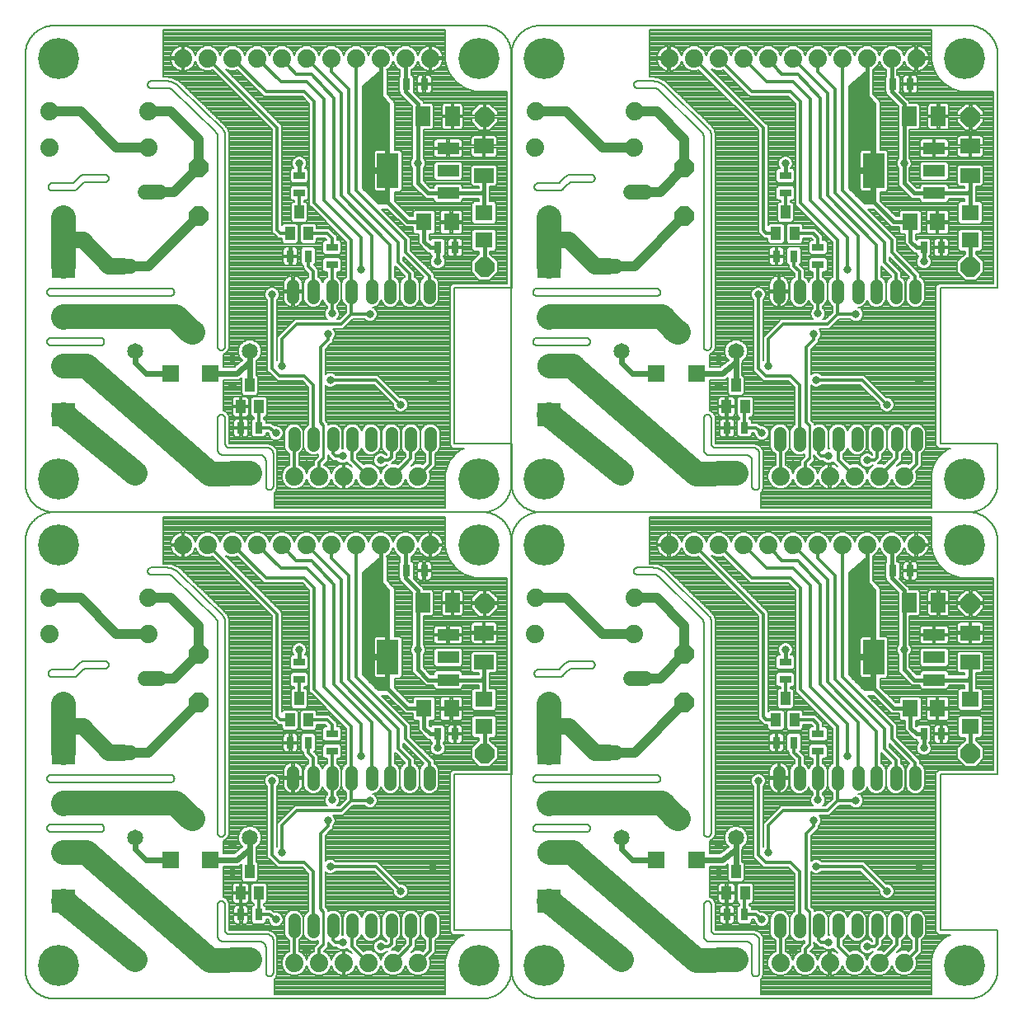
<source format=gbl>
G75*
%MOIN*%
%OFA0B0*%
%FSLAX25Y25*%
%IPPOS*%
%LPD*%
%AMOC8*
5,1,8,0,0,1.08239X$1,22.5*
%
%ADD10C,0.00800*%
%ADD11C,0.00500*%
%ADD12R,0.08800X0.04800*%
%ADD13R,0.08661X0.14173*%
%ADD14R,0.07874X0.05906*%
%ADD15R,0.06299X0.07087*%
%ADD16R,0.03150X0.04724*%
%ADD17C,0.05000*%
%ADD18C,0.06496*%
%ADD19OC8,0.07874*%
%ADD20C,0.07400*%
%ADD21R,0.03937X0.05512*%
%ADD22R,0.04724X0.03150*%
%ADD23R,0.07087X0.06693*%
%ADD24C,0.06000*%
%ADD25R,0.09500X0.09500*%
%ADD26C,0.09500*%
%ADD27R,0.07087X0.06299*%
%ADD28R,0.05906X0.07874*%
%ADD29C,0.01200*%
%ADD30C,0.03200*%
%ADD31C,0.01600*%
%ADD32C,0.02400*%
%ADD33C,0.10000*%
%ADD34C,0.04000*%
%ADD35C,0.06600*%
%ADD36C,0.16598*%
%ADD37C,0.01000*%
D10*
X0012962Y0001400D02*
X0186190Y0001400D01*
X0186475Y0001403D01*
X0186761Y0001414D01*
X0187046Y0001431D01*
X0187330Y0001455D01*
X0187614Y0001486D01*
X0187897Y0001524D01*
X0188178Y0001569D01*
X0188459Y0001620D01*
X0188739Y0001678D01*
X0189017Y0001743D01*
X0189293Y0001815D01*
X0189567Y0001893D01*
X0189840Y0001978D01*
X0190110Y0002070D01*
X0190378Y0002168D01*
X0190644Y0002272D01*
X0190907Y0002383D01*
X0191167Y0002500D01*
X0191425Y0002623D01*
X0191679Y0002753D01*
X0191930Y0002889D01*
X0192178Y0003030D01*
X0192422Y0003178D01*
X0192663Y0003331D01*
X0192899Y0003491D01*
X0193132Y0003656D01*
X0193361Y0003826D01*
X0193586Y0004002D01*
X0193806Y0004184D01*
X0194022Y0004370D01*
X0194233Y0004562D01*
X0194440Y0004759D01*
X0194642Y0004961D01*
X0194839Y0005168D01*
X0195031Y0005379D01*
X0195217Y0005595D01*
X0195399Y0005815D01*
X0195575Y0006040D01*
X0195745Y0006269D01*
X0195910Y0006502D01*
X0196070Y0006738D01*
X0196223Y0006979D01*
X0196371Y0007223D01*
X0196512Y0007471D01*
X0196648Y0007722D01*
X0196778Y0007976D01*
X0196901Y0008234D01*
X0197018Y0008494D01*
X0197129Y0008757D01*
X0197233Y0009023D01*
X0197331Y0009291D01*
X0197423Y0009561D01*
X0197508Y0009834D01*
X0197586Y0010108D01*
X0197658Y0010384D01*
X0197723Y0010662D01*
X0197781Y0010942D01*
X0197832Y0011223D01*
X0197877Y0011504D01*
X0197915Y0011787D01*
X0197946Y0012071D01*
X0197970Y0012355D01*
X0197987Y0012640D01*
X0197998Y0012926D01*
X0198001Y0013211D01*
X0198001Y0029085D01*
X0174879Y0029085D01*
X0174879Y0092077D01*
X0198001Y0092077D01*
X0198001Y0186439D01*
X0197963Y0186439D02*
X0197963Y0013211D01*
X0197963Y0012924D01*
X0197971Y0012637D01*
X0197985Y0012351D01*
X0198007Y0012065D01*
X0198035Y0011780D01*
X0198071Y0011495D01*
X0198113Y0011211D01*
X0198163Y0010929D01*
X0198219Y0010647D01*
X0198283Y0010368D01*
X0198353Y0010090D01*
X0198430Y0009813D01*
X0198513Y0009539D01*
X0198604Y0009267D01*
X0198701Y0008997D01*
X0198804Y0008729D01*
X0198915Y0008464D01*
X0199031Y0008202D01*
X0199154Y0007943D01*
X0199284Y0007687D01*
X0199419Y0007435D01*
X0199561Y0007185D01*
X0199709Y0006939D01*
X0199863Y0006697D01*
X0200022Y0006459D01*
X0200188Y0006225D01*
X0200359Y0005995D01*
X0200536Y0005769D01*
X0200718Y0005547D01*
X0200906Y0005331D01*
X0201099Y0005118D01*
X0201297Y0004911D01*
X0201500Y0004708D01*
X0201708Y0004511D01*
X0201921Y0004319D01*
X0202139Y0004132D01*
X0202361Y0003950D01*
X0202587Y0003774D01*
X0202818Y0003603D01*
X0203052Y0003439D01*
X0203291Y0003280D01*
X0203534Y0003127D01*
X0203780Y0002979D01*
X0204030Y0002839D01*
X0204283Y0002704D01*
X0204539Y0002575D01*
X0204799Y0002453D01*
X0205061Y0002337D01*
X0205327Y0002228D01*
X0205594Y0002125D01*
X0205865Y0002029D01*
X0206137Y0001939D01*
X0206412Y0001856D01*
X0206688Y0001780D01*
X0206967Y0001711D01*
X0207247Y0001649D01*
X0207528Y0001593D01*
X0207811Y0001544D01*
X0208094Y0001503D01*
X0208379Y0001468D01*
X0208665Y0001441D01*
X0208951Y0001420D01*
X0209237Y0001406D01*
X0209524Y0001400D01*
X0382753Y0001400D01*
X0383038Y0001403D01*
X0383324Y0001414D01*
X0383609Y0001431D01*
X0383893Y0001455D01*
X0384177Y0001486D01*
X0384460Y0001524D01*
X0384741Y0001569D01*
X0385022Y0001620D01*
X0385302Y0001678D01*
X0385580Y0001743D01*
X0385856Y0001815D01*
X0386130Y0001893D01*
X0386403Y0001978D01*
X0386673Y0002070D01*
X0386941Y0002168D01*
X0387207Y0002272D01*
X0387470Y0002383D01*
X0387730Y0002500D01*
X0387988Y0002623D01*
X0388242Y0002753D01*
X0388493Y0002889D01*
X0388741Y0003030D01*
X0388985Y0003178D01*
X0389226Y0003331D01*
X0389462Y0003491D01*
X0389695Y0003656D01*
X0389924Y0003826D01*
X0390149Y0004002D01*
X0390369Y0004184D01*
X0390585Y0004370D01*
X0390796Y0004562D01*
X0391003Y0004759D01*
X0391205Y0004961D01*
X0391402Y0005168D01*
X0391594Y0005379D01*
X0391780Y0005595D01*
X0391962Y0005815D01*
X0392138Y0006040D01*
X0392308Y0006269D01*
X0392473Y0006502D01*
X0392633Y0006738D01*
X0392786Y0006979D01*
X0392934Y0007223D01*
X0393075Y0007471D01*
X0393211Y0007722D01*
X0393341Y0007976D01*
X0393464Y0008234D01*
X0393581Y0008494D01*
X0393692Y0008757D01*
X0393796Y0009023D01*
X0393894Y0009291D01*
X0393986Y0009561D01*
X0394071Y0009834D01*
X0394149Y0010108D01*
X0394221Y0010384D01*
X0394286Y0010662D01*
X0394344Y0010942D01*
X0394395Y0011223D01*
X0394440Y0011504D01*
X0394478Y0011787D01*
X0394509Y0012071D01*
X0394533Y0012355D01*
X0394550Y0012640D01*
X0394561Y0012926D01*
X0394564Y0013211D01*
X0394564Y0029085D01*
X0371442Y0029085D01*
X0371442Y0092077D01*
X0394564Y0092077D01*
X0394564Y0186439D01*
X0394564Y0186440D02*
X0394559Y0186723D01*
X0394547Y0187007D01*
X0394528Y0187290D01*
X0394503Y0187573D01*
X0394471Y0187855D01*
X0394432Y0188136D01*
X0394386Y0188417D01*
X0394333Y0188696D01*
X0394274Y0188973D01*
X0394207Y0189249D01*
X0394135Y0189524D01*
X0394055Y0189796D01*
X0393969Y0190067D01*
X0393877Y0190335D01*
X0393778Y0190602D01*
X0393673Y0190865D01*
X0393561Y0191126D01*
X0393443Y0191385D01*
X0393319Y0191640D01*
X0393189Y0191892D01*
X0393053Y0192141D01*
X0392910Y0192387D01*
X0392762Y0192629D01*
X0392608Y0192868D01*
X0392449Y0193103D01*
X0392283Y0193333D01*
X0392112Y0193560D01*
X0391936Y0193783D01*
X0391755Y0194001D01*
X0391568Y0194215D01*
X0391376Y0194424D01*
X0391179Y0194628D01*
X0390977Y0194828D01*
X0390770Y0195023D01*
X0390559Y0195213D01*
X0390343Y0195397D01*
X0390123Y0195576D01*
X0389899Y0195750D01*
X0389670Y0195919D01*
X0389438Y0196082D01*
X0389201Y0196239D01*
X0388961Y0196390D01*
X0388717Y0196536D01*
X0388470Y0196675D01*
X0388220Y0196809D01*
X0387966Y0196937D01*
X0387709Y0197058D01*
X0387450Y0197173D01*
X0387188Y0197282D01*
X0386923Y0197385D01*
X0386656Y0197481D01*
X0386386Y0197570D01*
X0386115Y0197653D01*
X0385841Y0197730D01*
X0385566Y0197799D01*
X0385289Y0197863D01*
X0385011Y0197919D01*
X0384731Y0197969D01*
X0384451Y0198012D01*
X0384169Y0198048D01*
X0383887Y0198077D01*
X0383604Y0198099D01*
X0383320Y0198115D01*
X0383036Y0198124D01*
X0382752Y0198126D01*
X0382753Y0198125D02*
X0209524Y0198125D01*
X0209524Y0198087D02*
X0382753Y0198087D01*
X0382753Y0198088D02*
X0383038Y0198091D01*
X0383324Y0198102D01*
X0383609Y0198119D01*
X0383893Y0198143D01*
X0384177Y0198174D01*
X0384460Y0198212D01*
X0384741Y0198257D01*
X0385022Y0198308D01*
X0385302Y0198366D01*
X0385580Y0198431D01*
X0385856Y0198503D01*
X0386130Y0198581D01*
X0386403Y0198666D01*
X0386673Y0198758D01*
X0386941Y0198856D01*
X0387207Y0198960D01*
X0387470Y0199071D01*
X0387730Y0199188D01*
X0387988Y0199311D01*
X0388242Y0199441D01*
X0388493Y0199577D01*
X0388741Y0199718D01*
X0388985Y0199866D01*
X0389226Y0200019D01*
X0389462Y0200179D01*
X0389695Y0200344D01*
X0389924Y0200514D01*
X0390149Y0200690D01*
X0390369Y0200872D01*
X0390585Y0201058D01*
X0390796Y0201250D01*
X0391003Y0201447D01*
X0391205Y0201649D01*
X0391402Y0201856D01*
X0391594Y0202067D01*
X0391780Y0202283D01*
X0391962Y0202503D01*
X0392138Y0202728D01*
X0392308Y0202957D01*
X0392473Y0203190D01*
X0392633Y0203426D01*
X0392786Y0203667D01*
X0392934Y0203911D01*
X0393075Y0204159D01*
X0393211Y0204410D01*
X0393341Y0204664D01*
X0393464Y0204922D01*
X0393581Y0205182D01*
X0393692Y0205445D01*
X0393796Y0205711D01*
X0393894Y0205979D01*
X0393986Y0206249D01*
X0394071Y0206522D01*
X0394149Y0206796D01*
X0394221Y0207072D01*
X0394286Y0207350D01*
X0394344Y0207630D01*
X0394395Y0207911D01*
X0394440Y0208192D01*
X0394478Y0208475D01*
X0394509Y0208759D01*
X0394533Y0209043D01*
X0394550Y0209328D01*
X0394561Y0209614D01*
X0394564Y0209899D01*
X0394564Y0225773D01*
X0371442Y0225773D01*
X0371442Y0288765D01*
X0394564Y0288765D01*
X0394564Y0383127D01*
X0394559Y0383410D01*
X0394547Y0383694D01*
X0394528Y0383977D01*
X0394503Y0384260D01*
X0394471Y0384542D01*
X0394432Y0384823D01*
X0394386Y0385104D01*
X0394333Y0385383D01*
X0394274Y0385660D01*
X0394207Y0385936D01*
X0394135Y0386211D01*
X0394055Y0386483D01*
X0393969Y0386754D01*
X0393877Y0387022D01*
X0393778Y0387289D01*
X0393673Y0387552D01*
X0393561Y0387813D01*
X0393443Y0388072D01*
X0393319Y0388327D01*
X0393189Y0388579D01*
X0393053Y0388828D01*
X0392910Y0389074D01*
X0392762Y0389316D01*
X0392608Y0389555D01*
X0392449Y0389790D01*
X0392283Y0390020D01*
X0392112Y0390247D01*
X0391936Y0390470D01*
X0391755Y0390688D01*
X0391568Y0390902D01*
X0391376Y0391111D01*
X0391179Y0391315D01*
X0390977Y0391515D01*
X0390770Y0391710D01*
X0390559Y0391900D01*
X0390343Y0392084D01*
X0390123Y0392263D01*
X0389899Y0392437D01*
X0389670Y0392606D01*
X0389438Y0392769D01*
X0389201Y0392926D01*
X0388961Y0393077D01*
X0388717Y0393223D01*
X0388470Y0393362D01*
X0388220Y0393496D01*
X0387966Y0393624D01*
X0387709Y0393745D01*
X0387450Y0393860D01*
X0387188Y0393969D01*
X0386923Y0394072D01*
X0386656Y0394168D01*
X0386386Y0394257D01*
X0386115Y0394340D01*
X0385841Y0394417D01*
X0385566Y0394486D01*
X0385289Y0394550D01*
X0385011Y0394606D01*
X0384731Y0394656D01*
X0384451Y0394699D01*
X0384169Y0394735D01*
X0383887Y0394764D01*
X0383604Y0394786D01*
X0383320Y0394802D01*
X0383036Y0394811D01*
X0382752Y0394813D01*
X0382753Y0394813D02*
X0209524Y0394813D01*
X0209244Y0394808D01*
X0208963Y0394796D01*
X0208683Y0394778D01*
X0208403Y0394753D01*
X0208124Y0394721D01*
X0207846Y0394682D01*
X0207568Y0394636D01*
X0207292Y0394584D01*
X0207018Y0394526D01*
X0206745Y0394460D01*
X0206473Y0394388D01*
X0206203Y0394310D01*
X0205936Y0394225D01*
X0205670Y0394133D01*
X0205407Y0394035D01*
X0205146Y0393931D01*
X0204888Y0393821D01*
X0204632Y0393704D01*
X0204379Y0393581D01*
X0204130Y0393452D01*
X0203883Y0393317D01*
X0203640Y0393177D01*
X0203401Y0393030D01*
X0203165Y0392878D01*
X0202932Y0392720D01*
X0202704Y0392556D01*
X0202480Y0392387D01*
X0202260Y0392213D01*
X0202044Y0392033D01*
X0201832Y0391848D01*
X0201625Y0391658D01*
X0201423Y0391463D01*
X0201225Y0391264D01*
X0201033Y0391059D01*
X0200845Y0390850D01*
X0200662Y0390637D01*
X0200485Y0390419D01*
X0200313Y0390197D01*
X0200146Y0389971D01*
X0199985Y0389741D01*
X0199830Y0389507D01*
X0199680Y0389269D01*
X0199536Y0389028D01*
X0199398Y0388783D01*
X0199266Y0388536D01*
X0199139Y0388285D01*
X0199019Y0388031D01*
X0198905Y0387774D01*
X0198798Y0387514D01*
X0198696Y0387252D01*
X0198601Y0386988D01*
X0198513Y0386722D01*
X0198431Y0386453D01*
X0198355Y0386182D01*
X0198286Y0385910D01*
X0198224Y0385636D01*
X0198168Y0385361D01*
X0198119Y0385084D01*
X0198076Y0384807D01*
X0198040Y0384528D01*
X0198011Y0384249D01*
X0197989Y0383969D01*
X0197974Y0383688D01*
X0197965Y0383407D01*
X0197963Y0383126D01*
X0197963Y0383127D02*
X0197963Y0209899D01*
X0198001Y0209899D02*
X0198001Y0225773D01*
X0174879Y0225773D01*
X0174879Y0288765D01*
X0198001Y0288765D01*
X0198001Y0383127D01*
X0198002Y0383127D02*
X0197997Y0383410D01*
X0197985Y0383694D01*
X0197966Y0383977D01*
X0197941Y0384260D01*
X0197909Y0384542D01*
X0197870Y0384823D01*
X0197824Y0385104D01*
X0197771Y0385383D01*
X0197712Y0385660D01*
X0197645Y0385936D01*
X0197573Y0386211D01*
X0197493Y0386483D01*
X0197407Y0386754D01*
X0197315Y0387022D01*
X0197216Y0387289D01*
X0197111Y0387552D01*
X0196999Y0387813D01*
X0196881Y0388072D01*
X0196757Y0388327D01*
X0196627Y0388579D01*
X0196491Y0388828D01*
X0196348Y0389074D01*
X0196200Y0389316D01*
X0196046Y0389555D01*
X0195887Y0389790D01*
X0195721Y0390020D01*
X0195550Y0390247D01*
X0195374Y0390470D01*
X0195193Y0390688D01*
X0195006Y0390902D01*
X0194814Y0391111D01*
X0194617Y0391315D01*
X0194415Y0391515D01*
X0194208Y0391710D01*
X0193997Y0391900D01*
X0193781Y0392084D01*
X0193561Y0392263D01*
X0193337Y0392437D01*
X0193108Y0392606D01*
X0192876Y0392769D01*
X0192639Y0392926D01*
X0192399Y0393077D01*
X0192155Y0393223D01*
X0191908Y0393362D01*
X0191658Y0393496D01*
X0191404Y0393624D01*
X0191147Y0393745D01*
X0190888Y0393860D01*
X0190626Y0393969D01*
X0190361Y0394072D01*
X0190094Y0394168D01*
X0189824Y0394257D01*
X0189553Y0394340D01*
X0189279Y0394417D01*
X0189004Y0394486D01*
X0188727Y0394550D01*
X0188449Y0394606D01*
X0188169Y0394656D01*
X0187889Y0394699D01*
X0187607Y0394735D01*
X0187325Y0394764D01*
X0187042Y0394786D01*
X0186758Y0394802D01*
X0186474Y0394811D01*
X0186190Y0394813D01*
X0012962Y0394813D01*
X0012961Y0394813D02*
X0012681Y0394808D01*
X0012400Y0394796D01*
X0012120Y0394778D01*
X0011840Y0394753D01*
X0011561Y0394721D01*
X0011283Y0394682D01*
X0011005Y0394636D01*
X0010729Y0394584D01*
X0010455Y0394526D01*
X0010182Y0394460D01*
X0009910Y0394388D01*
X0009640Y0394310D01*
X0009373Y0394225D01*
X0009107Y0394133D01*
X0008844Y0394035D01*
X0008583Y0393931D01*
X0008325Y0393821D01*
X0008069Y0393704D01*
X0007816Y0393581D01*
X0007567Y0393452D01*
X0007320Y0393317D01*
X0007077Y0393177D01*
X0006838Y0393030D01*
X0006602Y0392878D01*
X0006369Y0392720D01*
X0006141Y0392556D01*
X0005917Y0392387D01*
X0005697Y0392213D01*
X0005481Y0392033D01*
X0005269Y0391848D01*
X0005062Y0391658D01*
X0004860Y0391463D01*
X0004662Y0391264D01*
X0004470Y0391059D01*
X0004282Y0390850D01*
X0004099Y0390637D01*
X0003922Y0390419D01*
X0003750Y0390197D01*
X0003583Y0389971D01*
X0003422Y0389741D01*
X0003267Y0389507D01*
X0003117Y0389269D01*
X0002973Y0389028D01*
X0002835Y0388783D01*
X0002703Y0388536D01*
X0002576Y0388285D01*
X0002456Y0388031D01*
X0002342Y0387774D01*
X0002235Y0387514D01*
X0002133Y0387252D01*
X0002038Y0386988D01*
X0001950Y0386722D01*
X0001868Y0386453D01*
X0001792Y0386182D01*
X0001723Y0385910D01*
X0001661Y0385636D01*
X0001605Y0385361D01*
X0001556Y0385084D01*
X0001513Y0384807D01*
X0001477Y0384528D01*
X0001448Y0384249D01*
X0001426Y0383969D01*
X0001411Y0383688D01*
X0001402Y0383407D01*
X0001400Y0383126D01*
X0001401Y0383127D02*
X0001401Y0209899D01*
X0001401Y0209612D01*
X0001409Y0209325D01*
X0001423Y0209039D01*
X0001445Y0208753D01*
X0001473Y0208468D01*
X0001509Y0208183D01*
X0001551Y0207899D01*
X0001601Y0207617D01*
X0001657Y0207335D01*
X0001721Y0207056D01*
X0001791Y0206778D01*
X0001868Y0206501D01*
X0001951Y0206227D01*
X0002042Y0205955D01*
X0002139Y0205685D01*
X0002242Y0205417D01*
X0002353Y0205152D01*
X0002469Y0204890D01*
X0002592Y0204631D01*
X0002722Y0204375D01*
X0002857Y0204123D01*
X0002999Y0203873D01*
X0003147Y0203627D01*
X0003301Y0203385D01*
X0003460Y0203147D01*
X0003626Y0202913D01*
X0003797Y0202683D01*
X0003974Y0202457D01*
X0004156Y0202235D01*
X0004344Y0202019D01*
X0004537Y0201806D01*
X0004735Y0201599D01*
X0004938Y0201396D01*
X0005146Y0201199D01*
X0005359Y0201007D01*
X0005577Y0200820D01*
X0005799Y0200638D01*
X0006025Y0200462D01*
X0006256Y0200291D01*
X0006490Y0200127D01*
X0006729Y0199968D01*
X0006972Y0199815D01*
X0007218Y0199667D01*
X0007468Y0199527D01*
X0007721Y0199392D01*
X0007977Y0199263D01*
X0008237Y0199141D01*
X0008499Y0199025D01*
X0008765Y0198916D01*
X0009032Y0198813D01*
X0009303Y0198717D01*
X0009575Y0198627D01*
X0009850Y0198544D01*
X0010126Y0198468D01*
X0010405Y0198399D01*
X0010685Y0198337D01*
X0010966Y0198281D01*
X0011249Y0198232D01*
X0011532Y0198191D01*
X0011817Y0198156D01*
X0012103Y0198129D01*
X0012389Y0198108D01*
X0012675Y0198094D01*
X0012962Y0198088D01*
X0012962Y0198087D02*
X0186190Y0198087D01*
X0186190Y0198125D02*
X0012962Y0198125D01*
X0012961Y0198126D02*
X0012681Y0198121D01*
X0012400Y0198109D01*
X0012120Y0198091D01*
X0011840Y0198066D01*
X0011561Y0198034D01*
X0011283Y0197995D01*
X0011005Y0197949D01*
X0010729Y0197897D01*
X0010455Y0197839D01*
X0010182Y0197773D01*
X0009910Y0197701D01*
X0009640Y0197623D01*
X0009373Y0197538D01*
X0009107Y0197446D01*
X0008844Y0197348D01*
X0008583Y0197244D01*
X0008325Y0197134D01*
X0008069Y0197017D01*
X0007816Y0196894D01*
X0007567Y0196765D01*
X0007320Y0196630D01*
X0007077Y0196490D01*
X0006838Y0196343D01*
X0006602Y0196191D01*
X0006369Y0196033D01*
X0006141Y0195869D01*
X0005917Y0195700D01*
X0005697Y0195526D01*
X0005481Y0195346D01*
X0005269Y0195161D01*
X0005062Y0194971D01*
X0004860Y0194776D01*
X0004662Y0194577D01*
X0004470Y0194372D01*
X0004282Y0194163D01*
X0004099Y0193950D01*
X0003922Y0193732D01*
X0003750Y0193510D01*
X0003583Y0193284D01*
X0003422Y0193054D01*
X0003267Y0192820D01*
X0003117Y0192582D01*
X0002973Y0192341D01*
X0002835Y0192096D01*
X0002703Y0191849D01*
X0002576Y0191598D01*
X0002456Y0191344D01*
X0002342Y0191087D01*
X0002235Y0190827D01*
X0002133Y0190565D01*
X0002038Y0190301D01*
X0001950Y0190035D01*
X0001868Y0189766D01*
X0001792Y0189495D01*
X0001723Y0189223D01*
X0001661Y0188949D01*
X0001605Y0188674D01*
X0001556Y0188397D01*
X0001513Y0188120D01*
X0001477Y0187841D01*
X0001448Y0187562D01*
X0001426Y0187282D01*
X0001411Y0187001D01*
X0001402Y0186720D01*
X0001400Y0186439D01*
X0001401Y0186439D02*
X0001401Y0013211D01*
X0001401Y0012924D01*
X0001409Y0012637D01*
X0001423Y0012351D01*
X0001445Y0012065D01*
X0001473Y0011780D01*
X0001509Y0011495D01*
X0001551Y0011211D01*
X0001601Y0010929D01*
X0001657Y0010647D01*
X0001721Y0010368D01*
X0001791Y0010090D01*
X0001868Y0009813D01*
X0001951Y0009539D01*
X0002042Y0009267D01*
X0002139Y0008997D01*
X0002242Y0008729D01*
X0002353Y0008464D01*
X0002469Y0008202D01*
X0002592Y0007943D01*
X0002722Y0007687D01*
X0002857Y0007435D01*
X0002999Y0007185D01*
X0003147Y0006939D01*
X0003301Y0006697D01*
X0003460Y0006459D01*
X0003626Y0006225D01*
X0003797Y0005995D01*
X0003974Y0005769D01*
X0004156Y0005547D01*
X0004344Y0005331D01*
X0004537Y0005118D01*
X0004735Y0004911D01*
X0004938Y0004708D01*
X0005146Y0004511D01*
X0005359Y0004319D01*
X0005577Y0004132D01*
X0005799Y0003950D01*
X0006025Y0003774D01*
X0006256Y0003603D01*
X0006490Y0003439D01*
X0006729Y0003280D01*
X0006972Y0003127D01*
X0007218Y0002979D01*
X0007468Y0002839D01*
X0007721Y0002704D01*
X0007977Y0002575D01*
X0008237Y0002453D01*
X0008499Y0002337D01*
X0008765Y0002228D01*
X0009032Y0002125D01*
X0009303Y0002029D01*
X0009575Y0001939D01*
X0009850Y0001856D01*
X0010126Y0001780D01*
X0010405Y0001711D01*
X0010685Y0001649D01*
X0010966Y0001593D01*
X0011249Y0001544D01*
X0011532Y0001503D01*
X0011817Y0001468D01*
X0012103Y0001441D01*
X0012389Y0001420D01*
X0012675Y0001406D01*
X0012962Y0001400D01*
X0081587Y0042497D02*
X0081540Y0054800D01*
X0086522Y0054800D01*
X0086910Y0054762D01*
X0087036Y0054800D01*
X0087168Y0054800D01*
X0087527Y0054949D01*
X0087900Y0055062D01*
X0088002Y0055145D01*
X0088123Y0055196D01*
X0088398Y0055471D01*
X0088782Y0055786D01*
X0088782Y0049395D01*
X0089602Y0048575D01*
X0094699Y0048575D01*
X0095519Y0049395D01*
X0095519Y0056067D01*
X0094751Y0056835D01*
X0094751Y0061233D01*
X0094848Y0062218D01*
X0094771Y0062473D01*
X0094843Y0062503D01*
X0096150Y0063810D01*
X0096858Y0065519D01*
X0096858Y0067368D01*
X0096150Y0069076D01*
X0094843Y0070384D01*
X0093134Y0071091D01*
X0091285Y0071091D01*
X0089577Y0070384D01*
X0088269Y0069076D01*
X0087562Y0067368D01*
X0087562Y0065519D01*
X0088269Y0063810D01*
X0089215Y0062865D01*
X0085721Y0060000D01*
X0081520Y0060000D01*
X0081500Y0065253D01*
X0082957Y0066094D01*
X0083801Y0067556D01*
X0083801Y0153798D01*
X0083871Y0154676D01*
X0083871Y0154676D01*
X0083289Y0156480D01*
X0083060Y0156749D01*
X0083059Y0156839D01*
X0082624Y0157261D01*
X0082232Y0157722D01*
X0082143Y0157729D01*
X0064684Y0174701D01*
X0063592Y0175874D01*
X0060602Y0177240D01*
X0059608Y0177276D01*
X0059584Y0177300D01*
X0058930Y0177300D01*
X0058277Y0177323D01*
X0058252Y0177300D01*
X0057151Y0177300D01*
X0057151Y0196287D01*
X0171151Y0196287D01*
X0171151Y0186400D01*
X0171227Y0184331D01*
X0171597Y0182295D01*
X0172253Y0180331D01*
X0173182Y0178481D01*
X0174365Y0176782D01*
X0175777Y0175269D01*
X0177391Y0173972D01*
X0179172Y0172918D01*
X0181086Y0172128D01*
X0183092Y0171619D01*
X0185151Y0171400D01*
X0196163Y0171400D01*
X0196163Y0093877D01*
X0174133Y0093877D01*
X0173079Y0092823D01*
X0173079Y0028339D01*
X0174133Y0027285D01*
X0178911Y0027285D01*
X0178750Y0027225D01*
X0177122Y0026336D01*
X0175637Y0025225D01*
X0174326Y0023913D01*
X0173214Y0022428D01*
X0172325Y0020800D01*
X0171677Y0019063D01*
X0171283Y0017250D01*
X0171151Y0015400D01*
X0171151Y0003200D01*
X0102151Y0003200D01*
X0102151Y0009417D01*
X0102457Y0009594D01*
X0103301Y0011056D01*
X0103301Y0024900D01*
X0103403Y0025053D01*
X0103301Y0025563D01*
X0103301Y0026083D01*
X0103171Y0026213D01*
X0103048Y0026827D01*
X0101562Y0028517D01*
X0099430Y0029239D01*
X0098487Y0029050D01*
X0084151Y0029050D01*
X0084060Y0029062D01*
X0083903Y0029153D01*
X0083813Y0029309D01*
X0083801Y0029400D01*
X0083801Y0040244D01*
X0082957Y0041706D01*
X0082957Y0041706D01*
X0082957Y0041706D01*
X0081587Y0042497D01*
X0081585Y0042923D02*
X0085042Y0042923D01*
X0085042Y0043669D02*
X0085042Y0041129D01*
X0085137Y0040773D01*
X0085322Y0040454D01*
X0085582Y0040193D01*
X0085902Y0040009D01*
X0086258Y0039913D01*
X0088011Y0039913D01*
X0088011Y0043669D01*
X0088810Y0043669D01*
X0088810Y0039913D01*
X0090563Y0039913D01*
X0090919Y0040009D01*
X0091239Y0040193D01*
X0091499Y0040454D01*
X0091684Y0040773D01*
X0091779Y0041129D01*
X0091779Y0043669D01*
X0088811Y0043669D01*
X0088811Y0044469D01*
X0091779Y0044469D01*
X0091779Y0047010D01*
X0091684Y0047366D01*
X0091499Y0047685D01*
X0091239Y0047945D01*
X0090919Y0048130D01*
X0090563Y0048225D01*
X0088810Y0048225D01*
X0088810Y0044469D01*
X0088011Y0044469D01*
X0088011Y0048225D01*
X0086258Y0048225D01*
X0085902Y0048130D01*
X0085582Y0047945D01*
X0085322Y0047685D01*
X0085137Y0047366D01*
X0085042Y0047010D01*
X0085042Y0044469D01*
X0088010Y0044469D01*
X0088010Y0043669D01*
X0085042Y0043669D01*
X0085042Y0044520D02*
X0081579Y0044520D01*
X0081576Y0045318D02*
X0085042Y0045318D01*
X0085042Y0046117D02*
X0081573Y0046117D01*
X0081570Y0046915D02*
X0085042Y0046915D01*
X0085351Y0047714D02*
X0081567Y0047714D01*
X0081564Y0048512D02*
X0115859Y0048512D01*
X0115859Y0047714D02*
X0098951Y0047714D01*
X0099259Y0047405D02*
X0098439Y0048225D01*
X0093342Y0048225D01*
X0092522Y0047405D01*
X0092522Y0040733D01*
X0093342Y0039913D01*
X0093694Y0039913D01*
X0093694Y0039162D01*
X0093539Y0039162D01*
X0092719Y0038342D01*
X0092719Y0032458D01*
X0093539Y0031638D01*
X0097849Y0031638D01*
X0098669Y0032458D01*
X0098669Y0033400D01*
X0099449Y0033400D01*
X0099651Y0033239D01*
X0099651Y0032803D01*
X0100107Y0031701D01*
X0100951Y0030857D01*
X0102054Y0030400D01*
X0103247Y0030400D01*
X0104350Y0030857D01*
X0105194Y0031701D01*
X0105651Y0032803D01*
X0105651Y0033997D01*
X0105194Y0035099D01*
X0104350Y0035943D01*
X0103247Y0036400D01*
X0102102Y0036400D01*
X0101486Y0036893D01*
X0100979Y0037400D01*
X0100852Y0037400D01*
X0100753Y0037479D01*
X0100040Y0037400D01*
X0098669Y0037400D01*
X0098669Y0038342D01*
X0097849Y0039162D01*
X0097694Y0039162D01*
X0097694Y0039913D01*
X0098439Y0039913D01*
X0099259Y0040733D01*
X0099259Y0047405D01*
X0099259Y0046915D02*
X0115859Y0046915D01*
X0115859Y0046117D02*
X0099259Y0046117D01*
X0099259Y0045318D02*
X0115859Y0045318D01*
X0115859Y0044520D02*
X0099259Y0044520D01*
X0099259Y0043721D02*
X0115859Y0043721D01*
X0115859Y0042923D02*
X0099259Y0042923D01*
X0099259Y0042124D02*
X0115859Y0042124D01*
X0115859Y0041326D02*
X0099259Y0041326D01*
X0099053Y0040527D02*
X0115859Y0040527D01*
X0115859Y0039729D02*
X0097694Y0039729D01*
X0098081Y0038930D02*
X0115859Y0038930D01*
X0115859Y0038132D02*
X0098669Y0038132D01*
X0101046Y0037333D02*
X0115859Y0037333D01*
X0115859Y0036734D02*
X0115650Y0036647D01*
X0114553Y0035550D01*
X0113959Y0034117D01*
X0113959Y0027565D01*
X0114553Y0026132D01*
X0115650Y0025035D01*
X0117084Y0024441D01*
X0118635Y0024441D01*
X0119876Y0024955D01*
X0119876Y0023953D01*
X0118151Y0022228D01*
X0118151Y0020592D01*
X0117262Y0020224D01*
X0115827Y0018789D01*
X0115151Y0017156D01*
X0114474Y0018789D01*
X0113040Y0020224D01*
X0112151Y0020592D01*
X0112151Y0025017D01*
X0112194Y0025035D01*
X0113292Y0026132D01*
X0113885Y0027565D01*
X0113885Y0034117D01*
X0113292Y0035550D01*
X0112194Y0036647D01*
X0110761Y0037241D01*
X0109210Y0037241D01*
X0107776Y0036647D01*
X0106679Y0035550D01*
X0106085Y0034117D01*
X0106085Y0027565D01*
X0106679Y0026132D01*
X0107776Y0025035D01*
X0108151Y0024880D01*
X0108151Y0020592D01*
X0107262Y0020224D01*
X0105827Y0018789D01*
X0105051Y0016914D01*
X0105051Y0014886D01*
X0105827Y0013011D01*
X0107262Y0011576D01*
X0109136Y0010800D01*
X0111165Y0010800D01*
X0113040Y0011576D01*
X0114474Y0013011D01*
X0115151Y0014644D01*
X0115827Y0013011D01*
X0117262Y0011576D01*
X0119136Y0010800D01*
X0121165Y0010800D01*
X0123040Y0011576D01*
X0124474Y0013011D01*
X0125176Y0014706D01*
X0125176Y0014706D01*
X0125424Y0013942D01*
X0125789Y0013227D01*
X0126261Y0012578D01*
X0126828Y0012010D01*
X0127478Y0011538D01*
X0128193Y0011174D01*
X0128956Y0010926D01*
X0129749Y0010800D01*
X0129751Y0010800D01*
X0129751Y0015500D01*
X0130551Y0015500D01*
X0130551Y0010800D01*
X0130552Y0010800D01*
X0131345Y0010926D01*
X0132108Y0011174D01*
X0132824Y0011538D01*
X0133473Y0012010D01*
X0134041Y0012578D01*
X0134513Y0013227D01*
X0134877Y0013942D01*
X0135125Y0014706D01*
X0135827Y0013011D01*
X0137262Y0011576D01*
X0139136Y0010800D01*
X0141165Y0010800D01*
X0143040Y0011576D01*
X0144474Y0013011D01*
X0145151Y0014644D01*
X0145827Y0013011D01*
X0147262Y0011576D01*
X0149136Y0010800D01*
X0151165Y0010800D01*
X0153040Y0011576D01*
X0154474Y0013011D01*
X0155151Y0014644D01*
X0155827Y0013011D01*
X0157262Y0011576D01*
X0159136Y0010800D01*
X0161165Y0010800D01*
X0163040Y0011576D01*
X0164474Y0013011D01*
X0165251Y0014886D01*
X0165251Y0016914D01*
X0164882Y0017803D01*
X0167103Y0020024D01*
X0167103Y0020524D01*
X0167151Y0020572D01*
X0167151Y0024968D01*
X0167313Y0025035D01*
X0168410Y0026132D01*
X0169003Y0027565D01*
X0169003Y0034117D01*
X0168410Y0035550D01*
X0167313Y0036647D01*
X0165879Y0037241D01*
X0164328Y0037241D01*
X0162894Y0036647D01*
X0161797Y0035550D01*
X0161203Y0034117D01*
X0161203Y0027565D01*
X0161797Y0026132D01*
X0162894Y0025035D01*
X0163103Y0024948D01*
X0163103Y0021681D01*
X0162054Y0020632D01*
X0161165Y0021000D01*
X0159136Y0021000D01*
X0157332Y0020252D01*
X0159229Y0022150D01*
X0159229Y0024948D01*
X0159439Y0025035D01*
X0160536Y0026132D01*
X0161129Y0027565D01*
X0161129Y0034117D01*
X0160536Y0035550D01*
X0159439Y0036647D01*
X0158005Y0037241D01*
X0156454Y0037241D01*
X0155020Y0036647D01*
X0153923Y0035550D01*
X0153329Y0034117D01*
X0153329Y0027565D01*
X0153923Y0026132D01*
X0155020Y0025035D01*
X0155229Y0024948D01*
X0155229Y0023807D01*
X0152054Y0020632D01*
X0151165Y0021000D01*
X0149579Y0021000D01*
X0151355Y0022776D01*
X0151355Y0024948D01*
X0151565Y0025035D01*
X0152662Y0026132D01*
X0153255Y0027565D01*
X0153255Y0034117D01*
X0152662Y0035550D01*
X0151565Y0036647D01*
X0150131Y0037241D01*
X0148580Y0037241D01*
X0147146Y0036647D01*
X0146049Y0035550D01*
X0145455Y0034117D01*
X0145455Y0027565D01*
X0146049Y0026132D01*
X0147146Y0025035D01*
X0147355Y0024948D01*
X0147355Y0024438D01*
X0146850Y0024943D01*
X0145747Y0025400D01*
X0144554Y0025400D01*
X0143451Y0024943D01*
X0142607Y0024099D01*
X0142151Y0022997D01*
X0142151Y0021803D01*
X0142607Y0020701D01*
X0143451Y0019857D01*
X0144554Y0019400D01*
X0145747Y0019400D01*
X0146850Y0019857D01*
X0147393Y0020400D01*
X0147688Y0020400D01*
X0147262Y0020224D01*
X0145827Y0018789D01*
X0145151Y0017156D01*
X0144474Y0018789D01*
X0143040Y0020224D01*
X0141165Y0021000D01*
X0139136Y0021000D01*
X0138247Y0020632D01*
X0135607Y0023272D01*
X0135607Y0024948D01*
X0135817Y0025035D01*
X0136914Y0026132D01*
X0137348Y0027179D01*
X0137781Y0026132D01*
X0138878Y0025035D01*
X0140312Y0024441D01*
X0141863Y0024441D01*
X0143297Y0025035D01*
X0144394Y0026132D01*
X0144988Y0027565D01*
X0144988Y0034117D01*
X0144394Y0035550D01*
X0143297Y0036647D01*
X0141863Y0037241D01*
X0140312Y0037241D01*
X0138878Y0036647D01*
X0137781Y0035550D01*
X0137348Y0034503D01*
X0136914Y0035550D01*
X0135817Y0036647D01*
X0134383Y0037241D01*
X0132832Y0037241D01*
X0131398Y0036647D01*
X0130301Y0035550D01*
X0129707Y0034117D01*
X0129707Y0027565D01*
X0129879Y0027150D01*
X0129461Y0027150D01*
X0129633Y0027565D01*
X0129633Y0034117D01*
X0129040Y0035550D01*
X0127943Y0036647D01*
X0126509Y0037241D01*
X0124958Y0037241D01*
X0123776Y0036751D01*
X0123776Y0037353D01*
X0122651Y0038478D01*
X0122651Y0052657D01*
X0122951Y0052357D01*
X0124054Y0051900D01*
X0125247Y0051900D01*
X0126350Y0052357D01*
X0126893Y0052900D01*
X0142322Y0052900D01*
X0150151Y0045072D01*
X0150151Y0044303D01*
X0150607Y0043201D01*
X0151451Y0042357D01*
X0152554Y0041900D01*
X0153747Y0041900D01*
X0154850Y0042357D01*
X0155694Y0043201D01*
X0156151Y0044303D01*
X0156151Y0045497D01*
X0155694Y0046599D01*
X0154850Y0047443D01*
X0153747Y0047900D01*
X0152979Y0047900D01*
X0143979Y0056900D01*
X0126893Y0056900D01*
X0126350Y0057443D01*
X0125247Y0057900D01*
X0124054Y0057900D01*
X0122951Y0057443D01*
X0122651Y0057143D01*
X0122651Y0067197D01*
X0124479Y0069025D01*
X0125651Y0070197D01*
X0125651Y0071157D01*
X0126194Y0071701D01*
X0126651Y0072803D01*
X0126651Y0073997D01*
X0126194Y0075099D01*
X0125893Y0075400D01*
X0129979Y0075400D01*
X0133979Y0079400D01*
X0134022Y0079443D01*
X0138506Y0079443D01*
X0139050Y0078900D01*
X0140152Y0078443D01*
X0141346Y0078443D01*
X0142448Y0078900D01*
X0143292Y0079744D01*
X0143749Y0080847D01*
X0143749Y0082040D01*
X0143292Y0083143D01*
X0142448Y0083987D01*
X0141732Y0084283D01*
X0142257Y0084283D01*
X0143691Y0084877D01*
X0144788Y0085974D01*
X0145222Y0087022D01*
X0145655Y0085974D01*
X0146753Y0084877D01*
X0148186Y0084283D01*
X0149737Y0084283D01*
X0151171Y0084877D01*
X0152268Y0085974D01*
X0152862Y0087408D01*
X0152862Y0093959D01*
X0152268Y0095393D01*
X0151171Y0096490D01*
X0150962Y0096576D01*
X0150962Y0100761D01*
X0151322Y0100400D01*
X0154836Y0096887D01*
X0154836Y0096576D01*
X0154627Y0096490D01*
X0153529Y0095393D01*
X0152936Y0093959D01*
X0152936Y0087408D01*
X0153529Y0085974D01*
X0154627Y0084877D01*
X0156060Y0084283D01*
X0157611Y0084283D01*
X0159045Y0084877D01*
X0160142Y0085974D01*
X0160736Y0087408D01*
X0160736Y0093959D01*
X0160142Y0095393D01*
X0159045Y0096490D01*
X0158836Y0096576D01*
X0158836Y0098543D01*
X0154151Y0103228D01*
X0154151Y0104572D01*
X0154322Y0104400D01*
X0154322Y0104400D01*
X0162367Y0096356D01*
X0161403Y0095393D01*
X0160810Y0093959D01*
X0160810Y0087408D01*
X0161403Y0085974D01*
X0162501Y0084877D01*
X0163934Y0084283D01*
X0165485Y0084283D01*
X0166919Y0084877D01*
X0168016Y0085974D01*
X0168610Y0087408D01*
X0168610Y0093959D01*
X0168016Y0095393D01*
X0166919Y0096490D01*
X0166710Y0096576D01*
X0166710Y0097669D01*
X0157151Y0107228D01*
X0157151Y0112228D01*
X0145579Y0123800D01*
X0147880Y0123800D01*
X0154345Y0117345D01*
X0154989Y0116700D01*
X0154990Y0116700D01*
X0154991Y0116699D01*
X0155902Y0116700D01*
X0158089Y0116700D01*
X0158089Y0114527D01*
X0158909Y0113707D01*
X0160439Y0113707D01*
X0160439Y0110001D01*
X0164239Y0106200D01*
X0165133Y0106200D01*
X0165133Y0105458D01*
X0165907Y0104683D01*
X0165907Y0104649D01*
X0165607Y0104349D01*
X0165151Y0103247D01*
X0165151Y0102053D01*
X0165607Y0100951D01*
X0166451Y0100107D01*
X0167554Y0099650D01*
X0168747Y0099650D01*
X0169850Y0100107D01*
X0170694Y0100951D01*
X0171151Y0102053D01*
X0171151Y0103247D01*
X0170694Y0104349D01*
X0170334Y0104710D01*
X0171082Y0105458D01*
X0171082Y0111342D01*
X0170262Y0112162D01*
X0165953Y0112162D01*
X0165226Y0111436D01*
X0164839Y0111823D01*
X0164839Y0113707D01*
X0166368Y0113707D01*
X0167188Y0114527D01*
X0167188Y0122773D01*
X0166368Y0123593D01*
X0158909Y0123593D01*
X0158089Y0122773D01*
X0158089Y0121100D01*
X0156811Y0121100D01*
X0150751Y0127151D01*
X0150751Y0130913D01*
X0152860Y0130913D01*
X0153681Y0131733D01*
X0153681Y0147067D01*
X0152860Y0147887D01*
X0150751Y0147887D01*
X0150751Y0166917D01*
X0150355Y0167873D01*
X0149623Y0168604D01*
X0147751Y0170477D01*
X0147751Y0179300D01*
X0147783Y0179716D01*
X0147751Y0179814D01*
X0147751Y0179917D01*
X0147591Y0180303D01*
X0147566Y0180380D01*
X0148040Y0180576D01*
X0149474Y0182011D01*
X0150151Y0183644D01*
X0150827Y0182011D01*
X0152262Y0180576D01*
X0152951Y0180291D01*
X0152951Y0177660D01*
X0152633Y0177342D01*
X0152633Y0171458D01*
X0152951Y0171140D01*
X0152951Y0170489D01*
X0157892Y0165547D01*
X0157892Y0156883D01*
X0157951Y0156825D01*
X0157951Y0144443D01*
X0157607Y0144099D01*
X0157151Y0142997D01*
X0157151Y0141803D01*
X0157607Y0140701D01*
X0157951Y0140357D01*
X0157951Y0133489D01*
X0162051Y0129389D01*
X0163339Y0128100D01*
X0166551Y0128100D01*
X0166551Y0127320D01*
X0167371Y0126500D01*
X0177331Y0126500D01*
X0178151Y0127320D01*
X0178151Y0128100D01*
X0184701Y0128100D01*
X0184701Y0126961D01*
X0182777Y0126961D01*
X0181957Y0126141D01*
X0181957Y0118682D01*
X0182777Y0117862D01*
X0191024Y0117862D01*
X0191844Y0118682D01*
X0191844Y0126141D01*
X0191024Y0126961D01*
X0189101Y0126961D01*
X0189101Y0133142D01*
X0191418Y0133142D01*
X0192238Y0133962D01*
X0192238Y0141027D01*
X0191418Y0141847D01*
X0182384Y0141847D01*
X0181564Y0141027D01*
X0181564Y0133962D01*
X0182384Y0133142D01*
X0184701Y0133142D01*
X0184701Y0132500D01*
X0178151Y0132500D01*
X0178151Y0133280D01*
X0177331Y0134100D01*
X0167371Y0134100D01*
X0166551Y0133280D01*
X0166551Y0132500D01*
X0165162Y0132500D01*
X0162351Y0135311D01*
X0162351Y0140357D01*
X0162694Y0140701D01*
X0163151Y0141803D01*
X0163151Y0142997D01*
X0162694Y0144099D01*
X0162351Y0144443D01*
X0162351Y0156063D01*
X0165778Y0156063D01*
X0166598Y0156883D01*
X0166598Y0165917D01*
X0165778Y0166737D01*
X0162351Y0166737D01*
X0162351Y0167311D01*
X0161062Y0168600D01*
X0158393Y0171269D01*
X0158582Y0171458D01*
X0158582Y0177342D01*
X0157762Y0178162D01*
X0157351Y0178162D01*
X0157351Y0180291D01*
X0158040Y0180576D01*
X0159474Y0182011D01*
X0160176Y0183706D01*
X0160176Y0183706D01*
X0160424Y0182942D01*
X0160789Y0182227D01*
X0161261Y0181578D01*
X0161828Y0181010D01*
X0162478Y0180538D01*
X0163193Y0180174D01*
X0163956Y0179926D01*
X0164749Y0179800D01*
X0164751Y0179800D01*
X0164751Y0184500D01*
X0165551Y0184500D01*
X0165551Y0185300D01*
X0170251Y0185300D01*
X0170251Y0185301D01*
X0170125Y0186094D01*
X0169877Y0186858D01*
X0169513Y0187573D01*
X0169041Y0188222D01*
X0168473Y0188790D01*
X0167824Y0189262D01*
X0167108Y0189626D01*
X0166345Y0189874D01*
X0165552Y0190000D01*
X0165551Y0190000D01*
X0165551Y0185300D01*
X0164751Y0185300D01*
X0164751Y0190000D01*
X0164749Y0190000D01*
X0163956Y0189874D01*
X0163193Y0189626D01*
X0162478Y0189262D01*
X0161828Y0188790D01*
X0161261Y0188222D01*
X0160789Y0187573D01*
X0160424Y0186858D01*
X0160176Y0186094D01*
X0159474Y0187789D01*
X0158040Y0189224D01*
X0156165Y0190000D01*
X0154136Y0190000D01*
X0152262Y0189224D01*
X0150827Y0187789D01*
X0150151Y0186156D01*
X0149474Y0187789D01*
X0148040Y0189224D01*
X0146165Y0190000D01*
X0144136Y0190000D01*
X0142262Y0189224D01*
X0140827Y0187789D01*
X0140151Y0186156D01*
X0139474Y0187789D01*
X0138040Y0189224D01*
X0136165Y0190000D01*
X0134136Y0190000D01*
X0132262Y0189224D01*
X0130827Y0187789D01*
X0130151Y0186156D01*
X0129474Y0187789D01*
X0128040Y0189224D01*
X0126165Y0190000D01*
X0124136Y0190000D01*
X0122262Y0189224D01*
X0120827Y0187789D01*
X0120151Y0186156D01*
X0119474Y0187789D01*
X0118040Y0189224D01*
X0116165Y0190000D01*
X0114136Y0190000D01*
X0112262Y0189224D01*
X0110827Y0187789D01*
X0110151Y0186156D01*
X0109474Y0187789D01*
X0108040Y0189224D01*
X0106165Y0190000D01*
X0104136Y0190000D01*
X0102262Y0189224D01*
X0100827Y0187789D01*
X0100151Y0186156D01*
X0099474Y0187789D01*
X0098040Y0189224D01*
X0096165Y0190000D01*
X0094136Y0190000D01*
X0092262Y0189224D01*
X0090827Y0187789D01*
X0090151Y0186156D01*
X0089474Y0187789D01*
X0088040Y0189224D01*
X0086165Y0190000D01*
X0084136Y0190000D01*
X0082262Y0189224D01*
X0080827Y0187789D01*
X0080151Y0186156D01*
X0079474Y0187789D01*
X0078040Y0189224D01*
X0076165Y0190000D01*
X0074136Y0190000D01*
X0072262Y0189224D01*
X0070827Y0187789D01*
X0070125Y0186094D01*
X0070125Y0186094D01*
X0069877Y0186858D01*
X0069513Y0187573D01*
X0069041Y0188222D01*
X0068473Y0188790D01*
X0067824Y0189262D01*
X0067108Y0189626D01*
X0066345Y0189874D01*
X0065552Y0190000D01*
X0065551Y0190000D01*
X0065551Y0185300D01*
X0064751Y0185300D01*
X0064751Y0190000D01*
X0064749Y0190000D01*
X0063956Y0189874D01*
X0063193Y0189626D01*
X0062478Y0189262D01*
X0061828Y0188790D01*
X0061261Y0188222D01*
X0060789Y0187573D01*
X0060424Y0186858D01*
X0060176Y0186094D01*
X0060051Y0185301D01*
X0060051Y0185300D01*
X0064751Y0185300D01*
X0064751Y0184500D01*
X0065551Y0184500D01*
X0065551Y0179800D01*
X0065552Y0179800D01*
X0066345Y0179926D01*
X0067108Y0180174D01*
X0067824Y0180538D01*
X0068473Y0181010D01*
X0069041Y0181578D01*
X0069513Y0182227D01*
X0069877Y0182942D01*
X0070125Y0183706D01*
X0070827Y0182011D01*
X0072262Y0180576D01*
X0074136Y0179800D01*
X0076165Y0179800D01*
X0077054Y0180168D01*
X0101151Y0156072D01*
X0101151Y0114572D01*
X0102322Y0113400D01*
X0102984Y0112738D01*
X0103547Y0112155D01*
X0103567Y0112155D01*
X0103582Y0112140D01*
X0104393Y0112140D01*
X0105042Y0112129D01*
X0105042Y0110733D01*
X0105862Y0109913D01*
X0110959Y0109913D01*
X0111779Y0110733D01*
X0111779Y0117405D01*
X0110959Y0118225D01*
X0105862Y0118225D01*
X0105151Y0117514D01*
X0105151Y0157728D01*
X0082332Y0180548D01*
X0084136Y0179800D01*
X0086165Y0179800D01*
X0087054Y0180168D01*
X0097822Y0169400D01*
X0113322Y0169400D01*
X0116151Y0166572D01*
X0116151Y0125572D01*
X0117322Y0124400D01*
X0131214Y0110509D01*
X0131214Y0096576D01*
X0131004Y0096490D01*
X0129907Y0095393D01*
X0129314Y0093959D01*
X0129314Y0087408D01*
X0129907Y0085974D01*
X0131004Y0084877D01*
X0131151Y0084817D01*
X0131151Y0082315D01*
X0131107Y0082272D01*
X0131107Y0082185D01*
X0128322Y0079400D01*
X0127393Y0079400D01*
X0127944Y0079951D01*
X0128401Y0081053D01*
X0128401Y0082247D01*
X0127944Y0083349D01*
X0127401Y0083893D01*
X0127401Y0084816D01*
X0127549Y0084877D01*
X0128646Y0085974D01*
X0129240Y0087408D01*
X0129240Y0093959D01*
X0128646Y0095393D01*
X0127549Y0096490D01*
X0127401Y0096551D01*
X0127401Y0098382D01*
X0128343Y0098382D01*
X0129163Y0099202D01*
X0129163Y0103511D01*
X0128343Y0104331D01*
X0122459Y0104331D01*
X0121638Y0103511D01*
X0121638Y0099202D01*
X0122459Y0098382D01*
X0123401Y0098382D01*
X0123401Y0096602D01*
X0123130Y0096490D01*
X0122033Y0095393D01*
X0121599Y0094345D01*
X0121166Y0095393D01*
X0120068Y0096490D01*
X0119859Y0096576D01*
X0119859Y0099520D01*
X0118045Y0101334D01*
X0118669Y0101958D01*
X0118669Y0107842D01*
X0117849Y0108662D01*
X0113539Y0108662D01*
X0112719Y0107842D01*
X0112719Y0101958D01*
X0113539Y0101138D01*
X0113694Y0101138D01*
X0113694Y0100028D01*
X0114866Y0098857D01*
X0115859Y0097863D01*
X0115859Y0096576D01*
X0115650Y0096490D01*
X0114553Y0095393D01*
X0113959Y0093959D01*
X0113959Y0087408D01*
X0114553Y0085974D01*
X0115650Y0084877D01*
X0117084Y0084283D01*
X0118635Y0084283D01*
X0120068Y0084877D01*
X0121166Y0085974D01*
X0121599Y0087022D01*
X0122033Y0085974D01*
X0123130Y0084877D01*
X0123401Y0084765D01*
X0123401Y0083893D01*
X0122857Y0083349D01*
X0122401Y0082247D01*
X0122401Y0081053D01*
X0122857Y0079951D01*
X0123408Y0079400D01*
X0110322Y0079400D01*
X0109151Y0078228D01*
X0103151Y0072228D01*
X0103151Y0062643D01*
X0103151Y0062643D01*
X0103151Y0087157D01*
X0103694Y0087701D01*
X0104151Y0088803D01*
X0104151Y0089997D01*
X0103694Y0091099D01*
X0102850Y0091943D01*
X0101747Y0092400D01*
X0100554Y0092400D01*
X0099451Y0091943D01*
X0098607Y0091099D01*
X0098151Y0089997D01*
X0098151Y0088803D01*
X0098607Y0087701D01*
X0099151Y0087157D01*
X0099151Y0058572D01*
X0100322Y0057400D01*
X0103322Y0054400D01*
X0113322Y0054400D01*
X0115859Y0051863D01*
X0115859Y0036734D01*
X0115537Y0036534D02*
X0112307Y0036534D01*
X0113106Y0035736D02*
X0114739Y0035736D01*
X0114299Y0034937D02*
X0113545Y0034937D01*
X0113876Y0034139D02*
X0113969Y0034139D01*
X0113959Y0033340D02*
X0113885Y0033340D01*
X0113885Y0032542D02*
X0113959Y0032542D01*
X0113959Y0031743D02*
X0113885Y0031743D01*
X0113885Y0030945D02*
X0113959Y0030945D01*
X0113959Y0030146D02*
X0113885Y0030146D01*
X0113885Y0029348D02*
X0113959Y0029348D01*
X0113959Y0028549D02*
X0113885Y0028549D01*
X0113885Y0027751D02*
X0113959Y0027751D01*
X0114213Y0026952D02*
X0113631Y0026952D01*
X0113301Y0026154D02*
X0114544Y0026154D01*
X0115329Y0025355D02*
X0112515Y0025355D01*
X0112151Y0024557D02*
X0116804Y0024557D01*
X0118915Y0024557D02*
X0119876Y0024557D01*
X0119681Y0023758D02*
X0112151Y0023758D01*
X0112151Y0022960D02*
X0118882Y0022960D01*
X0118151Y0022161D02*
X0112151Y0022161D01*
X0112151Y0021363D02*
X0118151Y0021363D01*
X0118084Y0020564D02*
X0112217Y0020564D01*
X0113497Y0019766D02*
X0116804Y0019766D01*
X0116005Y0018967D02*
X0114296Y0018967D01*
X0114731Y0018169D02*
X0115570Y0018169D01*
X0115239Y0017370D02*
X0115062Y0017370D01*
X0114957Y0014176D02*
X0115344Y0014176D01*
X0115675Y0013378D02*
X0114626Y0013378D01*
X0114042Y0012579D02*
X0116259Y0012579D01*
X0117058Y0011781D02*
X0113244Y0011781D01*
X0111605Y0010982D02*
X0118696Y0010982D01*
X0121605Y0010982D02*
X0128782Y0010982D01*
X0129751Y0010982D02*
X0130551Y0010982D01*
X0130551Y0011781D02*
X0129751Y0011781D01*
X0129751Y0012579D02*
X0130551Y0012579D01*
X0130551Y0013378D02*
X0129751Y0013378D01*
X0129751Y0014176D02*
X0130551Y0014176D01*
X0130551Y0014975D02*
X0129751Y0014975D01*
X0129751Y0016300D02*
X0129751Y0021000D01*
X0129749Y0021000D01*
X0128956Y0020874D01*
X0128193Y0020626D01*
X0127478Y0020262D01*
X0126828Y0019790D01*
X0126261Y0019222D01*
X0125789Y0018573D01*
X0125424Y0017858D01*
X0125176Y0017094D01*
X0124474Y0018789D01*
X0123040Y0020224D01*
X0122165Y0020586D01*
X0123776Y0022197D01*
X0123776Y0023853D01*
X0123676Y0023953D01*
X0123676Y0024297D01*
X0124822Y0023150D01*
X0125822Y0022150D01*
X0127408Y0022150D01*
X0127951Y0021607D01*
X0129054Y0021150D01*
X0130247Y0021150D01*
X0131350Y0021607D01*
X0131607Y0021864D01*
X0131607Y0021615D01*
X0133324Y0019899D01*
X0132824Y0020262D01*
X0132108Y0020626D01*
X0131345Y0020874D01*
X0130552Y0021000D01*
X0130551Y0021000D01*
X0130551Y0016300D01*
X0129751Y0016300D01*
X0129751Y0016572D02*
X0130551Y0016572D01*
X0130551Y0017370D02*
X0129751Y0017370D01*
X0129751Y0018169D02*
X0130551Y0018169D01*
X0130551Y0018967D02*
X0129751Y0018967D01*
X0129751Y0019766D02*
X0130551Y0019766D01*
X0130551Y0020564D02*
X0129751Y0020564D01*
X0130761Y0021363D02*
X0131859Y0021363D01*
X0132230Y0020564D02*
X0132658Y0020564D01*
X0135919Y0022960D02*
X0142151Y0022960D01*
X0142151Y0022161D02*
X0136718Y0022161D01*
X0137516Y0021363D02*
X0142333Y0021363D01*
X0142217Y0020564D02*
X0142744Y0020564D01*
X0143497Y0019766D02*
X0143671Y0019766D01*
X0144296Y0018967D02*
X0146005Y0018967D01*
X0145570Y0018169D02*
X0144731Y0018169D01*
X0145062Y0017370D02*
X0145239Y0017370D01*
X0146630Y0019766D02*
X0146804Y0019766D01*
X0149942Y0021363D02*
X0152785Y0021363D01*
X0153584Y0022161D02*
X0150740Y0022161D01*
X0151355Y0022960D02*
X0154382Y0022960D01*
X0155181Y0023758D02*
X0151355Y0023758D01*
X0151355Y0024557D02*
X0155229Y0024557D01*
X0154700Y0025355D02*
X0151885Y0025355D01*
X0152671Y0026154D02*
X0153914Y0026154D01*
X0153583Y0026952D02*
X0153002Y0026952D01*
X0153255Y0027751D02*
X0153329Y0027751D01*
X0153329Y0028549D02*
X0153255Y0028549D01*
X0153255Y0029348D02*
X0153329Y0029348D01*
X0153329Y0030146D02*
X0153255Y0030146D01*
X0153255Y0030945D02*
X0153329Y0030945D01*
X0153329Y0031743D02*
X0153255Y0031743D01*
X0153255Y0032542D02*
X0153329Y0032542D01*
X0153329Y0033340D02*
X0153255Y0033340D01*
X0153246Y0034139D02*
X0153339Y0034139D01*
X0153669Y0034937D02*
X0152915Y0034937D01*
X0152476Y0035736D02*
X0154109Y0035736D01*
X0154908Y0036534D02*
X0151677Y0036534D01*
X0147034Y0036534D02*
X0143410Y0036534D01*
X0144208Y0035736D02*
X0146235Y0035736D01*
X0145795Y0034937D02*
X0144648Y0034937D01*
X0144978Y0034139D02*
X0145465Y0034139D01*
X0145455Y0033340D02*
X0144988Y0033340D01*
X0144988Y0032542D02*
X0145455Y0032542D01*
X0145455Y0031743D02*
X0144988Y0031743D01*
X0144988Y0030945D02*
X0145455Y0030945D01*
X0145455Y0030146D02*
X0144988Y0030146D01*
X0144988Y0029348D02*
X0145455Y0029348D01*
X0145455Y0028549D02*
X0144988Y0028549D01*
X0144988Y0027751D02*
X0145455Y0027751D01*
X0145709Y0026952D02*
X0144734Y0026952D01*
X0144403Y0026154D02*
X0146040Y0026154D01*
X0145855Y0025355D02*
X0146826Y0025355D01*
X0147236Y0024557D02*
X0147355Y0024557D01*
X0144446Y0025355D02*
X0143617Y0025355D01*
X0143065Y0024557D02*
X0142143Y0024557D01*
X0142466Y0023758D02*
X0135607Y0023758D01*
X0135607Y0024557D02*
X0140032Y0024557D01*
X0138558Y0025355D02*
X0136137Y0025355D01*
X0136923Y0026154D02*
X0137772Y0026154D01*
X0137442Y0026952D02*
X0137254Y0026952D01*
X0129707Y0027751D02*
X0129633Y0027751D01*
X0129633Y0028549D02*
X0129707Y0028549D01*
X0129707Y0029348D02*
X0129633Y0029348D01*
X0129633Y0030146D02*
X0129707Y0030146D01*
X0129707Y0030945D02*
X0129633Y0030945D01*
X0129633Y0031743D02*
X0129707Y0031743D01*
X0129707Y0032542D02*
X0129633Y0032542D01*
X0129633Y0033340D02*
X0129707Y0033340D01*
X0129717Y0034139D02*
X0129624Y0034139D01*
X0129293Y0034937D02*
X0130047Y0034937D01*
X0130487Y0035736D02*
X0128854Y0035736D01*
X0128055Y0036534D02*
X0131285Y0036534D01*
X0135929Y0036534D02*
X0138766Y0036534D01*
X0137967Y0035736D02*
X0136728Y0035736D01*
X0137167Y0034937D02*
X0137528Y0034937D01*
X0123776Y0037333D02*
X0173079Y0037333D01*
X0173079Y0036534D02*
X0167425Y0036534D01*
X0168224Y0035736D02*
X0173079Y0035736D01*
X0173079Y0034937D02*
X0168663Y0034937D01*
X0168994Y0034139D02*
X0173079Y0034139D01*
X0173079Y0033340D02*
X0169003Y0033340D01*
X0169003Y0032542D02*
X0173079Y0032542D01*
X0173079Y0031743D02*
X0169003Y0031743D01*
X0169003Y0030945D02*
X0173079Y0030945D01*
X0173079Y0030146D02*
X0169003Y0030146D01*
X0169003Y0029348D02*
X0173079Y0029348D01*
X0173079Y0028549D02*
X0169003Y0028549D01*
X0169003Y0027751D02*
X0173668Y0027751D01*
X0175812Y0025355D02*
X0167633Y0025355D01*
X0167151Y0024557D02*
X0174970Y0024557D01*
X0174210Y0023758D02*
X0167151Y0023758D01*
X0167151Y0022960D02*
X0173612Y0022960D01*
X0173069Y0022161D02*
X0167151Y0022161D01*
X0167151Y0021363D02*
X0172633Y0021363D01*
X0172237Y0020564D02*
X0167143Y0020564D01*
X0166845Y0019766D02*
X0171940Y0019766D01*
X0171657Y0018967D02*
X0166046Y0018967D01*
X0165248Y0018169D02*
X0171483Y0018169D01*
X0171309Y0017370D02*
X0165062Y0017370D01*
X0165251Y0016572D02*
X0171234Y0016572D01*
X0171177Y0015773D02*
X0165251Y0015773D01*
X0165251Y0014975D02*
X0171151Y0014975D01*
X0171151Y0014176D02*
X0164957Y0014176D01*
X0164626Y0013378D02*
X0171151Y0013378D01*
X0171151Y0012579D02*
X0164042Y0012579D01*
X0163244Y0011781D02*
X0171151Y0011781D01*
X0171151Y0010982D02*
X0161605Y0010982D01*
X0158696Y0010982D02*
X0151605Y0010982D01*
X0153244Y0011781D02*
X0157058Y0011781D01*
X0156259Y0012579D02*
X0154042Y0012579D01*
X0154626Y0013378D02*
X0155675Y0013378D01*
X0155344Y0014176D02*
X0154957Y0014176D01*
X0157643Y0020564D02*
X0158084Y0020564D01*
X0158442Y0021363D02*
X0162785Y0021363D01*
X0163103Y0022161D02*
X0159229Y0022161D01*
X0159229Y0022960D02*
X0163103Y0022960D01*
X0163103Y0023758D02*
X0159229Y0023758D01*
X0159229Y0024557D02*
X0163103Y0024557D01*
X0162574Y0025355D02*
X0159759Y0025355D01*
X0160545Y0026154D02*
X0161788Y0026154D01*
X0161457Y0026952D02*
X0160876Y0026952D01*
X0161129Y0027751D02*
X0161203Y0027751D01*
X0161203Y0028549D02*
X0161129Y0028549D01*
X0161129Y0029348D02*
X0161203Y0029348D01*
X0161203Y0030146D02*
X0161129Y0030146D01*
X0161129Y0030945D02*
X0161203Y0030945D01*
X0161203Y0031743D02*
X0161129Y0031743D01*
X0161129Y0032542D02*
X0161203Y0032542D01*
X0161203Y0033340D02*
X0161129Y0033340D01*
X0161120Y0034139D02*
X0161213Y0034139D01*
X0161543Y0034937D02*
X0160789Y0034937D01*
X0160350Y0035736D02*
X0161983Y0035736D01*
X0162782Y0036534D02*
X0159551Y0036534D01*
X0155416Y0042923D02*
X0173079Y0042923D01*
X0173079Y0043721D02*
X0155910Y0043721D01*
X0156151Y0044520D02*
X0173079Y0044520D01*
X0173079Y0045318D02*
X0156151Y0045318D01*
X0155894Y0046117D02*
X0173079Y0046117D01*
X0173079Y0046915D02*
X0155378Y0046915D01*
X0154197Y0047714D02*
X0173079Y0047714D01*
X0173079Y0048512D02*
X0152367Y0048512D01*
X0151568Y0049311D02*
X0173079Y0049311D01*
X0173079Y0050109D02*
X0150770Y0050109D01*
X0149971Y0050908D02*
X0173079Y0050908D01*
X0173079Y0051706D02*
X0149173Y0051706D01*
X0148374Y0052505D02*
X0173079Y0052505D01*
X0173079Y0053303D02*
X0147576Y0053303D01*
X0146777Y0054102D02*
X0173079Y0054102D01*
X0173079Y0054900D02*
X0145979Y0054900D01*
X0145180Y0055699D02*
X0173079Y0055699D01*
X0173079Y0056497D02*
X0144382Y0056497D01*
X0142718Y0052505D02*
X0126498Y0052505D01*
X0122803Y0052505D02*
X0122651Y0052505D01*
X0122651Y0051706D02*
X0143516Y0051706D01*
X0144315Y0050908D02*
X0122651Y0050908D01*
X0122651Y0050109D02*
X0145113Y0050109D01*
X0145912Y0049311D02*
X0122651Y0049311D01*
X0122651Y0048512D02*
X0146710Y0048512D01*
X0147509Y0047714D02*
X0122651Y0047714D01*
X0122651Y0046915D02*
X0148307Y0046915D01*
X0149106Y0046117D02*
X0122651Y0046117D01*
X0122651Y0045318D02*
X0149904Y0045318D01*
X0150151Y0044520D02*
X0122651Y0044520D01*
X0122651Y0043721D02*
X0150392Y0043721D01*
X0150885Y0042923D02*
X0122651Y0042923D01*
X0122651Y0042124D02*
X0152013Y0042124D01*
X0154288Y0042124D02*
X0173079Y0042124D01*
X0173079Y0041326D02*
X0122651Y0041326D01*
X0122651Y0040527D02*
X0173079Y0040527D01*
X0173079Y0039729D02*
X0122651Y0039729D01*
X0122651Y0038930D02*
X0173079Y0038930D01*
X0173079Y0038132D02*
X0122998Y0038132D01*
X0115859Y0049311D02*
X0095435Y0049311D01*
X0095519Y0050109D02*
X0115859Y0050109D01*
X0115859Y0050908D02*
X0095519Y0050908D01*
X0095519Y0051706D02*
X0115859Y0051706D01*
X0115218Y0052505D02*
X0095519Y0052505D01*
X0095519Y0053303D02*
X0114419Y0053303D01*
X0113620Y0054102D02*
X0095519Y0054102D01*
X0095519Y0054900D02*
X0102822Y0054900D01*
X0102023Y0055699D02*
X0095519Y0055699D01*
X0095088Y0056497D02*
X0101225Y0056497D01*
X0100426Y0057296D02*
X0094751Y0057296D01*
X0094751Y0058094D02*
X0099628Y0058094D01*
X0099151Y0058893D02*
X0094751Y0058893D01*
X0094751Y0059691D02*
X0099151Y0059691D01*
X0099151Y0060490D02*
X0094751Y0060490D01*
X0094756Y0061288D02*
X0099151Y0061288D01*
X0099151Y0062087D02*
X0094835Y0062087D01*
X0095225Y0062885D02*
X0099151Y0062885D01*
X0099151Y0063684D02*
X0096024Y0063684D01*
X0096428Y0064482D02*
X0099151Y0064482D01*
X0099151Y0065281D02*
X0096759Y0065281D01*
X0096858Y0066079D02*
X0099151Y0066079D01*
X0099151Y0066878D02*
X0096858Y0066878D01*
X0096730Y0067676D02*
X0099151Y0067676D01*
X0099151Y0068475D02*
X0096399Y0068475D01*
X0095953Y0069273D02*
X0099151Y0069273D01*
X0099151Y0070072D02*
X0095154Y0070072D01*
X0093667Y0070870D02*
X0099151Y0070870D01*
X0099151Y0071669D02*
X0083801Y0071669D01*
X0083801Y0072468D02*
X0099151Y0072468D01*
X0099151Y0073266D02*
X0083801Y0073266D01*
X0083801Y0074065D02*
X0099151Y0074065D01*
X0099151Y0074863D02*
X0083801Y0074863D01*
X0083801Y0075662D02*
X0099151Y0075662D01*
X0099151Y0076460D02*
X0083801Y0076460D01*
X0083801Y0077259D02*
X0099151Y0077259D01*
X0099151Y0078057D02*
X0083801Y0078057D01*
X0083801Y0078856D02*
X0099151Y0078856D01*
X0099151Y0079654D02*
X0083801Y0079654D01*
X0083801Y0080453D02*
X0099151Y0080453D01*
X0099151Y0081251D02*
X0083801Y0081251D01*
X0083801Y0082050D02*
X0099151Y0082050D01*
X0099151Y0082848D02*
X0083801Y0082848D01*
X0083801Y0083647D02*
X0099151Y0083647D01*
X0099151Y0084445D02*
X0083801Y0084445D01*
X0083801Y0085244D02*
X0099151Y0085244D01*
X0099151Y0086042D02*
X0083801Y0086042D01*
X0083801Y0086841D02*
X0099151Y0086841D01*
X0098669Y0087639D02*
X0083801Y0087639D01*
X0083801Y0088438D02*
X0098302Y0088438D01*
X0098151Y0089236D02*
X0083801Y0089236D01*
X0083801Y0090035D02*
X0098166Y0090035D01*
X0098497Y0090833D02*
X0083801Y0090833D01*
X0083801Y0091632D02*
X0099140Y0091632D01*
X0103162Y0091632D02*
X0105692Y0091632D01*
X0105692Y0091083D02*
X0105692Y0093568D01*
X0105841Y0094321D01*
X0106135Y0095031D01*
X0106562Y0095670D01*
X0107105Y0096213D01*
X0107744Y0096640D01*
X0108454Y0096934D01*
X0109192Y0097080D01*
X0109192Y0091084D01*
X0109992Y0091084D01*
X0109992Y0097080D01*
X0110729Y0096934D01*
X0111439Y0096640D01*
X0112078Y0096213D01*
X0112621Y0095670D01*
X0113048Y0095031D01*
X0113342Y0094321D01*
X0113492Y0093568D01*
X0113492Y0091083D01*
X0109992Y0091083D01*
X0109992Y0090283D01*
X0113492Y0090283D01*
X0113492Y0087799D01*
X0113342Y0087046D01*
X0113048Y0086336D01*
X0112621Y0085697D01*
X0112078Y0085154D01*
X0111439Y0084727D01*
X0110729Y0084433D01*
X0109992Y0084287D01*
X0109992Y0090283D01*
X0109192Y0090283D01*
X0109192Y0084287D01*
X0108454Y0084433D01*
X0107744Y0084727D01*
X0107105Y0085154D01*
X0106562Y0085697D01*
X0106135Y0086336D01*
X0105841Y0087046D01*
X0105692Y0087799D01*
X0105692Y0090283D01*
X0109192Y0090283D01*
X0109192Y0091083D01*
X0105692Y0091083D01*
X0105692Y0090035D02*
X0104135Y0090035D01*
X0104151Y0089236D02*
X0105692Y0089236D01*
X0105692Y0088438D02*
X0103999Y0088438D01*
X0103633Y0087639D02*
X0105723Y0087639D01*
X0105926Y0086841D02*
X0103151Y0086841D01*
X0103151Y0086042D02*
X0106332Y0086042D01*
X0107016Y0085244D02*
X0103151Y0085244D01*
X0103151Y0084445D02*
X0108425Y0084445D01*
X0109192Y0084445D02*
X0109992Y0084445D01*
X0110758Y0084445D02*
X0116693Y0084445D01*
X0115284Y0085244D02*
X0112167Y0085244D01*
X0112851Y0086042D02*
X0114525Y0086042D01*
X0114194Y0086841D02*
X0113257Y0086841D01*
X0113460Y0087639D02*
X0113959Y0087639D01*
X0113959Y0088438D02*
X0113492Y0088438D01*
X0113492Y0089236D02*
X0113959Y0089236D01*
X0113959Y0090035D02*
X0113492Y0090035D01*
X0113959Y0090833D02*
X0109992Y0090833D01*
X0109992Y0090035D02*
X0109192Y0090035D01*
X0109192Y0090833D02*
X0103804Y0090833D01*
X0105692Y0092430D02*
X0083801Y0092430D01*
X0083801Y0093229D02*
X0105692Y0093229D01*
X0105783Y0094027D02*
X0083801Y0094027D01*
X0083801Y0094826D02*
X0106051Y0094826D01*
X0106532Y0095624D02*
X0083801Y0095624D01*
X0083801Y0096423D02*
X0107420Y0096423D01*
X0109192Y0096423D02*
X0109992Y0096423D01*
X0109992Y0095624D02*
X0109192Y0095624D01*
X0109192Y0094826D02*
X0109992Y0094826D01*
X0109992Y0094027D02*
X0109192Y0094027D01*
X0109192Y0093229D02*
X0109992Y0093229D01*
X0109992Y0092430D02*
X0109192Y0092430D01*
X0109192Y0091632D02*
X0109992Y0091632D01*
X0109992Y0089236D02*
X0109192Y0089236D01*
X0109192Y0088438D02*
X0109992Y0088438D01*
X0109992Y0087639D02*
X0109192Y0087639D01*
X0109192Y0086841D02*
X0109992Y0086841D01*
X0109992Y0086042D02*
X0109192Y0086042D01*
X0109192Y0085244D02*
X0109992Y0085244D01*
X0103151Y0083647D02*
X0123155Y0083647D01*
X0123401Y0084445D02*
X0119025Y0084445D01*
X0120435Y0085244D02*
X0122764Y0085244D01*
X0122005Y0086042D02*
X0121194Y0086042D01*
X0121524Y0086841D02*
X0121674Y0086841D01*
X0122650Y0082848D02*
X0103151Y0082848D01*
X0103151Y0082050D02*
X0122401Y0082050D01*
X0122401Y0081251D02*
X0103151Y0081251D01*
X0103151Y0080453D02*
X0122649Y0080453D01*
X0123154Y0079654D02*
X0103151Y0079654D01*
X0103151Y0078856D02*
X0109778Y0078856D01*
X0108979Y0078057D02*
X0103151Y0078057D01*
X0103151Y0077259D02*
X0108181Y0077259D01*
X0107382Y0076460D02*
X0103151Y0076460D01*
X0103151Y0075662D02*
X0106584Y0075662D01*
X0105785Y0074863D02*
X0103151Y0074863D01*
X0103151Y0074065D02*
X0104987Y0074065D01*
X0104188Y0073266D02*
X0103151Y0073266D01*
X0103151Y0072468D02*
X0103390Y0072468D01*
X0103151Y0071669D02*
X0103151Y0071669D01*
X0103151Y0070870D02*
X0103151Y0070870D01*
X0103151Y0070072D02*
X0103151Y0070072D01*
X0103151Y0069273D02*
X0103151Y0069273D01*
X0103151Y0068475D02*
X0103151Y0068475D01*
X0103151Y0067676D02*
X0103151Y0067676D01*
X0103151Y0066878D02*
X0103151Y0066878D01*
X0103151Y0066079D02*
X0103151Y0066079D01*
X0103151Y0065281D02*
X0103151Y0065281D01*
X0103151Y0064482D02*
X0103151Y0064482D01*
X0103151Y0063684D02*
X0103151Y0063684D01*
X0103151Y0062885D02*
X0103151Y0062885D01*
X0092831Y0047714D02*
X0091470Y0047714D01*
X0091779Y0046915D02*
X0092522Y0046915D01*
X0092522Y0046117D02*
X0091779Y0046117D01*
X0091779Y0045318D02*
X0092522Y0045318D01*
X0092522Y0044520D02*
X0091779Y0044520D01*
X0092522Y0043721D02*
X0088811Y0043721D01*
X0088810Y0042923D02*
X0088011Y0042923D01*
X0088010Y0043721D02*
X0081582Y0043721D01*
X0082232Y0042124D02*
X0085042Y0042124D01*
X0085042Y0041326D02*
X0083176Y0041326D01*
X0083637Y0040527D02*
X0085279Y0040527D01*
X0083801Y0039729D02*
X0093694Y0039729D01*
X0093307Y0038930D02*
X0090959Y0038930D01*
X0091042Y0038882D02*
X0090723Y0039067D01*
X0090366Y0039162D01*
X0088995Y0039162D01*
X0088995Y0035787D01*
X0091582Y0035787D01*
X0091582Y0037947D01*
X0091487Y0038303D01*
X0091302Y0038622D01*
X0091042Y0038882D01*
X0091533Y0038132D02*
X0092719Y0038132D01*
X0092719Y0037333D02*
X0091582Y0037333D01*
X0091582Y0036534D02*
X0092719Y0036534D01*
X0092719Y0035736D02*
X0088995Y0035736D01*
X0088995Y0035787D02*
X0088995Y0035013D01*
X0091582Y0035013D01*
X0091582Y0032853D01*
X0091487Y0032497D01*
X0091302Y0032178D01*
X0091042Y0031918D01*
X0090723Y0031733D01*
X0090366Y0031638D01*
X0088995Y0031638D01*
X0088995Y0035013D01*
X0088220Y0035013D01*
X0085633Y0035013D01*
X0085633Y0032853D01*
X0085728Y0032497D01*
X0085912Y0032178D01*
X0086173Y0031918D01*
X0086492Y0031733D01*
X0086848Y0031638D01*
X0088220Y0031638D01*
X0088220Y0035013D01*
X0088220Y0035787D01*
X0085633Y0035787D01*
X0085633Y0037947D01*
X0085728Y0038303D01*
X0085912Y0038622D01*
X0086173Y0038882D01*
X0086492Y0039067D01*
X0086848Y0039162D01*
X0088220Y0039162D01*
X0088220Y0035787D01*
X0088995Y0035787D01*
X0088995Y0036534D02*
X0088220Y0036534D01*
X0088220Y0035736D02*
X0083801Y0035736D01*
X0083801Y0036534D02*
X0085633Y0036534D01*
X0085633Y0037333D02*
X0083801Y0037333D01*
X0083801Y0038132D02*
X0085682Y0038132D01*
X0086255Y0038930D02*
X0083801Y0038930D01*
X0083801Y0034937D02*
X0085633Y0034937D01*
X0085633Y0034139D02*
X0083801Y0034139D01*
X0083801Y0033340D02*
X0085633Y0033340D01*
X0085716Y0032542D02*
X0083801Y0032542D01*
X0083801Y0031743D02*
X0086474Y0031743D01*
X0088220Y0031743D02*
X0088995Y0031743D01*
X0088995Y0032542D02*
X0088220Y0032542D01*
X0088220Y0033340D02*
X0088995Y0033340D01*
X0088995Y0034139D02*
X0088220Y0034139D01*
X0088220Y0034937D02*
X0088995Y0034937D01*
X0088995Y0037333D02*
X0088220Y0037333D01*
X0088220Y0038132D02*
X0088995Y0038132D01*
X0088995Y0038930D02*
X0088220Y0038930D01*
X0088011Y0040527D02*
X0088810Y0040527D01*
X0088810Y0041326D02*
X0088011Y0041326D01*
X0088011Y0042124D02*
X0088810Y0042124D01*
X0088810Y0044520D02*
X0088011Y0044520D01*
X0088011Y0045318D02*
X0088810Y0045318D01*
X0088810Y0046117D02*
X0088011Y0046117D01*
X0088011Y0046915D02*
X0088810Y0046915D01*
X0088810Y0047714D02*
X0088011Y0047714D01*
X0088866Y0049311D02*
X0081561Y0049311D01*
X0081558Y0050109D02*
X0088782Y0050109D01*
X0088782Y0050908D02*
X0081555Y0050908D01*
X0081552Y0051706D02*
X0088782Y0051706D01*
X0088782Y0052505D02*
X0081549Y0052505D01*
X0081546Y0053303D02*
X0088782Y0053303D01*
X0088782Y0054102D02*
X0081543Y0054102D01*
X0087410Y0054900D02*
X0088782Y0054900D01*
X0088782Y0055699D02*
X0088676Y0055699D01*
X0086318Y0060490D02*
X0081518Y0060490D01*
X0081515Y0061288D02*
X0087292Y0061288D01*
X0088265Y0062087D02*
X0081512Y0062087D01*
X0081509Y0062885D02*
X0089194Y0062885D01*
X0088396Y0063684D02*
X0081506Y0063684D01*
X0081503Y0064482D02*
X0087991Y0064482D01*
X0087660Y0065281D02*
X0081548Y0065281D01*
X0082931Y0066079D02*
X0087562Y0066079D01*
X0087562Y0066878D02*
X0083409Y0066878D01*
X0083801Y0067676D02*
X0087690Y0067676D01*
X0088020Y0068475D02*
X0083801Y0068475D01*
X0083801Y0069273D02*
X0088467Y0069273D01*
X0089265Y0070072D02*
X0083801Y0070072D01*
X0083801Y0070870D02*
X0090752Y0070870D01*
X0082957Y0066094D02*
X0082957Y0066094D01*
X0069151Y0073050D02*
X0069080Y0074120D01*
X0083801Y0097221D02*
X0115859Y0097221D01*
X0115702Y0098020D02*
X0083801Y0098020D01*
X0083801Y0098818D02*
X0114904Y0098818D01*
X0114105Y0099617D02*
X0083801Y0099617D01*
X0083801Y0100415D02*
X0113694Y0100415D01*
X0113463Y0101214D02*
X0110651Y0101214D01*
X0110723Y0101233D02*
X0111042Y0101418D01*
X0111302Y0101678D01*
X0111487Y0101997D01*
X0111582Y0102353D01*
X0111582Y0104513D01*
X0108995Y0104513D01*
X0108995Y0105287D01*
X0111582Y0105287D01*
X0111582Y0107447D01*
X0111487Y0107803D01*
X0111302Y0108122D01*
X0111042Y0108382D01*
X0110723Y0108567D01*
X0110366Y0108662D01*
X0108995Y0108662D01*
X0108995Y0105287D01*
X0108220Y0105287D01*
X0108220Y0104513D01*
X0105633Y0104513D01*
X0105633Y0102353D01*
X0105728Y0101997D01*
X0105912Y0101678D01*
X0106173Y0101418D01*
X0106492Y0101233D01*
X0106848Y0101138D01*
X0108220Y0101138D01*
X0108220Y0104513D01*
X0108995Y0104513D01*
X0108995Y0101138D01*
X0110366Y0101138D01*
X0110723Y0101233D01*
X0111491Y0102012D02*
X0112719Y0102012D01*
X0112719Y0102811D02*
X0111582Y0102811D01*
X0111582Y0103609D02*
X0112719Y0103609D01*
X0112719Y0104408D02*
X0111582Y0104408D01*
X0112719Y0105206D02*
X0108995Y0105206D01*
X0108220Y0105206D02*
X0083801Y0105206D01*
X0083801Y0104408D02*
X0105633Y0104408D01*
X0105633Y0103609D02*
X0083801Y0103609D01*
X0083801Y0102811D02*
X0105633Y0102811D01*
X0105724Y0102012D02*
X0083801Y0102012D01*
X0083801Y0101214D02*
X0106564Y0101214D01*
X0108220Y0101214D02*
X0108995Y0101214D01*
X0108995Y0102012D02*
X0108220Y0102012D01*
X0108220Y0102811D02*
X0108995Y0102811D01*
X0108995Y0103609D02*
X0108220Y0103609D01*
X0108220Y0104408D02*
X0108995Y0104408D01*
X0108220Y0105287D02*
X0105633Y0105287D01*
X0105633Y0107447D01*
X0105728Y0107803D01*
X0105912Y0108122D01*
X0106173Y0108382D01*
X0106492Y0108567D01*
X0106848Y0108662D01*
X0108220Y0108662D01*
X0108220Y0105287D01*
X0108220Y0106005D02*
X0108995Y0106005D01*
X0108995Y0106803D02*
X0108220Y0106803D01*
X0108220Y0107602D02*
X0108995Y0107602D01*
X0108995Y0108401D02*
X0108220Y0108401D01*
X0106204Y0108401D02*
X0083801Y0108401D01*
X0083801Y0109199D02*
X0121638Y0109199D01*
X0121638Y0108401D02*
X0118110Y0108401D01*
X0118669Y0107602D02*
X0121638Y0107602D01*
X0121638Y0106803D02*
X0118669Y0106803D01*
X0118669Y0106005D02*
X0121922Y0106005D01*
X0121638Y0106289D02*
X0122459Y0105469D01*
X0128343Y0105469D01*
X0129163Y0106289D01*
X0129163Y0110598D01*
X0128343Y0111418D01*
X0127401Y0111418D01*
X0127401Y0112978D01*
X0126229Y0114150D01*
X0124310Y0116069D01*
X0119259Y0116069D01*
X0119259Y0117405D01*
X0118439Y0118225D01*
X0113342Y0118225D01*
X0112522Y0117405D01*
X0112522Y0110733D01*
X0113342Y0109913D01*
X0118439Y0109913D01*
X0119259Y0110733D01*
X0119259Y0112069D01*
X0122653Y0112069D01*
X0123304Y0111418D01*
X0122459Y0111418D01*
X0121638Y0110598D01*
X0121638Y0106289D01*
X0121737Y0103609D02*
X0118669Y0103609D01*
X0118669Y0102811D02*
X0121638Y0102811D01*
X0121638Y0102012D02*
X0118669Y0102012D01*
X0118165Y0101214D02*
X0121638Y0101214D01*
X0121638Y0100415D02*
X0118964Y0100415D01*
X0119762Y0099617D02*
X0121638Y0099617D01*
X0122022Y0098818D02*
X0119859Y0098818D01*
X0119859Y0098020D02*
X0123401Y0098020D01*
X0123401Y0097221D02*
X0119859Y0097221D01*
X0120135Y0096423D02*
X0123064Y0096423D01*
X0122265Y0095624D02*
X0120934Y0095624D01*
X0121400Y0094826D02*
X0121799Y0094826D01*
X0115583Y0096423D02*
X0111763Y0096423D01*
X0112651Y0095624D02*
X0114785Y0095624D01*
X0114318Y0094826D02*
X0113133Y0094826D01*
X0113400Y0094027D02*
X0113988Y0094027D01*
X0113959Y0093229D02*
X0113492Y0093229D01*
X0113492Y0092430D02*
X0113959Y0092430D01*
X0113959Y0091632D02*
X0113492Y0091632D01*
X0118669Y0104408D02*
X0131214Y0104408D01*
X0131214Y0105206D02*
X0118669Y0105206D01*
X0118523Y0109998D02*
X0121638Y0109998D01*
X0121837Y0110796D02*
X0119259Y0110796D01*
X0119259Y0111595D02*
X0123128Y0111595D01*
X0125590Y0114789D02*
X0126934Y0114789D01*
X0126389Y0113990D02*
X0127732Y0113990D01*
X0127187Y0113192D02*
X0128531Y0113192D01*
X0129329Y0112393D02*
X0127401Y0112393D01*
X0127401Y0111595D02*
X0130128Y0111595D01*
X0130926Y0110796D02*
X0128965Y0110796D01*
X0129163Y0109998D02*
X0131214Y0109998D01*
X0131214Y0109199D02*
X0129163Y0109199D01*
X0129163Y0108401D02*
X0131214Y0108401D01*
X0131214Y0107602D02*
X0129163Y0107602D01*
X0129163Y0106803D02*
X0131214Y0106803D01*
X0131214Y0106005D02*
X0128879Y0106005D01*
X0129065Y0103609D02*
X0131214Y0103609D01*
X0131214Y0102811D02*
X0129163Y0102811D01*
X0129163Y0102012D02*
X0131214Y0102012D01*
X0131214Y0101214D02*
X0129163Y0101214D01*
X0129163Y0100415D02*
X0131214Y0100415D01*
X0131214Y0099617D02*
X0129163Y0099617D01*
X0128779Y0098818D02*
X0131214Y0098818D01*
X0131214Y0098020D02*
X0127401Y0098020D01*
X0127401Y0097221D02*
X0131214Y0097221D01*
X0130938Y0096423D02*
X0127616Y0096423D01*
X0128414Y0095624D02*
X0130139Y0095624D01*
X0129673Y0094826D02*
X0128881Y0094826D01*
X0129211Y0094027D02*
X0129342Y0094027D01*
X0129314Y0093229D02*
X0129240Y0093229D01*
X0129240Y0092430D02*
X0129314Y0092430D01*
X0129314Y0091632D02*
X0129240Y0091632D01*
X0129240Y0090833D02*
X0129314Y0090833D01*
X0129314Y0090035D02*
X0129240Y0090035D01*
X0129240Y0089236D02*
X0129314Y0089236D01*
X0129314Y0088438D02*
X0129240Y0088438D01*
X0129240Y0087639D02*
X0129314Y0087639D01*
X0129548Y0086841D02*
X0129005Y0086841D01*
X0128674Y0086042D02*
X0129879Y0086042D01*
X0130638Y0085244D02*
X0127915Y0085244D01*
X0127401Y0084445D02*
X0131151Y0084445D01*
X0131151Y0083647D02*
X0127647Y0083647D01*
X0128152Y0082848D02*
X0131151Y0082848D01*
X0130972Y0082050D02*
X0128401Y0082050D01*
X0128401Y0081251D02*
X0130173Y0081251D01*
X0129375Y0080453D02*
X0128152Y0080453D01*
X0128576Y0079654D02*
X0127647Y0079654D01*
X0131039Y0076460D02*
X0173079Y0076460D01*
X0173079Y0075662D02*
X0130241Y0075662D01*
X0131838Y0077259D02*
X0173079Y0077259D01*
X0173079Y0078057D02*
X0132636Y0078057D01*
X0133435Y0078856D02*
X0139157Y0078856D01*
X0142341Y0078856D02*
X0173079Y0078856D01*
X0173079Y0079654D02*
X0143203Y0079654D01*
X0143586Y0080453D02*
X0173079Y0080453D01*
X0173079Y0081251D02*
X0143749Y0081251D01*
X0143745Y0082050D02*
X0173079Y0082050D01*
X0173079Y0082848D02*
X0143414Y0082848D01*
X0142788Y0083647D02*
X0173079Y0083647D01*
X0173079Y0084445D02*
X0165876Y0084445D01*
X0167285Y0085244D02*
X0173079Y0085244D01*
X0173079Y0086042D02*
X0168044Y0086042D01*
X0168375Y0086841D02*
X0173079Y0086841D01*
X0173079Y0087639D02*
X0168610Y0087639D01*
X0168610Y0088438D02*
X0173079Y0088438D01*
X0173079Y0089236D02*
X0168610Y0089236D01*
X0168610Y0090035D02*
X0173079Y0090035D01*
X0173079Y0090833D02*
X0168610Y0090833D01*
X0168610Y0091632D02*
X0173079Y0091632D01*
X0173079Y0092430D02*
X0168610Y0092430D01*
X0168610Y0093229D02*
X0173485Y0093229D01*
X0168582Y0094027D02*
X0196163Y0094027D01*
X0196163Y0094826D02*
X0168251Y0094826D01*
X0167784Y0095624D02*
X0184516Y0095624D01*
X0184861Y0095280D02*
X0189283Y0095280D01*
X0192409Y0098406D01*
X0192409Y0102827D01*
X0189283Y0105954D01*
X0189272Y0105954D01*
X0189272Y0106839D01*
X0191024Y0106839D01*
X0191844Y0107659D01*
X0191844Y0115118D01*
X0191024Y0115938D01*
X0182777Y0115938D01*
X0181957Y0115118D01*
X0181957Y0107659D01*
X0182777Y0106839D01*
X0184872Y0106839D01*
X0184872Y0105954D01*
X0184861Y0105954D01*
X0181735Y0102827D01*
X0181735Y0098406D01*
X0184861Y0095280D01*
X0183718Y0096423D02*
X0166986Y0096423D01*
X0166710Y0097221D02*
X0182919Y0097221D01*
X0182121Y0098020D02*
X0166359Y0098020D01*
X0165561Y0098818D02*
X0181735Y0098818D01*
X0181735Y0099617D02*
X0164762Y0099617D01*
X0163964Y0100415D02*
X0166143Y0100415D01*
X0165498Y0101214D02*
X0163165Y0101214D01*
X0162367Y0102012D02*
X0165168Y0102012D01*
X0165151Y0102811D02*
X0161568Y0102811D01*
X0160770Y0103609D02*
X0165301Y0103609D01*
X0165666Y0104408D02*
X0159971Y0104408D01*
X0159173Y0105206D02*
X0165384Y0105206D01*
X0165133Y0106005D02*
X0158374Y0106005D01*
X0157576Y0106803D02*
X0163636Y0106803D01*
X0162837Y0107602D02*
X0157151Y0107602D01*
X0157151Y0108401D02*
X0162039Y0108401D01*
X0161240Y0109199D02*
X0157151Y0109199D01*
X0157151Y0109998D02*
X0160442Y0109998D01*
X0160439Y0110796D02*
X0157151Y0110796D01*
X0157151Y0111595D02*
X0160439Y0111595D01*
X0160439Y0112393D02*
X0156986Y0112393D01*
X0156187Y0113192D02*
X0160439Y0113192D01*
X0158626Y0113990D02*
X0155389Y0113990D01*
X0154590Y0114789D02*
X0158089Y0114789D01*
X0158089Y0115587D02*
X0153792Y0115587D01*
X0152993Y0116386D02*
X0158089Y0116386D01*
X0154505Y0117184D02*
X0152195Y0117184D01*
X0151396Y0117983D02*
X0153706Y0117983D01*
X0152906Y0118781D02*
X0150598Y0118781D01*
X0149799Y0119580D02*
X0152106Y0119580D01*
X0151307Y0120378D02*
X0149001Y0120378D01*
X0148202Y0121177D02*
X0150507Y0121177D01*
X0149707Y0121975D02*
X0147404Y0121975D01*
X0146605Y0122774D02*
X0148908Y0122774D01*
X0148108Y0123572D02*
X0145807Y0123572D01*
X0151136Y0126766D02*
X0167104Y0126766D01*
X0166551Y0127565D02*
X0150751Y0127565D01*
X0150751Y0128363D02*
X0163076Y0128363D01*
X0162278Y0129162D02*
X0150751Y0129162D01*
X0150751Y0129960D02*
X0161479Y0129960D01*
X0160681Y0130759D02*
X0150751Y0130759D01*
X0153504Y0131557D02*
X0159882Y0131557D01*
X0159084Y0132356D02*
X0153681Y0132356D01*
X0153681Y0133154D02*
X0158285Y0133154D01*
X0157951Y0133953D02*
X0153681Y0133953D01*
X0153681Y0134751D02*
X0157951Y0134751D01*
X0157951Y0135550D02*
X0153681Y0135550D01*
X0153681Y0136348D02*
X0157951Y0136348D01*
X0157951Y0137147D02*
X0153681Y0137147D01*
X0153681Y0137945D02*
X0157951Y0137945D01*
X0157951Y0138744D02*
X0153681Y0138744D01*
X0153681Y0139542D02*
X0157951Y0139542D01*
X0157951Y0140341D02*
X0153681Y0140341D01*
X0153681Y0141139D02*
X0157426Y0141139D01*
X0157151Y0141938D02*
X0153681Y0141938D01*
X0153681Y0142737D02*
X0157151Y0142737D01*
X0157374Y0143535D02*
X0153681Y0143535D01*
X0153681Y0144334D02*
X0157842Y0144334D01*
X0157951Y0145132D02*
X0153681Y0145132D01*
X0153681Y0145931D02*
X0157951Y0145931D01*
X0157951Y0146729D02*
X0153681Y0146729D01*
X0153220Y0147528D02*
X0157951Y0147528D01*
X0157951Y0148326D02*
X0150751Y0148326D01*
X0150751Y0149125D02*
X0157951Y0149125D01*
X0157951Y0149923D02*
X0150751Y0149923D01*
X0150751Y0150722D02*
X0157951Y0150722D01*
X0157951Y0151520D02*
X0150751Y0151520D01*
X0150751Y0152319D02*
X0157951Y0152319D01*
X0157951Y0153117D02*
X0150751Y0153117D01*
X0150751Y0153916D02*
X0157951Y0153916D01*
X0157951Y0154714D02*
X0150751Y0154714D01*
X0150751Y0155513D02*
X0157951Y0155513D01*
X0157951Y0156311D02*
X0150751Y0156311D01*
X0150751Y0157110D02*
X0157892Y0157110D01*
X0157892Y0157908D02*
X0150751Y0157908D01*
X0150751Y0158707D02*
X0157892Y0158707D01*
X0157892Y0159505D02*
X0150751Y0159505D01*
X0150751Y0160304D02*
X0157892Y0160304D01*
X0157892Y0161102D02*
X0150751Y0161102D01*
X0150751Y0161901D02*
X0157892Y0161901D01*
X0157892Y0162699D02*
X0150751Y0162699D01*
X0150751Y0163498D02*
X0157892Y0163498D01*
X0157892Y0164296D02*
X0150751Y0164296D01*
X0150751Y0165095D02*
X0157892Y0165095D01*
X0157546Y0165893D02*
X0150751Y0165893D01*
X0150751Y0166692D02*
X0156748Y0166692D01*
X0155949Y0167490D02*
X0150513Y0167490D01*
X0149939Y0168289D02*
X0155151Y0168289D01*
X0154352Y0169087D02*
X0149140Y0169087D01*
X0148342Y0169886D02*
X0153553Y0169886D01*
X0152951Y0170684D02*
X0147751Y0170684D01*
X0147751Y0171483D02*
X0152633Y0171483D01*
X0152633Y0172281D02*
X0147751Y0172281D01*
X0147751Y0173080D02*
X0152633Y0173080D01*
X0152633Y0173878D02*
X0147751Y0173878D01*
X0147751Y0174677D02*
X0152633Y0174677D01*
X0152633Y0175475D02*
X0147751Y0175475D01*
X0147751Y0176274D02*
X0152633Y0176274D01*
X0152633Y0177072D02*
X0147751Y0177072D01*
X0147751Y0177871D02*
X0152951Y0177871D01*
X0152951Y0178670D02*
X0147751Y0178670D01*
X0147764Y0179468D02*
X0152951Y0179468D01*
X0152951Y0180267D02*
X0147606Y0180267D01*
X0148528Y0181065D02*
X0151773Y0181065D01*
X0150975Y0181864D02*
X0149327Y0181864D01*
X0149744Y0182662D02*
X0150557Y0182662D01*
X0150227Y0183461D02*
X0150075Y0183461D01*
X0149944Y0186655D02*
X0150357Y0186655D01*
X0150688Y0187453D02*
X0149613Y0187453D01*
X0149011Y0188252D02*
X0151290Y0188252D01*
X0152088Y0189050D02*
X0148213Y0189050D01*
X0146530Y0189849D02*
X0153771Y0189849D01*
X0156530Y0189849D02*
X0163877Y0189849D01*
X0164751Y0189849D02*
X0165551Y0189849D01*
X0165551Y0189050D02*
X0164751Y0189050D01*
X0164751Y0188252D02*
X0165551Y0188252D01*
X0165551Y0187453D02*
X0164751Y0187453D01*
X0164751Y0186655D02*
X0165551Y0186655D01*
X0165551Y0185856D02*
X0164751Y0185856D01*
X0165551Y0185058D02*
X0171200Y0185058D01*
X0171171Y0185856D02*
X0170163Y0185856D01*
X0169943Y0186655D02*
X0171151Y0186655D01*
X0171151Y0187453D02*
X0169574Y0187453D01*
X0169011Y0188252D02*
X0171151Y0188252D01*
X0171151Y0189050D02*
X0168115Y0189050D01*
X0166424Y0189849D02*
X0171151Y0189849D01*
X0171151Y0190647D02*
X0057151Y0190647D01*
X0057151Y0189849D02*
X0063877Y0189849D01*
X0064751Y0189849D02*
X0065551Y0189849D01*
X0065551Y0189050D02*
X0064751Y0189050D01*
X0064751Y0188252D02*
X0065551Y0188252D01*
X0065551Y0187453D02*
X0064751Y0187453D01*
X0064751Y0186655D02*
X0065551Y0186655D01*
X0065551Y0185856D02*
X0064751Y0185856D01*
X0064751Y0185058D02*
X0057151Y0185058D01*
X0057151Y0185856D02*
X0060139Y0185856D01*
X0060358Y0186655D02*
X0057151Y0186655D01*
X0057151Y0187453D02*
X0060728Y0187453D01*
X0061290Y0188252D02*
X0057151Y0188252D01*
X0057151Y0189050D02*
X0062186Y0189050D01*
X0066424Y0189849D02*
X0073771Y0189849D01*
X0072088Y0189050D02*
X0068115Y0189050D01*
X0069011Y0188252D02*
X0071290Y0188252D01*
X0070688Y0187453D02*
X0069574Y0187453D01*
X0069943Y0186655D02*
X0070357Y0186655D01*
X0070125Y0183706D02*
X0070125Y0183706D01*
X0070045Y0183461D02*
X0070227Y0183461D01*
X0070557Y0182662D02*
X0069734Y0182662D01*
X0069248Y0181864D02*
X0070975Y0181864D01*
X0071773Y0181065D02*
X0068528Y0181065D01*
X0067291Y0180267D02*
X0073010Y0180267D01*
X0077754Y0179468D02*
X0057151Y0179468D01*
X0057151Y0178670D02*
X0078553Y0178670D01*
X0079351Y0177871D02*
X0057151Y0177871D01*
X0057151Y0180267D02*
X0063011Y0180267D01*
X0063193Y0180174D02*
X0063956Y0179926D01*
X0064749Y0179800D01*
X0064751Y0179800D01*
X0064751Y0184500D01*
X0060051Y0184500D01*
X0060051Y0184499D01*
X0060176Y0183706D01*
X0060424Y0182942D01*
X0060789Y0182227D01*
X0061261Y0181578D01*
X0061828Y0181010D01*
X0062478Y0180538D01*
X0063193Y0180174D01*
X0064751Y0180267D02*
X0065551Y0180267D01*
X0065551Y0181065D02*
X0064751Y0181065D01*
X0064751Y0181864D02*
X0065551Y0181864D01*
X0065551Y0182662D02*
X0064751Y0182662D01*
X0064751Y0183461D02*
X0065551Y0183461D01*
X0065551Y0184259D02*
X0064751Y0184259D01*
X0061773Y0181065D02*
X0057151Y0181065D01*
X0057151Y0181864D02*
X0061053Y0181864D01*
X0060567Y0182662D02*
X0057151Y0182662D01*
X0057151Y0183461D02*
X0060256Y0183461D01*
X0060089Y0184259D02*
X0057151Y0184259D01*
X0057151Y0191446D02*
X0171151Y0191446D01*
X0171151Y0192244D02*
X0057151Y0192244D01*
X0057151Y0193043D02*
X0171151Y0193043D01*
X0171151Y0193841D02*
X0057151Y0193841D01*
X0057151Y0194640D02*
X0171151Y0194640D01*
X0171151Y0195438D02*
X0057151Y0195438D01*
X0057151Y0196237D02*
X0171151Y0196237D01*
X0171151Y0199925D02*
X0102151Y0199925D01*
X0102151Y0206105D01*
X0102457Y0206282D01*
X0103301Y0207743D01*
X0103301Y0221588D01*
X0103403Y0221741D01*
X0103301Y0222251D01*
X0103301Y0222771D01*
X0103171Y0222901D01*
X0103048Y0223514D01*
X0103048Y0223514D01*
X0101562Y0225205D01*
X0099430Y0225926D01*
X0098487Y0225737D01*
X0084151Y0225737D01*
X0084060Y0225749D01*
X0083903Y0225840D01*
X0083813Y0225997D01*
X0083801Y0226087D01*
X0083801Y0236932D01*
X0082957Y0238393D01*
X0082957Y0238393D01*
X0081587Y0239184D01*
X0081540Y0251487D01*
X0086522Y0251487D01*
X0086910Y0251449D01*
X0087036Y0251487D01*
X0087168Y0251487D01*
X0087527Y0251636D01*
X0087900Y0251749D01*
X0088002Y0251833D01*
X0088123Y0251883D01*
X0088399Y0252158D01*
X0088782Y0252473D01*
X0088782Y0246082D01*
X0089602Y0245262D01*
X0094699Y0245262D01*
X0095519Y0246082D01*
X0095519Y0252754D01*
X0094751Y0253523D01*
X0094751Y0257921D01*
X0094848Y0258905D01*
X0094771Y0259161D01*
X0094843Y0259190D01*
X0096150Y0260498D01*
X0096858Y0262206D01*
X0096858Y0264055D01*
X0096150Y0265764D01*
X0094843Y0267071D01*
X0093134Y0267779D01*
X0091285Y0267779D01*
X0089577Y0267071D01*
X0088269Y0265764D01*
X0087562Y0264055D01*
X0087562Y0262206D01*
X0088269Y0260498D01*
X0089215Y0259553D01*
X0085721Y0256687D01*
X0081520Y0256687D01*
X0081500Y0261941D01*
X0082957Y0262782D01*
X0083801Y0264243D01*
X0083801Y0350486D01*
X0083871Y0351364D01*
X0083289Y0353167D01*
X0083289Y0353167D01*
X0083060Y0353437D01*
X0083059Y0353526D01*
X0082624Y0353948D01*
X0082232Y0354410D01*
X0082143Y0354417D01*
X0064684Y0371388D01*
X0063592Y0372561D01*
X0060602Y0373927D01*
X0059608Y0373963D01*
X0059584Y0373987D01*
X0058930Y0373987D01*
X0058277Y0374011D01*
X0058252Y0373987D01*
X0057151Y0373987D01*
X0057151Y0393013D01*
X0171151Y0393013D01*
X0171151Y0383087D01*
X0171227Y0381019D01*
X0171597Y0378982D01*
X0172253Y0377019D01*
X0173182Y0375169D01*
X0174365Y0373470D01*
X0175777Y0371957D01*
X0177391Y0370660D01*
X0179172Y0369606D01*
X0181086Y0368816D01*
X0183092Y0368306D01*
X0185151Y0368087D01*
X0196163Y0368087D01*
X0196163Y0290565D01*
X0174133Y0290565D01*
X0173079Y0289510D01*
X0173079Y0225027D01*
X0174133Y0223973D01*
X0178911Y0223973D01*
X0178750Y0223913D01*
X0177122Y0223024D01*
X0175637Y0221912D01*
X0174326Y0220601D01*
X0173214Y0219116D01*
X0172325Y0217488D01*
X0171677Y0215750D01*
X0171283Y0213938D01*
X0171151Y0212087D01*
X0171151Y0199925D01*
X0171151Y0200229D02*
X0102151Y0200229D01*
X0102151Y0201028D02*
X0171151Y0201028D01*
X0171151Y0201826D02*
X0102151Y0201826D01*
X0102151Y0202625D02*
X0171151Y0202625D01*
X0171151Y0203423D02*
X0102151Y0203423D01*
X0102151Y0204222D02*
X0171151Y0204222D01*
X0171151Y0205020D02*
X0102151Y0205020D01*
X0102151Y0205819D02*
X0171151Y0205819D01*
X0171151Y0206617D02*
X0102651Y0206617D01*
X0102457Y0206282D02*
X0102457Y0206282D01*
X0102457Y0206282D01*
X0103112Y0207416D02*
X0171151Y0207416D01*
X0171151Y0208214D02*
X0162920Y0208214D01*
X0163040Y0208264D02*
X0164474Y0209699D01*
X0165251Y0211573D01*
X0165251Y0213602D01*
X0164882Y0214491D01*
X0167103Y0216712D01*
X0167103Y0217212D01*
X0167151Y0217259D01*
X0167151Y0221655D01*
X0167313Y0221722D01*
X0168410Y0222819D01*
X0169003Y0224253D01*
X0169003Y0230804D01*
X0168410Y0232238D01*
X0167313Y0233335D01*
X0165879Y0233928D01*
X0164328Y0233928D01*
X0162894Y0233335D01*
X0161797Y0232238D01*
X0161203Y0230804D01*
X0161203Y0224253D01*
X0161797Y0222819D01*
X0162894Y0221722D01*
X0163103Y0221636D01*
X0163103Y0218369D01*
X0162054Y0217319D01*
X0161165Y0217687D01*
X0159136Y0217687D01*
X0157332Y0216940D01*
X0159229Y0218838D01*
X0159229Y0221636D01*
X0159439Y0221722D01*
X0160536Y0222819D01*
X0161129Y0224253D01*
X0161129Y0230804D01*
X0160536Y0232238D01*
X0159439Y0233335D01*
X0158005Y0233928D01*
X0156454Y0233928D01*
X0155020Y0233335D01*
X0153923Y0232238D01*
X0153329Y0230804D01*
X0153329Y0224253D01*
X0153923Y0222819D01*
X0155020Y0221722D01*
X0155229Y0221636D01*
X0155229Y0220495D01*
X0152054Y0217319D01*
X0151165Y0217687D01*
X0149579Y0217687D01*
X0151355Y0219464D01*
X0151355Y0221636D01*
X0151565Y0221722D01*
X0152662Y0222819D01*
X0153255Y0224253D01*
X0153255Y0230804D01*
X0152662Y0232238D01*
X0151565Y0233335D01*
X0150131Y0233928D01*
X0148580Y0233928D01*
X0147146Y0233335D01*
X0146049Y0232238D01*
X0145455Y0230804D01*
X0145455Y0224253D01*
X0146049Y0222819D01*
X0147146Y0221722D01*
X0147355Y0221636D01*
X0147355Y0221125D01*
X0146850Y0221631D01*
X0145747Y0222087D01*
X0144554Y0222087D01*
X0143451Y0221631D01*
X0142607Y0220787D01*
X0142151Y0219684D01*
X0142151Y0218491D01*
X0142607Y0217388D01*
X0143451Y0216544D01*
X0144554Y0216087D01*
X0145747Y0216087D01*
X0146850Y0216544D01*
X0147393Y0217087D01*
X0147688Y0217087D01*
X0147262Y0216911D01*
X0145827Y0215476D01*
X0145151Y0213843D01*
X0144474Y0215476D01*
X0143040Y0216911D01*
X0141165Y0217687D01*
X0139136Y0217687D01*
X0138247Y0217319D01*
X0135607Y0219959D01*
X0135607Y0221636D01*
X0135817Y0221722D01*
X0136914Y0222819D01*
X0137348Y0223867D01*
X0137781Y0222819D01*
X0138878Y0221722D01*
X0140312Y0221128D01*
X0141863Y0221128D01*
X0143297Y0221722D01*
X0144394Y0222819D01*
X0144988Y0224253D01*
X0144988Y0230804D01*
X0144394Y0232238D01*
X0143297Y0233335D01*
X0141863Y0233928D01*
X0140312Y0233928D01*
X0138878Y0233335D01*
X0137781Y0232238D01*
X0137348Y0231190D01*
X0136914Y0232238D01*
X0135817Y0233335D01*
X0134383Y0233928D01*
X0132832Y0233928D01*
X0131398Y0233335D01*
X0130301Y0232238D01*
X0129707Y0230804D01*
X0129707Y0224253D01*
X0129879Y0223837D01*
X0129461Y0223837D01*
X0129633Y0224253D01*
X0129633Y0230804D01*
X0129040Y0232238D01*
X0127943Y0233335D01*
X0126509Y0233928D01*
X0124958Y0233928D01*
X0123776Y0233439D01*
X0123776Y0234041D01*
X0122651Y0235166D01*
X0122651Y0249345D01*
X0122951Y0249044D01*
X0124054Y0248587D01*
X0125247Y0248587D01*
X0126350Y0249044D01*
X0126893Y0249587D01*
X0142322Y0249587D01*
X0150151Y0241759D01*
X0150151Y0240991D01*
X0150607Y0239888D01*
X0151451Y0239044D01*
X0152554Y0238587D01*
X0153747Y0238587D01*
X0154850Y0239044D01*
X0155694Y0239888D01*
X0156151Y0240991D01*
X0156151Y0242184D01*
X0155694Y0243287D01*
X0154850Y0244131D01*
X0153747Y0244587D01*
X0152979Y0244587D01*
X0143979Y0253587D01*
X0126893Y0253587D01*
X0126350Y0254131D01*
X0125247Y0254587D01*
X0124054Y0254587D01*
X0122951Y0254131D01*
X0122651Y0253830D01*
X0122651Y0263884D01*
X0124479Y0265713D01*
X0125651Y0266884D01*
X0125651Y0267845D01*
X0126194Y0268388D01*
X0126651Y0269491D01*
X0126651Y0270684D01*
X0126194Y0271787D01*
X0125893Y0272088D01*
X0129979Y0272088D01*
X0133979Y0276088D01*
X0138549Y0276088D01*
X0138506Y0276131D02*
X0139050Y0275588D01*
X0140152Y0275131D01*
X0141346Y0275131D01*
X0142448Y0275588D01*
X0143292Y0276431D01*
X0143749Y0277534D01*
X0143749Y0278728D01*
X0143292Y0279830D01*
X0142448Y0280674D01*
X0141732Y0280971D01*
X0142257Y0280971D01*
X0143691Y0281565D01*
X0144788Y0282662D01*
X0145222Y0283709D01*
X0145655Y0282662D01*
X0146753Y0281565D01*
X0148186Y0280971D01*
X0149737Y0280971D01*
X0151171Y0281565D01*
X0152268Y0282662D01*
X0152862Y0284095D01*
X0152862Y0290647D01*
X0152268Y0292080D01*
X0151171Y0293177D01*
X0150962Y0293264D01*
X0150962Y0297448D01*
X0151322Y0297088D01*
X0154836Y0293574D01*
X0154836Y0293264D01*
X0154627Y0293177D01*
X0153529Y0292080D01*
X0152936Y0290647D01*
X0152936Y0284095D01*
X0153529Y0282662D01*
X0154627Y0281565D01*
X0156060Y0280971D01*
X0157611Y0280971D01*
X0159045Y0281565D01*
X0160142Y0282662D01*
X0160736Y0284095D01*
X0160736Y0290647D01*
X0160142Y0292080D01*
X0159045Y0293177D01*
X0158836Y0293264D01*
X0158836Y0295231D01*
X0154151Y0299916D01*
X0154151Y0301259D01*
X0154322Y0301088D01*
X0162367Y0293043D01*
X0161403Y0292080D01*
X0160810Y0290647D01*
X0160810Y0284095D01*
X0161403Y0282662D01*
X0162501Y0281565D01*
X0163934Y0280971D01*
X0165485Y0280971D01*
X0166919Y0281565D01*
X0168016Y0282662D01*
X0168610Y0284095D01*
X0168610Y0290647D01*
X0168016Y0292080D01*
X0166919Y0293177D01*
X0166710Y0293264D01*
X0166710Y0294357D01*
X0157151Y0303916D01*
X0157151Y0308916D01*
X0145579Y0320488D01*
X0147880Y0320488D01*
X0154345Y0314032D01*
X0154989Y0313388D01*
X0154990Y0313388D01*
X0154991Y0313387D01*
X0155902Y0313388D01*
X0158089Y0313388D01*
X0158089Y0311214D01*
X0158909Y0310394D01*
X0160439Y0310394D01*
X0160439Y0306688D01*
X0164239Y0302888D01*
X0165133Y0302888D01*
X0165133Y0302145D01*
X0165907Y0301371D01*
X0165907Y0301337D01*
X0165607Y0301037D01*
X0165151Y0299934D01*
X0165151Y0298741D01*
X0165607Y0297638D01*
X0166451Y0296794D01*
X0167554Y0296338D01*
X0168747Y0296338D01*
X0169850Y0296794D01*
X0170694Y0297638D01*
X0171151Y0298741D01*
X0171151Y0299934D01*
X0170694Y0301037D01*
X0170334Y0301397D01*
X0171082Y0302145D01*
X0171082Y0308030D01*
X0170262Y0308850D01*
X0165953Y0308850D01*
X0165226Y0308123D01*
X0164839Y0308511D01*
X0164839Y0310394D01*
X0166368Y0310394D01*
X0167188Y0311214D01*
X0167188Y0319461D01*
X0166368Y0320281D01*
X0158909Y0320281D01*
X0158089Y0319461D01*
X0158089Y0317787D01*
X0156811Y0317787D01*
X0150751Y0323839D01*
X0150751Y0327601D01*
X0152860Y0327601D01*
X0153681Y0328421D01*
X0153681Y0343754D01*
X0152860Y0344574D01*
X0150751Y0344574D01*
X0150751Y0363605D01*
X0150355Y0364560D01*
X0149623Y0365292D01*
X0147751Y0367164D01*
X0147751Y0375988D01*
X0147783Y0376404D01*
X0147751Y0376502D01*
X0147751Y0376605D01*
X0147591Y0376990D01*
X0147566Y0377068D01*
X0148040Y0377264D01*
X0149474Y0378699D01*
X0150151Y0380332D01*
X0150827Y0378699D01*
X0152262Y0377264D01*
X0152951Y0376979D01*
X0152951Y0374348D01*
X0152633Y0374030D01*
X0152633Y0368145D01*
X0152951Y0367827D01*
X0152951Y0367176D01*
X0157892Y0362234D01*
X0157892Y0353571D01*
X0157951Y0353512D01*
X0157951Y0341130D01*
X0157607Y0340787D01*
X0157151Y0339684D01*
X0157151Y0338491D01*
X0157607Y0337388D01*
X0157951Y0337045D01*
X0157951Y0330176D01*
X0159239Y0328888D01*
X0159239Y0328888D01*
X0162051Y0326076D01*
X0163339Y0324788D01*
X0166551Y0324788D01*
X0166551Y0324008D01*
X0167371Y0323188D01*
X0177331Y0323188D01*
X0178151Y0324008D01*
X0178151Y0324788D01*
X0184701Y0324788D01*
X0184701Y0323649D01*
X0182777Y0323649D01*
X0181957Y0322829D01*
X0181957Y0315370D01*
X0182777Y0314550D01*
X0191024Y0314550D01*
X0191844Y0315370D01*
X0191844Y0322829D01*
X0191024Y0323649D01*
X0189101Y0323649D01*
X0189101Y0329829D01*
X0191418Y0329829D01*
X0192238Y0330649D01*
X0192238Y0337715D01*
X0191418Y0338535D01*
X0182384Y0338535D01*
X0181564Y0337715D01*
X0181564Y0330649D01*
X0182384Y0329829D01*
X0184701Y0329829D01*
X0184701Y0329187D01*
X0178151Y0329187D01*
X0178151Y0329967D01*
X0177331Y0330787D01*
X0167371Y0330787D01*
X0166551Y0329967D01*
X0166551Y0329187D01*
X0165162Y0329187D01*
X0162351Y0331999D01*
X0162351Y0337045D01*
X0162694Y0337388D01*
X0163151Y0338491D01*
X0163151Y0339684D01*
X0162694Y0340787D01*
X0162351Y0341130D01*
X0162351Y0352750D01*
X0165778Y0352750D01*
X0166598Y0353571D01*
X0166598Y0362604D01*
X0165778Y0363424D01*
X0162351Y0363424D01*
X0162351Y0363999D01*
X0161062Y0365287D01*
X0158393Y0367956D01*
X0158582Y0368145D01*
X0158582Y0374030D01*
X0157762Y0374850D01*
X0157351Y0374850D01*
X0157351Y0376979D01*
X0158040Y0377264D01*
X0159474Y0378699D01*
X0160176Y0380393D01*
X0160424Y0379630D01*
X0160789Y0378915D01*
X0161261Y0378265D01*
X0161828Y0377697D01*
X0162478Y0377226D01*
X0163193Y0376861D01*
X0163956Y0376613D01*
X0164749Y0376487D01*
X0164751Y0376487D01*
X0164751Y0381187D01*
X0165551Y0381187D01*
X0165551Y0376487D01*
X0165552Y0376487D01*
X0166345Y0376613D01*
X0167108Y0376861D01*
X0167824Y0377226D01*
X0168473Y0377697D01*
X0169041Y0378265D01*
X0169513Y0378915D01*
X0169877Y0379630D01*
X0170125Y0380393D01*
X0170251Y0381186D01*
X0170251Y0381187D01*
X0165551Y0381187D01*
X0165551Y0381987D01*
X0170251Y0381987D01*
X0170251Y0381989D01*
X0170125Y0382782D01*
X0169877Y0383545D01*
X0169513Y0384260D01*
X0169041Y0384910D01*
X0168473Y0385478D01*
X0167824Y0385949D01*
X0167108Y0386314D01*
X0166345Y0386562D01*
X0165552Y0386687D01*
X0165551Y0386687D01*
X0165551Y0381988D01*
X0164751Y0381988D01*
X0164751Y0386687D01*
X0164749Y0386687D01*
X0163956Y0386562D01*
X0163193Y0386314D01*
X0162478Y0385949D01*
X0161828Y0385478D01*
X0161261Y0384910D01*
X0160789Y0384260D01*
X0160424Y0383545D01*
X0160176Y0382782D01*
X0160176Y0382782D01*
X0159474Y0384476D01*
X0158040Y0385911D01*
X0156165Y0386687D01*
X0154136Y0386687D01*
X0152262Y0385911D01*
X0150827Y0384476D01*
X0150151Y0382843D01*
X0149474Y0384476D01*
X0148040Y0385911D01*
X0146165Y0386687D01*
X0144136Y0386687D01*
X0142262Y0385911D01*
X0140827Y0384476D01*
X0140151Y0382843D01*
X0139474Y0384476D01*
X0138040Y0385911D01*
X0136165Y0386687D01*
X0134136Y0386687D01*
X0132262Y0385911D01*
X0130827Y0384476D01*
X0130151Y0382843D01*
X0129474Y0384476D01*
X0128040Y0385911D01*
X0126165Y0386687D01*
X0124136Y0386687D01*
X0122262Y0385911D01*
X0120827Y0384476D01*
X0120151Y0382843D01*
X0119474Y0384476D01*
X0118040Y0385911D01*
X0116165Y0386687D01*
X0114136Y0386687D01*
X0112262Y0385911D01*
X0110827Y0384476D01*
X0110151Y0382843D01*
X0109474Y0384476D01*
X0108040Y0385911D01*
X0106165Y0386687D01*
X0104136Y0386687D01*
X0102262Y0385911D01*
X0100827Y0384476D01*
X0100151Y0382843D01*
X0099474Y0384476D01*
X0098040Y0385911D01*
X0096165Y0386687D01*
X0094136Y0386687D01*
X0092262Y0385911D01*
X0090827Y0384476D01*
X0090151Y0382843D01*
X0089474Y0384476D01*
X0088040Y0385911D01*
X0086165Y0386687D01*
X0084136Y0386687D01*
X0082262Y0385911D01*
X0080827Y0384476D01*
X0080151Y0382843D01*
X0079474Y0384476D01*
X0078040Y0385911D01*
X0076165Y0386687D01*
X0074136Y0386687D01*
X0072262Y0385911D01*
X0070827Y0384476D01*
X0070125Y0382782D01*
X0069877Y0383545D01*
X0069513Y0384260D01*
X0069041Y0384910D01*
X0068473Y0385478D01*
X0067824Y0385949D01*
X0067108Y0386314D01*
X0066345Y0386562D01*
X0065552Y0386687D01*
X0065551Y0386687D01*
X0065551Y0381988D01*
X0064751Y0381988D01*
X0064751Y0386687D01*
X0064749Y0386687D01*
X0063956Y0386562D01*
X0063193Y0386314D01*
X0062478Y0385949D01*
X0061828Y0385478D01*
X0061261Y0384910D01*
X0060789Y0384260D01*
X0060424Y0383545D01*
X0060176Y0382782D01*
X0060051Y0381989D01*
X0060051Y0381987D01*
X0064751Y0381987D01*
X0064751Y0381187D01*
X0065551Y0381187D01*
X0065551Y0376487D01*
X0065552Y0376487D01*
X0066345Y0376613D01*
X0067108Y0376861D01*
X0067824Y0377226D01*
X0068473Y0377697D01*
X0069041Y0378265D01*
X0069513Y0378915D01*
X0069877Y0379630D01*
X0070125Y0380393D01*
X0070125Y0380393D01*
X0070827Y0378699D01*
X0072262Y0377264D01*
X0074136Y0376487D01*
X0076165Y0376487D01*
X0077054Y0376856D01*
X0101151Y0352759D01*
X0101151Y0311259D01*
X0102322Y0310088D01*
X0102984Y0309426D01*
X0103547Y0308843D01*
X0103567Y0308842D01*
X0103582Y0308828D01*
X0104393Y0308828D01*
X0105042Y0308816D01*
X0105042Y0307421D01*
X0105862Y0306601D01*
X0110959Y0306601D01*
X0111779Y0307421D01*
X0111779Y0314093D01*
X0110959Y0314913D01*
X0105862Y0314913D01*
X0105151Y0314201D01*
X0105151Y0354416D01*
X0082332Y0377235D01*
X0084136Y0376487D01*
X0086165Y0376487D01*
X0087054Y0376856D01*
X0097822Y0366087D01*
X0113322Y0366087D01*
X0116151Y0363259D01*
X0116151Y0322259D01*
X0117322Y0321088D01*
X0131214Y0307196D01*
X0131214Y0293264D01*
X0131004Y0293177D01*
X0129907Y0292080D01*
X0129314Y0290647D01*
X0129314Y0284095D01*
X0129907Y0282662D01*
X0131004Y0281565D01*
X0131151Y0281504D01*
X0131151Y0279003D01*
X0131107Y0278959D01*
X0131107Y0278873D01*
X0128322Y0276087D01*
X0127393Y0276087D01*
X0127944Y0276638D01*
X0128401Y0277741D01*
X0128401Y0278934D01*
X0127944Y0280037D01*
X0127401Y0280580D01*
X0127401Y0281503D01*
X0127549Y0281565D01*
X0128646Y0282662D01*
X0129240Y0284095D01*
X0129240Y0290647D01*
X0128646Y0292080D01*
X0127549Y0293177D01*
X0127401Y0293239D01*
X0127401Y0295069D01*
X0128343Y0295069D01*
X0129163Y0295889D01*
X0129163Y0300199D01*
X0128343Y0301019D01*
X0122459Y0301019D01*
X0121638Y0300199D01*
X0121638Y0295889D01*
X0122459Y0295069D01*
X0123401Y0295069D01*
X0123401Y0293289D01*
X0123130Y0293177D01*
X0122033Y0292080D01*
X0121599Y0291033D01*
X0121166Y0292080D01*
X0120068Y0293177D01*
X0119859Y0293264D01*
X0119859Y0296207D01*
X0118045Y0298022D01*
X0118669Y0298645D01*
X0118669Y0304530D01*
X0117849Y0305350D01*
X0113539Y0305350D01*
X0112719Y0304530D01*
X0112719Y0298645D01*
X0113539Y0297825D01*
X0113694Y0297825D01*
X0113694Y0296716D01*
X0114866Y0295544D01*
X0115859Y0294550D01*
X0115859Y0293264D01*
X0115650Y0293177D01*
X0114553Y0292080D01*
X0113959Y0290647D01*
X0113959Y0284095D01*
X0114553Y0282662D01*
X0115650Y0281565D01*
X0117084Y0280971D01*
X0118635Y0280971D01*
X0120068Y0281565D01*
X0121166Y0282662D01*
X0121599Y0283709D01*
X0122033Y0282662D01*
X0123130Y0281565D01*
X0123401Y0281453D01*
X0123401Y0280580D01*
X0122857Y0280037D01*
X0122401Y0278934D01*
X0122401Y0277741D01*
X0122857Y0276638D01*
X0123408Y0276087D01*
X0110322Y0276087D01*
X0109151Y0274916D01*
X0103151Y0268916D01*
X0103151Y0259330D01*
X0103151Y0283845D01*
X0103694Y0284388D01*
X0104151Y0285491D01*
X0104151Y0286684D01*
X0103694Y0287787D01*
X0102850Y0288631D01*
X0101747Y0289087D01*
X0100554Y0289087D01*
X0099451Y0288631D01*
X0098607Y0287787D01*
X0098151Y0286684D01*
X0098151Y0285491D01*
X0098607Y0284388D01*
X0099151Y0283845D01*
X0099151Y0255259D01*
X0100322Y0254087D01*
X0103322Y0251087D01*
X0113322Y0251087D01*
X0115859Y0248550D01*
X0115859Y0233421D01*
X0115650Y0233335D01*
X0114553Y0232238D01*
X0113959Y0230804D01*
X0113959Y0224253D01*
X0114553Y0222819D01*
X0115650Y0221722D01*
X0117084Y0221128D01*
X0118635Y0221128D01*
X0119876Y0221642D01*
X0119876Y0220641D01*
X0118151Y0218916D01*
X0118151Y0217279D01*
X0117262Y0216911D01*
X0115827Y0215476D01*
X0115151Y0213843D01*
X0114474Y0215476D01*
X0113040Y0216911D01*
X0112151Y0217279D01*
X0112151Y0221704D01*
X0112194Y0221722D01*
X0113292Y0222819D01*
X0113885Y0224253D01*
X0113885Y0230804D01*
X0113292Y0232238D01*
X0112194Y0233335D01*
X0110761Y0233928D01*
X0109210Y0233928D01*
X0107776Y0233335D01*
X0106679Y0232238D01*
X0106085Y0230804D01*
X0106085Y0224253D01*
X0106679Y0222819D01*
X0107776Y0221722D01*
X0108151Y0221567D01*
X0108151Y0217279D01*
X0107262Y0216911D01*
X0105827Y0215476D01*
X0105051Y0213602D01*
X0105051Y0211573D01*
X0105827Y0209699D01*
X0107262Y0208264D01*
X0109136Y0207487D01*
X0111165Y0207487D01*
X0113040Y0208264D01*
X0114474Y0209699D01*
X0115151Y0211332D01*
X0115827Y0209699D01*
X0117262Y0208264D01*
X0119136Y0207487D01*
X0121165Y0207487D01*
X0123040Y0208264D01*
X0124474Y0209699D01*
X0125176Y0211393D01*
X0125424Y0210630D01*
X0125789Y0209915D01*
X0126261Y0209265D01*
X0126828Y0208697D01*
X0127478Y0208226D01*
X0128193Y0207861D01*
X0128956Y0207613D01*
X0129749Y0207487D01*
X0129751Y0207487D01*
X0129751Y0212187D01*
X0130551Y0212187D01*
X0130551Y0207487D01*
X0130552Y0207487D01*
X0131345Y0207613D01*
X0132108Y0207861D01*
X0132824Y0208226D01*
X0133473Y0208697D01*
X0134041Y0209265D01*
X0134513Y0209915D01*
X0134877Y0210630D01*
X0135125Y0211393D01*
X0135125Y0211393D01*
X0135827Y0209699D01*
X0137262Y0208264D01*
X0139136Y0207487D01*
X0141165Y0207487D01*
X0143040Y0208264D01*
X0144474Y0209699D01*
X0145151Y0211332D01*
X0145827Y0209699D01*
X0147262Y0208264D01*
X0149136Y0207487D01*
X0151165Y0207487D01*
X0153040Y0208264D01*
X0154474Y0209699D01*
X0155151Y0211332D01*
X0155827Y0209699D01*
X0157262Y0208264D01*
X0159136Y0207487D01*
X0161165Y0207487D01*
X0163040Y0208264D01*
X0163789Y0209013D02*
X0171151Y0209013D01*
X0171151Y0209811D02*
X0164521Y0209811D01*
X0164852Y0210610D02*
X0171151Y0210610D01*
X0171151Y0211408D02*
X0165182Y0211408D01*
X0165251Y0212207D02*
X0171159Y0212207D01*
X0171216Y0213005D02*
X0165251Y0213005D01*
X0165167Y0213804D02*
X0171273Y0213804D01*
X0171428Y0214603D02*
X0164994Y0214603D01*
X0165793Y0215401D02*
X0171601Y0215401D01*
X0171845Y0216200D02*
X0166591Y0216200D01*
X0167103Y0216998D02*
X0172143Y0216998D01*
X0172494Y0217797D02*
X0167151Y0217797D01*
X0167151Y0218595D02*
X0172930Y0218595D01*
X0173422Y0219394D02*
X0167151Y0219394D01*
X0167151Y0220192D02*
X0174020Y0220192D01*
X0174716Y0220991D02*
X0167151Y0220991D01*
X0167380Y0221789D02*
X0175514Y0221789D01*
X0176540Y0222588D02*
X0168178Y0222588D01*
X0168644Y0223386D02*
X0177786Y0223386D01*
X0173921Y0224185D02*
X0168975Y0224185D01*
X0169003Y0224983D02*
X0173123Y0224983D01*
X0173079Y0225782D02*
X0169003Y0225782D01*
X0169003Y0226580D02*
X0173079Y0226580D01*
X0173079Y0227379D02*
X0169003Y0227379D01*
X0169003Y0228177D02*
X0173079Y0228177D01*
X0173079Y0228976D02*
X0169003Y0228976D01*
X0169003Y0229774D02*
X0173079Y0229774D01*
X0173079Y0230573D02*
X0169003Y0230573D01*
X0168769Y0231371D02*
X0173079Y0231371D01*
X0173079Y0232170D02*
X0168438Y0232170D01*
X0167679Y0232968D02*
X0173079Y0232968D01*
X0173079Y0233767D02*
X0166269Y0233767D01*
X0163937Y0233767D02*
X0158395Y0233767D01*
X0159805Y0232968D02*
X0162528Y0232968D01*
X0161769Y0232170D02*
X0160564Y0232170D01*
X0160895Y0231371D02*
X0161438Y0231371D01*
X0161203Y0230573D02*
X0161129Y0230573D01*
X0161129Y0229774D02*
X0161203Y0229774D01*
X0161203Y0228976D02*
X0161129Y0228976D01*
X0161129Y0228177D02*
X0161203Y0228177D01*
X0161203Y0227379D02*
X0161129Y0227379D01*
X0161129Y0226580D02*
X0161203Y0226580D01*
X0161203Y0225782D02*
X0161129Y0225782D01*
X0161129Y0224983D02*
X0161203Y0224983D01*
X0161232Y0224185D02*
X0161101Y0224185D01*
X0160770Y0223386D02*
X0161562Y0223386D01*
X0162029Y0222588D02*
X0160304Y0222588D01*
X0159506Y0221789D02*
X0162827Y0221789D01*
X0163103Y0220991D02*
X0159229Y0220991D01*
X0159229Y0220192D02*
X0163103Y0220192D01*
X0163103Y0219394D02*
X0159229Y0219394D01*
X0158987Y0218595D02*
X0163103Y0218595D01*
X0162531Y0217797D02*
X0158188Y0217797D01*
X0157472Y0216998D02*
X0157390Y0216998D01*
X0154927Y0220192D02*
X0151355Y0220192D01*
X0151355Y0220991D02*
X0155229Y0220991D01*
X0154953Y0221789D02*
X0151631Y0221789D01*
X0152430Y0222588D02*
X0154155Y0222588D01*
X0153688Y0223386D02*
X0152896Y0223386D01*
X0153227Y0224185D02*
X0153358Y0224185D01*
X0153329Y0224983D02*
X0153255Y0224983D01*
X0153255Y0225782D02*
X0153329Y0225782D01*
X0153329Y0226580D02*
X0153255Y0226580D01*
X0153255Y0227379D02*
X0153329Y0227379D01*
X0153329Y0228177D02*
X0153255Y0228177D01*
X0153255Y0228976D02*
X0153329Y0228976D01*
X0153329Y0229774D02*
X0153255Y0229774D01*
X0153255Y0230573D02*
X0153329Y0230573D01*
X0153564Y0231371D02*
X0153020Y0231371D01*
X0152690Y0232170D02*
X0153895Y0232170D01*
X0154654Y0232968D02*
X0151931Y0232968D01*
X0150521Y0233767D02*
X0156063Y0233767D01*
X0155162Y0239356D02*
X0173079Y0239356D01*
X0173079Y0238558D02*
X0122651Y0238558D01*
X0122651Y0239356D02*
X0151139Y0239356D01*
X0150497Y0240155D02*
X0122651Y0240155D01*
X0122651Y0240953D02*
X0150166Y0240953D01*
X0150151Y0241752D02*
X0122651Y0241752D01*
X0122651Y0242550D02*
X0149359Y0242550D01*
X0148561Y0243349D02*
X0122651Y0243349D01*
X0122651Y0244147D02*
X0147762Y0244147D01*
X0146964Y0244946D02*
X0122651Y0244946D01*
X0122651Y0245744D02*
X0146165Y0245744D01*
X0145367Y0246543D02*
X0122651Y0246543D01*
X0122651Y0247341D02*
X0144568Y0247341D01*
X0143770Y0248140D02*
X0122651Y0248140D01*
X0122651Y0248939D02*
X0123206Y0248939D01*
X0126095Y0248939D02*
X0142971Y0248939D01*
X0145434Y0252133D02*
X0173079Y0252133D01*
X0173079Y0252931D02*
X0144636Y0252931D01*
X0146233Y0251334D02*
X0173079Y0251334D01*
X0173079Y0250536D02*
X0147031Y0250536D01*
X0147830Y0249737D02*
X0173079Y0249737D01*
X0173079Y0248939D02*
X0148628Y0248939D01*
X0149427Y0248140D02*
X0173079Y0248140D01*
X0173079Y0247341D02*
X0150225Y0247341D01*
X0151024Y0246543D02*
X0173079Y0246543D01*
X0173079Y0245744D02*
X0151822Y0245744D01*
X0152621Y0244946D02*
X0173079Y0244946D01*
X0173079Y0244147D02*
X0154810Y0244147D01*
X0155632Y0243349D02*
X0173079Y0243349D01*
X0173079Y0242550D02*
X0155999Y0242550D01*
X0156151Y0241752D02*
X0173079Y0241752D01*
X0173079Y0240953D02*
X0156135Y0240953D01*
X0155804Y0240155D02*
X0173079Y0240155D01*
X0173079Y0237759D02*
X0122651Y0237759D01*
X0122651Y0236961D02*
X0173079Y0236961D01*
X0173079Y0236162D02*
X0122651Y0236162D01*
X0122651Y0235364D02*
X0173079Y0235364D01*
X0173079Y0234565D02*
X0123251Y0234565D01*
X0123776Y0233767D02*
X0124567Y0233767D01*
X0126899Y0233767D02*
X0132441Y0233767D01*
X0131032Y0232968D02*
X0128309Y0232968D01*
X0129068Y0232170D02*
X0130273Y0232170D01*
X0129942Y0231371D02*
X0129398Y0231371D01*
X0129633Y0230573D02*
X0129707Y0230573D01*
X0129707Y0229774D02*
X0129633Y0229774D01*
X0129633Y0228976D02*
X0129707Y0228976D01*
X0129707Y0228177D02*
X0129633Y0228177D01*
X0129633Y0227379D02*
X0129707Y0227379D01*
X0129707Y0226580D02*
X0129633Y0226580D01*
X0129633Y0225782D02*
X0129707Y0225782D01*
X0129707Y0224983D02*
X0129633Y0224983D01*
X0129605Y0224185D02*
X0129736Y0224185D01*
X0127408Y0218837D02*
X0125822Y0218837D01*
X0124822Y0219837D01*
X0123676Y0220984D01*
X0123676Y0220641D01*
X0123776Y0220541D01*
X0123776Y0218884D01*
X0122165Y0217273D01*
X0123040Y0216911D01*
X0124474Y0215476D01*
X0125176Y0213782D01*
X0125176Y0213782D01*
X0125424Y0214545D01*
X0125789Y0215260D01*
X0126261Y0215910D01*
X0126828Y0216478D01*
X0127478Y0216949D01*
X0128193Y0217314D01*
X0128956Y0217562D01*
X0129749Y0217687D01*
X0129751Y0217687D01*
X0129751Y0212988D01*
X0130551Y0212988D01*
X0130551Y0217687D01*
X0130552Y0217687D01*
X0131345Y0217562D01*
X0132108Y0217314D01*
X0132824Y0216949D01*
X0133324Y0216586D01*
X0131607Y0218302D01*
X0131607Y0218552D01*
X0131350Y0218294D01*
X0130247Y0217837D01*
X0129054Y0217837D01*
X0127951Y0218294D01*
X0127408Y0218837D01*
X0127650Y0218595D02*
X0123487Y0218595D01*
X0123776Y0219394D02*
X0125266Y0219394D01*
X0124468Y0220192D02*
X0123776Y0220192D01*
X0122688Y0217797D02*
X0132113Y0217797D01*
X0132728Y0216998D02*
X0132912Y0216998D01*
X0130551Y0216998D02*
X0129751Y0216998D01*
X0129751Y0216200D02*
X0130551Y0216200D01*
X0130551Y0215401D02*
X0129751Y0215401D01*
X0129751Y0214603D02*
X0130551Y0214603D01*
X0130551Y0213804D02*
X0129751Y0213804D01*
X0129751Y0213005D02*
X0130551Y0213005D01*
X0130551Y0211408D02*
X0129751Y0211408D01*
X0129751Y0210610D02*
X0130551Y0210610D01*
X0130551Y0209811D02*
X0129751Y0209811D01*
X0129751Y0209013D02*
X0130551Y0209013D01*
X0130551Y0208214D02*
X0129751Y0208214D01*
X0127500Y0208214D02*
X0122920Y0208214D01*
X0123789Y0209013D02*
X0126513Y0209013D01*
X0125864Y0209811D02*
X0124521Y0209811D01*
X0124852Y0210610D02*
X0125434Y0210610D01*
X0125176Y0211393D02*
X0125176Y0211393D01*
X0125167Y0213804D02*
X0125183Y0213804D01*
X0125454Y0214603D02*
X0124836Y0214603D01*
X0124505Y0215401D02*
X0125891Y0215401D01*
X0126550Y0216200D02*
X0123751Y0216200D01*
X0122830Y0216998D02*
X0127573Y0216998D01*
X0135607Y0220192D02*
X0142361Y0220192D01*
X0142151Y0219394D02*
X0136173Y0219394D01*
X0136971Y0218595D02*
X0142151Y0218595D01*
X0142438Y0217797D02*
X0137770Y0217797D01*
X0135607Y0220991D02*
X0142811Y0220991D01*
X0143364Y0221789D02*
X0143834Y0221789D01*
X0144162Y0222588D02*
X0146281Y0222588D01*
X0146468Y0221789D02*
X0147079Y0221789D01*
X0145814Y0223386D02*
X0144629Y0223386D01*
X0144959Y0224185D02*
X0145484Y0224185D01*
X0145455Y0224983D02*
X0144988Y0224983D01*
X0144988Y0225782D02*
X0145455Y0225782D01*
X0145455Y0226580D02*
X0144988Y0226580D01*
X0144988Y0227379D02*
X0145455Y0227379D01*
X0145455Y0228177D02*
X0144988Y0228177D01*
X0144988Y0228976D02*
X0145455Y0228976D01*
X0145455Y0229774D02*
X0144988Y0229774D01*
X0144988Y0230573D02*
X0145455Y0230573D01*
X0145690Y0231371D02*
X0144753Y0231371D01*
X0144422Y0232170D02*
X0146021Y0232170D01*
X0146780Y0232968D02*
X0143663Y0232968D01*
X0142254Y0233767D02*
X0148189Y0233767D01*
X0139922Y0233767D02*
X0134773Y0233767D01*
X0136183Y0232968D02*
X0138512Y0232968D01*
X0137753Y0232170D02*
X0136942Y0232170D01*
X0137272Y0231371D02*
X0137423Y0231371D01*
X0137547Y0223386D02*
X0137148Y0223386D01*
X0136682Y0222588D02*
X0138013Y0222588D01*
X0138812Y0221789D02*
X0135883Y0221789D01*
X0142830Y0216998D02*
X0142997Y0216998D01*
X0143751Y0216200D02*
X0144283Y0216200D01*
X0144505Y0215401D02*
X0145796Y0215401D01*
X0146018Y0216200D02*
X0146550Y0216200D01*
X0147304Y0216998D02*
X0147472Y0216998D01*
X0149688Y0217797D02*
X0152531Y0217797D01*
X0153330Y0218595D02*
X0150487Y0218595D01*
X0151285Y0219394D02*
X0154128Y0219394D01*
X0154852Y0210610D02*
X0155450Y0210610D01*
X0155780Y0209811D02*
X0154521Y0209811D01*
X0153789Y0209013D02*
X0156513Y0209013D01*
X0157381Y0208214D02*
X0152920Y0208214D01*
X0147381Y0208214D02*
X0142920Y0208214D01*
X0143789Y0209013D02*
X0146513Y0209013D01*
X0145780Y0209811D02*
X0144521Y0209811D01*
X0144852Y0210610D02*
X0145450Y0210610D01*
X0145465Y0214603D02*
X0144836Y0214603D01*
X0137381Y0208214D02*
X0132802Y0208214D01*
X0133789Y0209013D02*
X0136513Y0209013D01*
X0135780Y0209811D02*
X0134438Y0209811D01*
X0134867Y0210610D02*
X0135450Y0210610D01*
X0119427Y0220192D02*
X0112151Y0220192D01*
X0112151Y0219394D02*
X0118628Y0219394D01*
X0118151Y0218595D02*
X0112151Y0218595D01*
X0112151Y0217797D02*
X0118151Y0217797D01*
X0117472Y0216998D02*
X0112830Y0216998D01*
X0113751Y0216200D02*
X0116550Y0216200D01*
X0115796Y0215401D02*
X0114505Y0215401D01*
X0114836Y0214603D02*
X0115465Y0214603D01*
X0115450Y0210610D02*
X0114852Y0210610D01*
X0114521Y0209811D02*
X0115780Y0209811D01*
X0116513Y0209013D02*
X0113789Y0209013D01*
X0112920Y0208214D02*
X0117381Y0208214D01*
X0107381Y0208214D02*
X0103301Y0208214D01*
X0103301Y0209013D02*
X0106513Y0209013D01*
X0105780Y0209811D02*
X0103301Y0209811D01*
X0103301Y0210610D02*
X0105450Y0210610D01*
X0105119Y0211408D02*
X0103301Y0211408D01*
X0103301Y0212207D02*
X0105051Y0212207D01*
X0105051Y0213005D02*
X0103301Y0213005D01*
X0103301Y0213804D02*
X0105134Y0213804D01*
X0105465Y0214603D02*
X0103301Y0214603D01*
X0103301Y0215401D02*
X0105796Y0215401D01*
X0106550Y0216200D02*
X0103301Y0216200D01*
X0103301Y0216998D02*
X0107472Y0216998D01*
X0108151Y0217797D02*
X0103301Y0217797D01*
X0103301Y0218595D02*
X0108151Y0218595D01*
X0108151Y0219394D02*
X0103301Y0219394D01*
X0103301Y0220192D02*
X0108151Y0220192D01*
X0108151Y0220991D02*
X0103301Y0220991D01*
X0103393Y0221789D02*
X0107709Y0221789D01*
X0106911Y0222588D02*
X0103301Y0222588D01*
X0103074Y0223386D02*
X0106444Y0223386D01*
X0106113Y0224185D02*
X0102459Y0224185D01*
X0101757Y0224983D02*
X0106085Y0224983D01*
X0106085Y0225782D02*
X0099857Y0225782D01*
X0098708Y0225782D02*
X0084004Y0225782D01*
X0083801Y0226580D02*
X0106085Y0226580D01*
X0106085Y0227379D02*
X0103950Y0227379D01*
X0104350Y0227544D02*
X0105194Y0228388D01*
X0105651Y0229491D01*
X0105651Y0230684D01*
X0105194Y0231787D01*
X0104350Y0232631D01*
X0103247Y0233087D01*
X0102102Y0233087D01*
X0101486Y0233580D01*
X0100979Y0234087D01*
X0100852Y0234087D01*
X0100753Y0234167D01*
X0100040Y0234087D01*
X0098669Y0234087D01*
X0098669Y0235030D01*
X0097849Y0235850D01*
X0097694Y0235850D01*
X0097694Y0236601D01*
X0098439Y0236601D01*
X0099259Y0237421D01*
X0099259Y0244093D01*
X0098439Y0244913D01*
X0093342Y0244913D01*
X0092522Y0244093D01*
X0092522Y0237421D01*
X0093342Y0236601D01*
X0093694Y0236601D01*
X0093694Y0235850D01*
X0093539Y0235850D01*
X0092719Y0235030D01*
X0092719Y0229145D01*
X0093539Y0228325D01*
X0097849Y0228325D01*
X0098669Y0229145D01*
X0098669Y0230087D01*
X0099449Y0230087D01*
X0099651Y0229926D01*
X0099651Y0229491D01*
X0100107Y0228388D01*
X0100951Y0227544D01*
X0102054Y0227087D01*
X0103247Y0227087D01*
X0104350Y0227544D01*
X0104983Y0228177D02*
X0106085Y0228177D01*
X0106085Y0228976D02*
X0105437Y0228976D01*
X0105651Y0229774D02*
X0106085Y0229774D01*
X0106085Y0230573D02*
X0105651Y0230573D01*
X0105366Y0231371D02*
X0106320Y0231371D01*
X0106651Y0232170D02*
X0104811Y0232170D01*
X0103535Y0232968D02*
X0107410Y0232968D01*
X0108819Y0233767D02*
X0101300Y0233767D01*
X0098669Y0234565D02*
X0115859Y0234565D01*
X0115859Y0233767D02*
X0111151Y0233767D01*
X0112561Y0232968D02*
X0115284Y0232968D01*
X0114525Y0232170D02*
X0113320Y0232170D01*
X0113650Y0231371D02*
X0114194Y0231371D01*
X0113959Y0230573D02*
X0113885Y0230573D01*
X0113885Y0229774D02*
X0113959Y0229774D01*
X0113959Y0228976D02*
X0113885Y0228976D01*
X0113885Y0228177D02*
X0113959Y0228177D01*
X0113959Y0227379D02*
X0113885Y0227379D01*
X0113885Y0226580D02*
X0113959Y0226580D01*
X0113959Y0225782D02*
X0113885Y0225782D01*
X0113885Y0224983D02*
X0113959Y0224983D01*
X0113987Y0224185D02*
X0113857Y0224185D01*
X0113526Y0223386D02*
X0114318Y0223386D01*
X0114785Y0222588D02*
X0113060Y0222588D01*
X0112261Y0221789D02*
X0115583Y0221789D01*
X0112151Y0220991D02*
X0119876Y0220991D01*
X0115859Y0235364D02*
X0098335Y0235364D01*
X0097694Y0236162D02*
X0115859Y0236162D01*
X0115859Y0236961D02*
X0098799Y0236961D01*
X0099259Y0237759D02*
X0115859Y0237759D01*
X0115859Y0238558D02*
X0099259Y0238558D01*
X0099259Y0239356D02*
X0115859Y0239356D01*
X0115859Y0240155D02*
X0099259Y0240155D01*
X0099259Y0240953D02*
X0115859Y0240953D01*
X0115859Y0241752D02*
X0099259Y0241752D01*
X0099259Y0242550D02*
X0115859Y0242550D01*
X0115859Y0243349D02*
X0099259Y0243349D01*
X0099204Y0244147D02*
X0115859Y0244147D01*
X0115859Y0244946D02*
X0081565Y0244946D01*
X0081562Y0245744D02*
X0089120Y0245744D01*
X0088782Y0246543D02*
X0081559Y0246543D01*
X0081556Y0247341D02*
X0088782Y0247341D01*
X0088782Y0248140D02*
X0081553Y0248140D01*
X0081550Y0248939D02*
X0088782Y0248939D01*
X0088782Y0249737D02*
X0081547Y0249737D01*
X0081544Y0250536D02*
X0088782Y0250536D01*
X0088782Y0251334D02*
X0081541Y0251334D01*
X0081519Y0256924D02*
X0086009Y0256924D01*
X0086982Y0257722D02*
X0081516Y0257722D01*
X0081513Y0258521D02*
X0087956Y0258521D01*
X0088930Y0259319D02*
X0081510Y0259319D01*
X0081507Y0260118D02*
X0088650Y0260118D01*
X0088096Y0260916D02*
X0081504Y0260916D01*
X0081501Y0261715D02*
X0087765Y0261715D01*
X0087562Y0262513D02*
X0082492Y0262513D01*
X0082957Y0262782D02*
X0082957Y0262782D01*
X0082957Y0262782D01*
X0083263Y0263312D02*
X0087562Y0263312D01*
X0087584Y0264110D02*
X0083724Y0264110D01*
X0083801Y0264909D02*
X0087915Y0264909D01*
X0088246Y0265707D02*
X0083801Y0265707D01*
X0083801Y0266506D02*
X0089011Y0266506D01*
X0090139Y0267304D02*
X0083801Y0267304D01*
X0083801Y0268103D02*
X0099151Y0268103D01*
X0099151Y0268901D02*
X0083801Y0268901D01*
X0083801Y0269700D02*
X0099151Y0269700D01*
X0099151Y0270498D02*
X0083801Y0270498D01*
X0083801Y0271297D02*
X0099151Y0271297D01*
X0099151Y0272095D02*
X0083801Y0272095D01*
X0083801Y0272894D02*
X0099151Y0272894D01*
X0099151Y0273692D02*
X0083801Y0273692D01*
X0083801Y0274491D02*
X0099151Y0274491D01*
X0099151Y0275289D02*
X0083801Y0275289D01*
X0083801Y0276088D02*
X0099151Y0276088D01*
X0099151Y0276886D02*
X0083801Y0276886D01*
X0083801Y0277685D02*
X0099151Y0277685D01*
X0099151Y0278483D02*
X0083801Y0278483D01*
X0083801Y0279282D02*
X0099151Y0279282D01*
X0099151Y0280080D02*
X0083801Y0280080D01*
X0083801Y0280879D02*
X0099151Y0280879D01*
X0099151Y0281677D02*
X0083801Y0281677D01*
X0083801Y0282476D02*
X0099151Y0282476D01*
X0099151Y0283274D02*
X0083801Y0283274D01*
X0083801Y0284073D02*
X0098923Y0284073D01*
X0098407Y0284872D02*
X0083801Y0284872D01*
X0083801Y0285670D02*
X0098151Y0285670D01*
X0098151Y0286469D02*
X0083801Y0286469D01*
X0083801Y0287267D02*
X0098392Y0287267D01*
X0098886Y0288066D02*
X0083801Y0288066D01*
X0083801Y0288864D02*
X0100015Y0288864D01*
X0102287Y0288864D02*
X0105692Y0288864D01*
X0105692Y0288066D02*
X0103415Y0288066D01*
X0103909Y0287267D02*
X0109192Y0287267D01*
X0109192Y0286971D02*
X0105692Y0286971D01*
X0105692Y0284487D01*
X0105841Y0283733D01*
X0106135Y0283024D01*
X0106562Y0282385D01*
X0107105Y0281842D01*
X0107744Y0281415D01*
X0108454Y0281121D01*
X0109192Y0280974D01*
X0109192Y0286971D01*
X0109992Y0286971D01*
X0109992Y0287771D01*
X0113492Y0287771D01*
X0113492Y0290255D01*
X0113342Y0291009D01*
X0113048Y0291718D01*
X0112621Y0292357D01*
X0112078Y0292900D01*
X0111439Y0293327D01*
X0110729Y0293621D01*
X0109992Y0293768D01*
X0109992Y0287771D01*
X0109192Y0287771D01*
X0109192Y0293768D01*
X0108454Y0293621D01*
X0107744Y0293327D01*
X0107105Y0292900D01*
X0106562Y0292357D01*
X0106135Y0291718D01*
X0105841Y0291009D01*
X0105692Y0290255D01*
X0105692Y0287771D01*
X0109192Y0287771D01*
X0109192Y0286971D01*
X0109192Y0286469D02*
X0109992Y0286469D01*
X0109992Y0286971D02*
X0109992Y0280974D01*
X0110729Y0281121D01*
X0111439Y0281415D01*
X0112078Y0281842D01*
X0112621Y0282385D01*
X0113048Y0283024D01*
X0113342Y0283733D01*
X0113492Y0284487D01*
X0113492Y0286971D01*
X0109992Y0286971D01*
X0109992Y0287267D02*
X0113959Y0287267D01*
X0113959Y0286469D02*
X0113492Y0286469D01*
X0113492Y0285670D02*
X0113959Y0285670D01*
X0113959Y0284872D02*
X0113492Y0284872D01*
X0113409Y0284073D02*
X0113969Y0284073D01*
X0114299Y0283274D02*
X0113152Y0283274D01*
X0112682Y0282476D02*
X0114739Y0282476D01*
X0115537Y0281677D02*
X0111832Y0281677D01*
X0109992Y0281677D02*
X0109192Y0281677D01*
X0109192Y0282476D02*
X0109992Y0282476D01*
X0109992Y0283274D02*
X0109192Y0283274D01*
X0109192Y0284073D02*
X0109992Y0284073D01*
X0109992Y0284872D02*
X0109192Y0284872D01*
X0109192Y0285670D02*
X0109992Y0285670D01*
X0109992Y0288066D02*
X0109192Y0288066D01*
X0109192Y0288864D02*
X0109992Y0288864D01*
X0109992Y0289663D02*
X0109192Y0289663D01*
X0109192Y0290461D02*
X0109992Y0290461D01*
X0109992Y0291260D02*
X0109192Y0291260D01*
X0109192Y0292058D02*
X0109992Y0292058D01*
X0109992Y0292857D02*
X0109192Y0292857D01*
X0109192Y0293655D02*
X0109992Y0293655D01*
X0110558Y0293655D02*
X0115859Y0293655D01*
X0115859Y0294454D02*
X0083801Y0294454D01*
X0083801Y0295252D02*
X0115158Y0295252D01*
X0114359Y0296051D02*
X0083801Y0296051D01*
X0083801Y0296849D02*
X0113694Y0296849D01*
X0113694Y0297648D02*
X0083801Y0297648D01*
X0083801Y0298446D02*
X0105866Y0298446D01*
X0105912Y0298366D02*
X0106173Y0298105D01*
X0106492Y0297921D01*
X0106848Y0297825D01*
X0108220Y0297825D01*
X0108220Y0301200D01*
X0108995Y0301200D01*
X0108995Y0301975D01*
X0111582Y0301975D01*
X0111582Y0304134D01*
X0111487Y0304490D01*
X0111302Y0304809D01*
X0111042Y0305070D01*
X0110723Y0305254D01*
X0110366Y0305350D01*
X0108995Y0305350D01*
X0108995Y0301975D01*
X0108220Y0301975D01*
X0108220Y0305350D01*
X0106848Y0305350D01*
X0106492Y0305254D01*
X0106173Y0305070D01*
X0105912Y0304809D01*
X0105728Y0304490D01*
X0105633Y0304134D01*
X0105633Y0301975D01*
X0108220Y0301975D01*
X0108220Y0301200D01*
X0105633Y0301200D01*
X0105633Y0299041D01*
X0105728Y0298685D01*
X0105912Y0298366D01*
X0105633Y0299245D02*
X0083801Y0299245D01*
X0083801Y0300043D02*
X0105633Y0300043D01*
X0105633Y0300842D02*
X0083801Y0300842D01*
X0083801Y0301640D02*
X0108220Y0301640D01*
X0108995Y0301640D02*
X0112719Y0301640D01*
X0112719Y0300842D02*
X0111582Y0300842D01*
X0111582Y0301200D02*
X0111582Y0299041D01*
X0111487Y0298685D01*
X0111302Y0298366D01*
X0111042Y0298105D01*
X0110723Y0297921D01*
X0110366Y0297825D01*
X0108995Y0297825D01*
X0108995Y0301200D01*
X0111582Y0301200D01*
X0111582Y0300043D02*
X0112719Y0300043D01*
X0112719Y0299245D02*
X0111582Y0299245D01*
X0111349Y0298446D02*
X0112918Y0298446D01*
X0108995Y0298446D02*
X0108220Y0298446D01*
X0108220Y0299245D02*
X0108995Y0299245D01*
X0108995Y0300043D02*
X0108220Y0300043D01*
X0108220Y0300842D02*
X0108995Y0300842D01*
X0108995Y0302439D02*
X0108220Y0302439D01*
X0108220Y0303237D02*
X0108995Y0303237D01*
X0108995Y0304036D02*
X0108220Y0304036D01*
X0108220Y0304834D02*
X0108995Y0304834D01*
X0111277Y0304834D02*
X0113024Y0304834D01*
X0112719Y0304036D02*
X0111582Y0304036D01*
X0111582Y0303237D02*
X0112719Y0303237D01*
X0112719Y0302439D02*
X0111582Y0302439D01*
X0113342Y0306601D02*
X0118439Y0306601D01*
X0119259Y0307421D01*
X0119259Y0308757D01*
X0122653Y0308757D01*
X0123304Y0308106D01*
X0122459Y0308106D01*
X0121638Y0307286D01*
X0121638Y0302976D01*
X0122459Y0302156D01*
X0128343Y0302156D01*
X0129163Y0302976D01*
X0129163Y0307286D01*
X0128343Y0308106D01*
X0127401Y0308106D01*
X0127401Y0309666D01*
X0126229Y0310837D01*
X0124310Y0312757D01*
X0119259Y0312757D01*
X0119259Y0314093D01*
X0118439Y0314913D01*
X0113342Y0314913D01*
X0112522Y0314093D01*
X0112522Y0307421D01*
X0113342Y0306601D01*
X0112713Y0307230D02*
X0111588Y0307230D01*
X0111779Y0308028D02*
X0112522Y0308028D01*
X0112522Y0308827D02*
X0111779Y0308827D01*
X0111779Y0309625D02*
X0112522Y0309625D01*
X0112522Y0310424D02*
X0111779Y0310424D01*
X0111779Y0311222D02*
X0112522Y0311222D01*
X0112522Y0312021D02*
X0111779Y0312021D01*
X0111779Y0312819D02*
X0112522Y0312819D01*
X0112522Y0313618D02*
X0111779Y0313618D01*
X0111455Y0314416D02*
X0112846Y0314416D01*
X0114699Y0315262D02*
X0115519Y0316082D01*
X0115519Y0322754D01*
X0114699Y0323574D01*
X0114151Y0323574D01*
X0114151Y0324069D01*
X0115093Y0324069D01*
X0115913Y0324889D01*
X0115913Y0329199D01*
X0115093Y0330019D01*
X0109209Y0330019D01*
X0108388Y0329199D01*
X0108388Y0324889D01*
X0109209Y0324069D01*
X0110151Y0324069D01*
X0110151Y0323574D01*
X0109602Y0323574D01*
X0108782Y0322754D01*
X0108782Y0316082D01*
X0109602Y0315262D01*
X0114699Y0315262D01*
X0115450Y0316013D02*
X0122396Y0316013D01*
X0123195Y0315215D02*
X0105151Y0315215D01*
X0105151Y0316013D02*
X0108851Y0316013D01*
X0108782Y0316812D02*
X0105151Y0316812D01*
X0105151Y0317610D02*
X0108782Y0317610D01*
X0108782Y0318409D02*
X0105151Y0318409D01*
X0105151Y0319208D02*
X0108782Y0319208D01*
X0108782Y0320006D02*
X0105151Y0320006D01*
X0105151Y0320805D02*
X0108782Y0320805D01*
X0108782Y0321603D02*
X0105151Y0321603D01*
X0105151Y0322402D02*
X0108782Y0322402D01*
X0109228Y0323200D02*
X0105151Y0323200D01*
X0105151Y0323999D02*
X0110151Y0323999D01*
X0108481Y0324797D02*
X0105151Y0324797D01*
X0105151Y0325596D02*
X0108388Y0325596D01*
X0108388Y0326394D02*
X0105151Y0326394D01*
X0105151Y0327193D02*
X0108388Y0327193D01*
X0108388Y0327991D02*
X0105151Y0327991D01*
X0105151Y0328790D02*
X0108388Y0328790D01*
X0108778Y0329588D02*
X0105151Y0329588D01*
X0105151Y0330387D02*
X0116151Y0330387D01*
X0116151Y0331185D02*
X0115122Y0331185D01*
X0115093Y0331156D02*
X0115913Y0331976D01*
X0115913Y0336286D01*
X0115093Y0337106D01*
X0114411Y0337106D01*
X0114694Y0337388D01*
X0115151Y0338491D01*
X0115151Y0339684D01*
X0114694Y0340787D01*
X0113850Y0341631D01*
X0112747Y0342087D01*
X0111554Y0342087D01*
X0110451Y0341631D01*
X0109607Y0340787D01*
X0109151Y0339684D01*
X0109151Y0338491D01*
X0109607Y0337388D01*
X0109890Y0337106D01*
X0109209Y0337106D01*
X0108388Y0336286D01*
X0108388Y0331976D01*
X0109209Y0331156D01*
X0115093Y0331156D01*
X0115913Y0331984D02*
X0116151Y0331984D01*
X0116151Y0332782D02*
X0115913Y0332782D01*
X0115913Y0333581D02*
X0116151Y0333581D01*
X0116151Y0334379D02*
X0115913Y0334379D01*
X0115913Y0335178D02*
X0116151Y0335178D01*
X0116151Y0335976D02*
X0115913Y0335976D01*
X0116151Y0336775D02*
X0115424Y0336775D01*
X0114771Y0337573D02*
X0116151Y0337573D01*
X0116151Y0338372D02*
X0115101Y0338372D01*
X0115151Y0339170D02*
X0116151Y0339170D01*
X0116151Y0339969D02*
X0115033Y0339969D01*
X0114702Y0340767D02*
X0116151Y0340767D01*
X0116151Y0341566D02*
X0113915Y0341566D01*
X0116151Y0342364D02*
X0105151Y0342364D01*
X0105151Y0341566D02*
X0110386Y0341566D01*
X0109599Y0340767D02*
X0105151Y0340767D01*
X0105151Y0339969D02*
X0109269Y0339969D01*
X0109151Y0339170D02*
X0105151Y0339170D01*
X0105151Y0338372D02*
X0109200Y0338372D01*
X0109531Y0337573D02*
X0105151Y0337573D01*
X0105151Y0336775D02*
X0108878Y0336775D01*
X0108388Y0335976D02*
X0105151Y0335976D01*
X0105151Y0335178D02*
X0108388Y0335178D01*
X0108388Y0334379D02*
X0105151Y0334379D01*
X0105151Y0333581D02*
X0108388Y0333581D01*
X0108388Y0332782D02*
X0105151Y0332782D01*
X0105151Y0331984D02*
X0108388Y0331984D01*
X0109179Y0331185D02*
X0105151Y0331185D01*
X0101151Y0331185D02*
X0083801Y0331185D01*
X0083801Y0330387D02*
X0101151Y0330387D01*
X0101151Y0329588D02*
X0083801Y0329588D01*
X0083801Y0328790D02*
X0101151Y0328790D01*
X0101151Y0327991D02*
X0083801Y0327991D01*
X0083801Y0327193D02*
X0101151Y0327193D01*
X0101151Y0326394D02*
X0083801Y0326394D01*
X0083801Y0325596D02*
X0101151Y0325596D01*
X0101151Y0324797D02*
X0083801Y0324797D01*
X0083801Y0323999D02*
X0101151Y0323999D01*
X0101151Y0323200D02*
X0083801Y0323200D01*
X0083801Y0322402D02*
X0101151Y0322402D01*
X0101151Y0321603D02*
X0083801Y0321603D01*
X0083801Y0320805D02*
X0101151Y0320805D01*
X0101151Y0320006D02*
X0083801Y0320006D01*
X0083801Y0319208D02*
X0101151Y0319208D01*
X0101151Y0318409D02*
X0083801Y0318409D01*
X0083801Y0317610D02*
X0101151Y0317610D01*
X0101151Y0316812D02*
X0083801Y0316812D01*
X0083801Y0316013D02*
X0101151Y0316013D01*
X0101151Y0315215D02*
X0083801Y0315215D01*
X0083801Y0314416D02*
X0101151Y0314416D01*
X0101151Y0313618D02*
X0083801Y0313618D01*
X0083801Y0312819D02*
X0101151Y0312819D01*
X0101151Y0312021D02*
X0083801Y0312021D01*
X0083801Y0311222D02*
X0101187Y0311222D01*
X0101986Y0310424D02*
X0083801Y0310424D01*
X0083801Y0309625D02*
X0102784Y0309625D01*
X0104438Y0308827D02*
X0083801Y0308827D01*
X0083801Y0308028D02*
X0105042Y0308028D01*
X0105233Y0307230D02*
X0083801Y0307230D01*
X0083801Y0306431D02*
X0121638Y0306431D01*
X0121638Y0305633D02*
X0083801Y0305633D01*
X0083801Y0304834D02*
X0105937Y0304834D01*
X0105633Y0304036D02*
X0083801Y0304036D01*
X0083801Y0303237D02*
X0105633Y0303237D01*
X0105633Y0302439D02*
X0083801Y0302439D01*
X0083801Y0293655D02*
X0108625Y0293655D01*
X0107062Y0292857D02*
X0083801Y0292857D01*
X0083801Y0292058D02*
X0106363Y0292058D01*
X0105945Y0291260D02*
X0083801Y0291260D01*
X0083801Y0290461D02*
X0105733Y0290461D01*
X0105692Y0289663D02*
X0083801Y0289663D01*
X0103379Y0284073D02*
X0105774Y0284073D01*
X0105692Y0284872D02*
X0103894Y0284872D01*
X0104151Y0285670D02*
X0105692Y0285670D01*
X0105692Y0286469D02*
X0104151Y0286469D01*
X0103151Y0283274D02*
X0106032Y0283274D01*
X0106501Y0282476D02*
X0103151Y0282476D01*
X0103151Y0281677D02*
X0107351Y0281677D01*
X0103151Y0280879D02*
X0123401Y0280879D01*
X0123018Y0281677D02*
X0120181Y0281677D01*
X0120980Y0282476D02*
X0122219Y0282476D01*
X0121780Y0283274D02*
X0121419Y0283274D01*
X0122901Y0280080D02*
X0103151Y0280080D01*
X0103151Y0279282D02*
X0122545Y0279282D01*
X0122401Y0278483D02*
X0103151Y0278483D01*
X0103151Y0277685D02*
X0122424Y0277685D01*
X0122755Y0276886D02*
X0103151Y0276886D01*
X0103151Y0276088D02*
X0123408Y0276088D01*
X0127394Y0276088D02*
X0128323Y0276088D01*
X0128047Y0276886D02*
X0129121Y0276886D01*
X0128378Y0277685D02*
X0129920Y0277685D01*
X0130718Y0278483D02*
X0128401Y0278483D01*
X0128257Y0279282D02*
X0131151Y0279282D01*
X0131151Y0280080D02*
X0127900Y0280080D01*
X0127401Y0280879D02*
X0131151Y0280879D01*
X0130892Y0281677D02*
X0127662Y0281677D01*
X0128460Y0282476D02*
X0130093Y0282476D01*
X0129654Y0283274D02*
X0128900Y0283274D01*
X0129230Y0284073D02*
X0129323Y0284073D01*
X0129314Y0284872D02*
X0129240Y0284872D01*
X0129240Y0285670D02*
X0129314Y0285670D01*
X0129314Y0286469D02*
X0129240Y0286469D01*
X0129240Y0287267D02*
X0129314Y0287267D01*
X0129314Y0288066D02*
X0129240Y0288066D01*
X0129240Y0288864D02*
X0129314Y0288864D01*
X0129314Y0289663D02*
X0129240Y0289663D01*
X0129240Y0290461D02*
X0129314Y0290461D01*
X0129568Y0291260D02*
X0128986Y0291260D01*
X0128655Y0292058D02*
X0129898Y0292058D01*
X0130684Y0292857D02*
X0127869Y0292857D01*
X0127401Y0293655D02*
X0131214Y0293655D01*
X0131214Y0294454D02*
X0127401Y0294454D01*
X0128526Y0295252D02*
X0131214Y0295252D01*
X0131214Y0296051D02*
X0129163Y0296051D01*
X0129163Y0296849D02*
X0131214Y0296849D01*
X0131214Y0297648D02*
X0129163Y0297648D01*
X0129163Y0298446D02*
X0131214Y0298446D01*
X0131214Y0299245D02*
X0129163Y0299245D01*
X0129163Y0300043D02*
X0131214Y0300043D01*
X0131214Y0300842D02*
X0128520Y0300842D01*
X0128626Y0302439D02*
X0131214Y0302439D01*
X0131214Y0303237D02*
X0129163Y0303237D01*
X0129163Y0304036D02*
X0131214Y0304036D01*
X0131214Y0304834D02*
X0129163Y0304834D01*
X0129163Y0305633D02*
X0131214Y0305633D01*
X0131214Y0306431D02*
X0129163Y0306431D01*
X0129163Y0307230D02*
X0131180Y0307230D01*
X0130381Y0308028D02*
X0128420Y0308028D01*
X0127401Y0308827D02*
X0129583Y0308827D01*
X0128784Y0309625D02*
X0127401Y0309625D01*
X0127986Y0310424D02*
X0126643Y0310424D01*
X0127187Y0311222D02*
X0125844Y0311222D01*
X0126389Y0312021D02*
X0125046Y0312021D01*
X0125590Y0312819D02*
X0119259Y0312819D01*
X0119259Y0313618D02*
X0124792Y0313618D01*
X0123993Y0314416D02*
X0118935Y0314416D01*
X0121598Y0316812D02*
X0115519Y0316812D01*
X0115519Y0317610D02*
X0120799Y0317610D01*
X0120001Y0318409D02*
X0115519Y0318409D01*
X0115519Y0319208D02*
X0119202Y0319208D01*
X0118404Y0320006D02*
X0115519Y0320006D01*
X0115519Y0320805D02*
X0117605Y0320805D01*
X0116807Y0321603D02*
X0115519Y0321603D01*
X0115519Y0322402D02*
X0116151Y0322402D01*
X0116151Y0323200D02*
X0115073Y0323200D01*
X0114151Y0323999D02*
X0116151Y0323999D01*
X0116151Y0324797D02*
X0115820Y0324797D01*
X0115913Y0325596D02*
X0116151Y0325596D01*
X0116151Y0326394D02*
X0115913Y0326394D01*
X0115913Y0327193D02*
X0116151Y0327193D01*
X0116151Y0327991D02*
X0115913Y0327991D01*
X0115913Y0328790D02*
X0116151Y0328790D01*
X0116151Y0329588D02*
X0115524Y0329588D01*
X0116151Y0343163D02*
X0105151Y0343163D01*
X0105151Y0343961D02*
X0116151Y0343961D01*
X0116151Y0344760D02*
X0105151Y0344760D01*
X0105151Y0345558D02*
X0116151Y0345558D01*
X0116151Y0346357D02*
X0105151Y0346357D01*
X0105151Y0347155D02*
X0116151Y0347155D01*
X0116151Y0347954D02*
X0105151Y0347954D01*
X0105151Y0348752D02*
X0116151Y0348752D01*
X0116151Y0349551D02*
X0105151Y0349551D01*
X0105151Y0350349D02*
X0116151Y0350349D01*
X0116151Y0351148D02*
X0105151Y0351148D01*
X0105151Y0351946D02*
X0116151Y0351946D01*
X0116151Y0352745D02*
X0105151Y0352745D01*
X0105151Y0353543D02*
X0116151Y0353543D01*
X0116151Y0354342D02*
X0105151Y0354342D01*
X0104426Y0355141D02*
X0116151Y0355141D01*
X0116151Y0355939D02*
X0103628Y0355939D01*
X0102829Y0356738D02*
X0116151Y0356738D01*
X0116151Y0357536D02*
X0102031Y0357536D01*
X0101232Y0358335D02*
X0116151Y0358335D01*
X0116151Y0359133D02*
X0100434Y0359133D01*
X0099635Y0359932D02*
X0116151Y0359932D01*
X0116151Y0360730D02*
X0098836Y0360730D01*
X0098038Y0361529D02*
X0116151Y0361529D01*
X0116151Y0362327D02*
X0097239Y0362327D01*
X0096441Y0363126D02*
X0116151Y0363126D01*
X0115486Y0363924D02*
X0095642Y0363924D01*
X0094844Y0364723D02*
X0114687Y0364723D01*
X0113889Y0365521D02*
X0094045Y0365521D01*
X0093247Y0366320D02*
X0097590Y0366320D01*
X0096792Y0367118D02*
X0092448Y0367118D01*
X0091650Y0367917D02*
X0095993Y0367917D01*
X0095195Y0368715D02*
X0090851Y0368715D01*
X0090053Y0369514D02*
X0094396Y0369514D01*
X0093598Y0370312D02*
X0089254Y0370312D01*
X0088456Y0371111D02*
X0092799Y0371111D01*
X0092000Y0371909D02*
X0087657Y0371909D01*
X0086859Y0372708D02*
X0091202Y0372708D01*
X0090403Y0373506D02*
X0086060Y0373506D01*
X0085262Y0374305D02*
X0089605Y0374305D01*
X0088806Y0375103D02*
X0084463Y0375103D01*
X0083665Y0375902D02*
X0088008Y0375902D01*
X0087209Y0376700D02*
X0086679Y0376700D01*
X0083622Y0376700D02*
X0082866Y0376700D01*
X0080403Y0373506D02*
X0061524Y0373506D01*
X0060602Y0373927D02*
X0060602Y0373927D01*
X0063272Y0372708D02*
X0081202Y0372708D01*
X0082000Y0371909D02*
X0064199Y0371909D01*
X0063592Y0372561D02*
X0063592Y0372561D01*
X0064969Y0371111D02*
X0082799Y0371111D01*
X0083598Y0370312D02*
X0065791Y0370312D01*
X0066612Y0369514D02*
X0084396Y0369514D01*
X0085195Y0368715D02*
X0067434Y0368715D01*
X0068255Y0367917D02*
X0085993Y0367917D01*
X0086792Y0367118D02*
X0069077Y0367118D01*
X0069898Y0366320D02*
X0087590Y0366320D01*
X0088389Y0365521D02*
X0070719Y0365521D01*
X0071541Y0364723D02*
X0089187Y0364723D01*
X0089986Y0363924D02*
X0072362Y0363924D01*
X0073184Y0363126D02*
X0090784Y0363126D01*
X0091583Y0362327D02*
X0074005Y0362327D01*
X0074827Y0361529D02*
X0092381Y0361529D01*
X0093180Y0360730D02*
X0075648Y0360730D01*
X0076470Y0359932D02*
X0093978Y0359932D01*
X0094777Y0359133D02*
X0077291Y0359133D01*
X0078112Y0358335D02*
X0095575Y0358335D01*
X0096374Y0357536D02*
X0078934Y0357536D01*
X0079755Y0356738D02*
X0097172Y0356738D01*
X0097971Y0355939D02*
X0080577Y0355939D01*
X0081398Y0355141D02*
X0098769Y0355141D01*
X0099568Y0354342D02*
X0082290Y0354342D01*
X0083041Y0353543D02*
X0100366Y0353543D01*
X0101151Y0352745D02*
X0083425Y0352745D01*
X0083683Y0351946D02*
X0101151Y0351946D01*
X0101151Y0351148D02*
X0083854Y0351148D01*
X0083871Y0351364D02*
X0083871Y0351364D01*
X0083801Y0350349D02*
X0101151Y0350349D01*
X0101151Y0349551D02*
X0083801Y0349551D01*
X0083801Y0348752D02*
X0101151Y0348752D01*
X0101151Y0347954D02*
X0083801Y0347954D01*
X0083801Y0347155D02*
X0101151Y0347155D01*
X0101151Y0346357D02*
X0083801Y0346357D01*
X0083801Y0345558D02*
X0101151Y0345558D01*
X0101151Y0344760D02*
X0083801Y0344760D01*
X0083801Y0343961D02*
X0101151Y0343961D01*
X0101151Y0343163D02*
X0083801Y0343163D01*
X0083801Y0342364D02*
X0101151Y0342364D01*
X0101151Y0341566D02*
X0083801Y0341566D01*
X0083801Y0340767D02*
X0101151Y0340767D01*
X0101151Y0339969D02*
X0083801Y0339969D01*
X0083801Y0339170D02*
X0101151Y0339170D01*
X0101151Y0338372D02*
X0083801Y0338372D01*
X0083801Y0337573D02*
X0101151Y0337573D01*
X0101151Y0336775D02*
X0083801Y0336775D01*
X0083801Y0335976D02*
X0101151Y0335976D01*
X0101151Y0335178D02*
X0083801Y0335178D01*
X0083801Y0334379D02*
X0101151Y0334379D01*
X0101151Y0333581D02*
X0083801Y0333581D01*
X0083801Y0332782D02*
X0101151Y0332782D01*
X0101151Y0331984D02*
X0083801Y0331984D01*
X0105151Y0314416D02*
X0105366Y0314416D01*
X0118364Y0304834D02*
X0121638Y0304834D01*
X0121638Y0304036D02*
X0118669Y0304036D01*
X0118669Y0303237D02*
X0121638Y0303237D01*
X0122176Y0302439D02*
X0118669Y0302439D01*
X0118669Y0301640D02*
X0131214Y0301640D01*
X0123401Y0294454D02*
X0119859Y0294454D01*
X0119859Y0295252D02*
X0122276Y0295252D01*
X0121638Y0296051D02*
X0119859Y0296051D01*
X0119217Y0296849D02*
X0121638Y0296849D01*
X0121638Y0297648D02*
X0118419Y0297648D01*
X0118470Y0298446D02*
X0121638Y0298446D01*
X0121638Y0299245D02*
X0118669Y0299245D01*
X0118669Y0300043D02*
X0121638Y0300043D01*
X0122281Y0300842D02*
X0118669Y0300842D01*
X0119859Y0293655D02*
X0123401Y0293655D01*
X0122810Y0292857D02*
X0120389Y0292857D01*
X0121175Y0292058D02*
X0122024Y0292058D01*
X0121694Y0291260D02*
X0121505Y0291260D01*
X0115330Y0292857D02*
X0112121Y0292857D01*
X0112821Y0292058D02*
X0114544Y0292058D01*
X0114213Y0291260D02*
X0113238Y0291260D01*
X0113451Y0290461D02*
X0113959Y0290461D01*
X0113959Y0289663D02*
X0113492Y0289663D01*
X0113492Y0288864D02*
X0113959Y0288864D01*
X0113959Y0288066D02*
X0113492Y0288066D01*
X0109524Y0275289D02*
X0103151Y0275289D01*
X0103151Y0274491D02*
X0108726Y0274491D01*
X0107927Y0273692D02*
X0103151Y0273692D01*
X0103151Y0272894D02*
X0107129Y0272894D01*
X0106330Y0272095D02*
X0103151Y0272095D01*
X0103151Y0271297D02*
X0105532Y0271297D01*
X0104733Y0270498D02*
X0103151Y0270498D01*
X0103151Y0269700D02*
X0103935Y0269700D01*
X0103151Y0268901D02*
X0103151Y0268901D01*
X0103151Y0268103D02*
X0103151Y0268103D01*
X0103151Y0267304D02*
X0103151Y0267304D01*
X0103151Y0266506D02*
X0103151Y0266506D01*
X0103151Y0265707D02*
X0103151Y0265707D01*
X0103151Y0264909D02*
X0103151Y0264909D01*
X0103151Y0264110D02*
X0103151Y0264110D01*
X0103151Y0263312D02*
X0103151Y0263312D01*
X0103151Y0262513D02*
X0103151Y0262513D01*
X0103151Y0261715D02*
X0103151Y0261715D01*
X0103151Y0260916D02*
X0103151Y0260916D01*
X0103151Y0260118D02*
X0103151Y0260118D01*
X0103151Y0259330D02*
X0103151Y0259330D01*
X0099151Y0259319D02*
X0094971Y0259319D01*
X0094810Y0258521D02*
X0099151Y0258521D01*
X0099151Y0257722D02*
X0094751Y0257722D01*
X0094751Y0256924D02*
X0099151Y0256924D01*
X0099151Y0256125D02*
X0094751Y0256125D01*
X0094751Y0255327D02*
X0099151Y0255327D01*
X0099882Y0254528D02*
X0094751Y0254528D01*
X0094751Y0253730D02*
X0100680Y0253730D01*
X0101479Y0252931D02*
X0095342Y0252931D01*
X0095519Y0252133D02*
X0102277Y0252133D01*
X0103076Y0251334D02*
X0095519Y0251334D01*
X0095519Y0250536D02*
X0113874Y0250536D01*
X0114673Y0249737D02*
X0095519Y0249737D01*
X0095519Y0248939D02*
X0115471Y0248939D01*
X0115859Y0248140D02*
X0095519Y0248140D01*
X0095519Y0247341D02*
X0115859Y0247341D01*
X0115859Y0246543D02*
X0095519Y0246543D01*
X0095181Y0245744D02*
X0115859Y0245744D01*
X0122651Y0254528D02*
X0123911Y0254528D01*
X0125391Y0254528D02*
X0173079Y0254528D01*
X0173079Y0253730D02*
X0126751Y0253730D01*
X0122651Y0255327D02*
X0173079Y0255327D01*
X0173079Y0256125D02*
X0122651Y0256125D01*
X0122651Y0256924D02*
X0173079Y0256924D01*
X0173079Y0257722D02*
X0122651Y0257722D01*
X0122651Y0258521D02*
X0173079Y0258521D01*
X0173079Y0259319D02*
X0122651Y0259319D01*
X0122651Y0260118D02*
X0173079Y0260118D01*
X0173079Y0260916D02*
X0122651Y0260916D01*
X0122651Y0261715D02*
X0173079Y0261715D01*
X0173079Y0262513D02*
X0122651Y0262513D01*
X0122651Y0263312D02*
X0173079Y0263312D01*
X0173079Y0264110D02*
X0122877Y0264110D01*
X0123675Y0264909D02*
X0173079Y0264909D01*
X0173079Y0265707D02*
X0124474Y0265707D01*
X0125272Y0266506D02*
X0173079Y0266506D01*
X0173079Y0267304D02*
X0125651Y0267304D01*
X0125909Y0268103D02*
X0173079Y0268103D01*
X0173079Y0268901D02*
X0126406Y0268901D01*
X0126651Y0269700D02*
X0173079Y0269700D01*
X0173079Y0270498D02*
X0126651Y0270498D01*
X0126397Y0271297D02*
X0173079Y0271297D01*
X0173079Y0272095D02*
X0129987Y0272095D01*
X0130785Y0272894D02*
X0173079Y0272894D01*
X0173079Y0273692D02*
X0131584Y0273692D01*
X0132382Y0274491D02*
X0173079Y0274491D01*
X0173079Y0275289D02*
X0141729Y0275289D01*
X0142949Y0276088D02*
X0173079Y0276088D01*
X0173079Y0276886D02*
X0143481Y0276886D01*
X0143749Y0277685D02*
X0173079Y0277685D01*
X0173079Y0278483D02*
X0143749Y0278483D01*
X0143519Y0279282D02*
X0173079Y0279282D01*
X0173079Y0280080D02*
X0143042Y0280080D01*
X0141954Y0280879D02*
X0173079Y0280879D01*
X0173079Y0281677D02*
X0167032Y0281677D01*
X0167830Y0282476D02*
X0173079Y0282476D01*
X0173079Y0283274D02*
X0168270Y0283274D01*
X0168601Y0284073D02*
X0173079Y0284073D01*
X0173079Y0284872D02*
X0168610Y0284872D01*
X0168610Y0285670D02*
X0173079Y0285670D01*
X0173079Y0286469D02*
X0168610Y0286469D01*
X0168610Y0287267D02*
X0173079Y0287267D01*
X0173079Y0288066D02*
X0168610Y0288066D01*
X0168610Y0288864D02*
X0173079Y0288864D01*
X0173231Y0289663D02*
X0168610Y0289663D01*
X0168610Y0290461D02*
X0174030Y0290461D01*
X0168356Y0291260D02*
X0196163Y0291260D01*
X0196163Y0292058D02*
X0189374Y0292058D01*
X0189283Y0291967D02*
X0192409Y0295093D01*
X0192409Y0299515D01*
X0189283Y0302641D01*
X0189272Y0302641D01*
X0189272Y0303526D01*
X0191024Y0303526D01*
X0191844Y0304346D01*
X0191844Y0311805D01*
X0191024Y0312625D01*
X0182777Y0312625D01*
X0181957Y0311805D01*
X0181957Y0304346D01*
X0182777Y0303526D01*
X0184872Y0303526D01*
X0184872Y0302641D01*
X0184861Y0302641D01*
X0181735Y0299515D01*
X0181735Y0295093D01*
X0184861Y0291967D01*
X0189283Y0291967D01*
X0190172Y0292857D02*
X0196163Y0292857D01*
X0196163Y0293655D02*
X0190971Y0293655D01*
X0191769Y0294454D02*
X0196163Y0294454D01*
X0196163Y0295252D02*
X0192409Y0295252D01*
X0192409Y0296051D02*
X0196163Y0296051D01*
X0196163Y0296849D02*
X0192409Y0296849D01*
X0192409Y0297648D02*
X0196163Y0297648D01*
X0196163Y0298446D02*
X0192409Y0298446D01*
X0192409Y0299245D02*
X0196163Y0299245D01*
X0196163Y0300043D02*
X0191880Y0300043D01*
X0191082Y0300842D02*
X0196163Y0300842D01*
X0196163Y0301640D02*
X0190283Y0301640D01*
X0189485Y0302439D02*
X0196163Y0302439D01*
X0196163Y0303237D02*
X0189272Y0303237D01*
X0191534Y0304036D02*
X0196163Y0304036D01*
X0196163Y0304834D02*
X0191844Y0304834D01*
X0191844Y0305633D02*
X0196163Y0305633D01*
X0196163Y0306431D02*
X0191844Y0306431D01*
X0191844Y0307230D02*
X0196163Y0307230D01*
X0196163Y0308028D02*
X0191844Y0308028D01*
X0191844Y0308827D02*
X0196163Y0308827D01*
X0196163Y0309625D02*
X0191844Y0309625D01*
X0191844Y0310424D02*
X0196163Y0310424D01*
X0196163Y0311222D02*
X0191844Y0311222D01*
X0191628Y0312021D02*
X0196163Y0312021D01*
X0196163Y0312819D02*
X0178212Y0312819D01*
X0178212Y0312021D02*
X0182173Y0312021D01*
X0181957Y0311222D02*
X0178099Y0311222D01*
X0178117Y0311254D02*
X0178212Y0311610D01*
X0178212Y0314938D01*
X0174063Y0314938D01*
X0174063Y0315737D01*
X0178212Y0315737D01*
X0178212Y0319065D01*
X0178117Y0319421D01*
X0177932Y0319740D01*
X0177672Y0320001D01*
X0177352Y0320185D01*
X0176996Y0320281D01*
X0174062Y0320281D01*
X0174062Y0315738D01*
X0173262Y0315738D01*
X0173262Y0320281D01*
X0170329Y0320281D01*
X0169972Y0320185D01*
X0169653Y0320001D01*
X0169393Y0319740D01*
X0169208Y0319421D01*
X0169113Y0319065D01*
X0169113Y0315737D01*
X0173262Y0315737D01*
X0173262Y0314938D01*
X0169113Y0314938D01*
X0169113Y0311610D01*
X0169208Y0311254D01*
X0169393Y0310935D01*
X0169653Y0310674D01*
X0169972Y0310490D01*
X0170329Y0310394D01*
X0173262Y0310394D01*
X0173262Y0314937D01*
X0174062Y0314937D01*
X0174062Y0310394D01*
X0176996Y0310394D01*
X0177352Y0310490D01*
X0177672Y0310674D01*
X0177932Y0310935D01*
X0178117Y0311254D01*
X0177107Y0310424D02*
X0181957Y0310424D01*
X0181957Y0309625D02*
X0164839Y0309625D01*
X0164839Y0308827D02*
X0165930Y0308827D01*
X0166398Y0310424D02*
X0170218Y0310424D01*
X0169226Y0311222D02*
X0167188Y0311222D01*
X0167188Y0312021D02*
X0169113Y0312021D01*
X0169113Y0312819D02*
X0167188Y0312819D01*
X0167188Y0313618D02*
X0169113Y0313618D01*
X0169113Y0314416D02*
X0167188Y0314416D01*
X0167188Y0315215D02*
X0173262Y0315215D01*
X0173262Y0316013D02*
X0174062Y0316013D01*
X0174063Y0315215D02*
X0182112Y0315215D01*
X0181957Y0316013D02*
X0178212Y0316013D01*
X0178212Y0316812D02*
X0181957Y0316812D01*
X0181957Y0317610D02*
X0178212Y0317610D01*
X0178212Y0318409D02*
X0181957Y0318409D01*
X0181957Y0319208D02*
X0178174Y0319208D01*
X0177663Y0320006D02*
X0181957Y0320006D01*
X0181957Y0320805D02*
X0153789Y0320805D01*
X0152990Y0321603D02*
X0181957Y0321603D01*
X0181957Y0322402D02*
X0152190Y0322402D01*
X0151390Y0323200D02*
X0167358Y0323200D01*
X0166560Y0323999D02*
X0150751Y0323999D01*
X0150751Y0324797D02*
X0163330Y0324797D01*
X0162531Y0325596D02*
X0150751Y0325596D01*
X0150751Y0326394D02*
X0161733Y0326394D01*
X0162051Y0326076D02*
X0162051Y0326076D01*
X0160934Y0327193D02*
X0150751Y0327193D01*
X0153251Y0327991D02*
X0160136Y0327991D01*
X0159337Y0328790D02*
X0153681Y0328790D01*
X0153681Y0329588D02*
X0158539Y0329588D01*
X0157951Y0330387D02*
X0153681Y0330387D01*
X0153681Y0331185D02*
X0157951Y0331185D01*
X0157951Y0331984D02*
X0153681Y0331984D01*
X0153681Y0332782D02*
X0157951Y0332782D01*
X0157951Y0333581D02*
X0153681Y0333581D01*
X0153681Y0334379D02*
X0157951Y0334379D01*
X0157951Y0335178D02*
X0153681Y0335178D01*
X0153681Y0335976D02*
X0157951Y0335976D01*
X0157951Y0336775D02*
X0153681Y0336775D01*
X0153681Y0337573D02*
X0157531Y0337573D01*
X0157200Y0338372D02*
X0153681Y0338372D01*
X0153681Y0339170D02*
X0157151Y0339170D01*
X0157269Y0339969D02*
X0153681Y0339969D01*
X0153681Y0340767D02*
X0157599Y0340767D01*
X0157951Y0341566D02*
X0153681Y0341566D01*
X0153681Y0342364D02*
X0157951Y0342364D01*
X0157951Y0343163D02*
X0153681Y0343163D01*
X0153473Y0343961D02*
X0157951Y0343961D01*
X0157951Y0344760D02*
X0150751Y0344760D01*
X0150751Y0345558D02*
X0157951Y0345558D01*
X0157951Y0346357D02*
X0150751Y0346357D01*
X0150751Y0347155D02*
X0157951Y0347155D01*
X0157951Y0347954D02*
X0150751Y0347954D01*
X0150751Y0348752D02*
X0157951Y0348752D01*
X0157951Y0349551D02*
X0150751Y0349551D01*
X0150751Y0350349D02*
X0157951Y0350349D01*
X0157951Y0351148D02*
X0150751Y0351148D01*
X0150751Y0351946D02*
X0157951Y0351946D01*
X0157951Y0352745D02*
X0150751Y0352745D01*
X0150751Y0353543D02*
X0157919Y0353543D01*
X0157892Y0354342D02*
X0150751Y0354342D01*
X0150751Y0355141D02*
X0157892Y0355141D01*
X0157892Y0355939D02*
X0150751Y0355939D01*
X0150751Y0356738D02*
X0157892Y0356738D01*
X0157892Y0357536D02*
X0150751Y0357536D01*
X0150751Y0358335D02*
X0157892Y0358335D01*
X0157892Y0359133D02*
X0150751Y0359133D01*
X0150751Y0359932D02*
X0157892Y0359932D01*
X0157892Y0360730D02*
X0150751Y0360730D01*
X0150751Y0361529D02*
X0157892Y0361529D01*
X0157800Y0362327D02*
X0150751Y0362327D01*
X0150751Y0363126D02*
X0157001Y0363126D01*
X0156203Y0363924D02*
X0150618Y0363924D01*
X0150192Y0364723D02*
X0155404Y0364723D01*
X0154606Y0365521D02*
X0149394Y0365521D01*
X0148595Y0366320D02*
X0153807Y0366320D01*
X0153009Y0367118D02*
X0147797Y0367118D01*
X0147751Y0367917D02*
X0152861Y0367917D01*
X0152633Y0368715D02*
X0147751Y0368715D01*
X0147751Y0369514D02*
X0152633Y0369514D01*
X0152633Y0370312D02*
X0147751Y0370312D01*
X0147751Y0371111D02*
X0152633Y0371111D01*
X0152633Y0371909D02*
X0147751Y0371909D01*
X0147751Y0372708D02*
X0152633Y0372708D01*
X0152633Y0373506D02*
X0147751Y0373506D01*
X0147751Y0374305D02*
X0152908Y0374305D01*
X0152951Y0375103D02*
X0147751Y0375103D01*
X0147751Y0375902D02*
X0152951Y0375902D01*
X0152951Y0376700D02*
X0147711Y0376700D01*
X0148274Y0377499D02*
X0152027Y0377499D01*
X0151228Y0378297D02*
X0149073Y0378297D01*
X0149639Y0379096D02*
X0150663Y0379096D01*
X0150332Y0379894D02*
X0149970Y0379894D01*
X0150049Y0383088D02*
X0150252Y0383088D01*
X0150583Y0383887D02*
X0149718Y0383887D01*
X0149265Y0384685D02*
X0151036Y0384685D01*
X0151835Y0385484D02*
X0148467Y0385484D01*
X0147143Y0386282D02*
X0153158Y0386282D01*
X0157143Y0386282D02*
X0163131Y0386282D01*
X0161837Y0385484D02*
X0158467Y0385484D01*
X0159265Y0384685D02*
X0161098Y0384685D01*
X0160598Y0383887D02*
X0159718Y0383887D01*
X0160049Y0383088D02*
X0160276Y0383088D01*
X0160176Y0380393D02*
X0160176Y0380393D01*
X0160338Y0379894D02*
X0159970Y0379894D01*
X0159639Y0379096D02*
X0160696Y0379096D01*
X0161237Y0378297D02*
X0159073Y0378297D01*
X0158274Y0377499D02*
X0162102Y0377499D01*
X0163688Y0376700D02*
X0157351Y0376700D01*
X0157351Y0375902D02*
X0172814Y0375902D01*
X0172413Y0376700D02*
X0166613Y0376700D01*
X0165551Y0376700D02*
X0164751Y0376700D01*
X0164751Y0377499D02*
X0165551Y0377499D01*
X0165551Y0378297D02*
X0164751Y0378297D01*
X0164751Y0379096D02*
X0165551Y0379096D01*
X0165551Y0379894D02*
X0164751Y0379894D01*
X0164751Y0380693D02*
X0165551Y0380693D01*
X0165551Y0381491D02*
X0171210Y0381491D01*
X0171180Y0382290D02*
X0170203Y0382290D01*
X0170025Y0383088D02*
X0171151Y0383088D01*
X0171151Y0383887D02*
X0169703Y0383887D01*
X0169204Y0384685D02*
X0171151Y0384685D01*
X0171151Y0385484D02*
X0168464Y0385484D01*
X0167170Y0386282D02*
X0171151Y0386282D01*
X0171151Y0387081D02*
X0057151Y0387081D01*
X0057151Y0387879D02*
X0171151Y0387879D01*
X0171151Y0388678D02*
X0057151Y0388678D01*
X0057151Y0389477D02*
X0171151Y0389477D01*
X0171151Y0390275D02*
X0057151Y0390275D01*
X0057151Y0391074D02*
X0171151Y0391074D01*
X0171151Y0391872D02*
X0057151Y0391872D01*
X0057151Y0392671D02*
X0171151Y0392671D01*
X0165551Y0386282D02*
X0164751Y0386282D01*
X0164751Y0385484D02*
X0165551Y0385484D01*
X0165551Y0384685D02*
X0164751Y0384685D01*
X0164751Y0383887D02*
X0165551Y0383887D01*
X0165551Y0383088D02*
X0164751Y0383088D01*
X0164751Y0382290D02*
X0165551Y0382290D01*
X0170173Y0380693D02*
X0171286Y0380693D01*
X0171431Y0379894D02*
X0169963Y0379894D01*
X0169605Y0379096D02*
X0171576Y0379096D01*
X0171826Y0378297D02*
X0169064Y0378297D01*
X0168200Y0377499D02*
X0172093Y0377499D01*
X0173228Y0375103D02*
X0157351Y0375103D01*
X0158307Y0374305D02*
X0159996Y0374305D01*
X0159999Y0374309D02*
X0159815Y0373990D01*
X0159719Y0373634D01*
X0159719Y0371475D01*
X0162306Y0371475D01*
X0162306Y0370700D01*
X0159719Y0370700D01*
X0159719Y0368541D01*
X0159815Y0368185D01*
X0159999Y0367866D01*
X0160260Y0367605D01*
X0160579Y0367421D01*
X0160935Y0367325D01*
X0162307Y0367325D01*
X0162307Y0370700D01*
X0163081Y0370700D01*
X0163081Y0367325D01*
X0164453Y0367325D01*
X0164809Y0367421D01*
X0165128Y0367605D01*
X0165389Y0367866D01*
X0165573Y0368185D01*
X0165669Y0368541D01*
X0165669Y0370700D01*
X0163081Y0370700D01*
X0163081Y0371475D01*
X0162307Y0371475D01*
X0162307Y0374850D01*
X0160935Y0374850D01*
X0160579Y0374754D01*
X0160260Y0374570D01*
X0159999Y0374309D01*
X0159719Y0373506D02*
X0158582Y0373506D01*
X0158582Y0372708D02*
X0159719Y0372708D01*
X0159719Y0371909D02*
X0158582Y0371909D01*
X0158582Y0371111D02*
X0162306Y0371111D01*
X0163081Y0371111D02*
X0176830Y0371111D01*
X0175836Y0371909D02*
X0165669Y0371909D01*
X0165669Y0371475D02*
X0165669Y0373634D01*
X0165573Y0373990D01*
X0165389Y0374309D01*
X0165128Y0374570D01*
X0164809Y0374754D01*
X0164453Y0374850D01*
X0163081Y0374850D01*
X0163081Y0371475D01*
X0165669Y0371475D01*
X0165669Y0370312D02*
X0177978Y0370312D01*
X0179395Y0369514D02*
X0165669Y0369514D01*
X0165669Y0368715D02*
X0181482Y0368715D01*
X0175076Y0372708D02*
X0165669Y0372708D01*
X0165669Y0373506D02*
X0174340Y0373506D01*
X0173784Y0374305D02*
X0165392Y0374305D01*
X0163081Y0374305D02*
X0162307Y0374305D01*
X0162307Y0373506D02*
X0163081Y0373506D01*
X0163081Y0372708D02*
X0162307Y0372708D01*
X0162307Y0371909D02*
X0163081Y0371909D01*
X0163081Y0370312D02*
X0162307Y0370312D01*
X0162307Y0369514D02*
X0163081Y0369514D01*
X0163081Y0368715D02*
X0162307Y0368715D01*
X0162307Y0367917D02*
X0163081Y0367917D01*
X0165418Y0367917D02*
X0196163Y0367917D01*
X0196163Y0367118D02*
X0159231Y0367118D01*
X0159969Y0367917D02*
X0158433Y0367917D01*
X0158582Y0368715D02*
X0159719Y0368715D01*
X0159719Y0369514D02*
X0158582Y0369514D01*
X0158582Y0370312D02*
X0159719Y0370312D01*
X0160030Y0366320D02*
X0196163Y0366320D01*
X0196163Y0365521D02*
X0160828Y0365521D01*
X0161627Y0364723D02*
X0196163Y0364723D01*
X0196163Y0363924D02*
X0162351Y0363924D01*
X0166077Y0363126D02*
X0170225Y0363126D01*
X0170244Y0363145D02*
X0169983Y0362884D01*
X0169799Y0362565D01*
X0169703Y0362209D01*
X0169703Y0358487D01*
X0173656Y0358487D01*
X0173656Y0357688D01*
X0169703Y0357688D01*
X0169703Y0353966D01*
X0169799Y0353610D01*
X0169983Y0353291D01*
X0170244Y0353030D01*
X0170563Y0352846D01*
X0170919Y0352750D01*
X0173656Y0352750D01*
X0173656Y0357687D01*
X0174456Y0357687D01*
X0174456Y0352750D01*
X0177193Y0352750D01*
X0177549Y0352846D01*
X0177869Y0353030D01*
X0178129Y0353291D01*
X0178314Y0353610D01*
X0178409Y0353966D01*
X0178409Y0357688D01*
X0174456Y0357688D01*
X0174456Y0358487D01*
X0178409Y0358487D01*
X0178409Y0362209D01*
X0178314Y0362565D01*
X0178129Y0362884D01*
X0177869Y0363145D01*
X0177549Y0363329D01*
X0177193Y0363424D01*
X0174456Y0363424D01*
X0174456Y0358488D01*
X0173656Y0358488D01*
X0173656Y0363424D01*
X0170919Y0363424D01*
X0170563Y0363329D01*
X0170244Y0363145D01*
X0169735Y0362327D02*
X0166598Y0362327D01*
X0166598Y0361529D02*
X0169703Y0361529D01*
X0169703Y0360730D02*
X0166598Y0360730D01*
X0166598Y0359932D02*
X0169703Y0359932D01*
X0169703Y0359133D02*
X0166598Y0359133D01*
X0166598Y0358335D02*
X0173656Y0358335D01*
X0173656Y0359133D02*
X0174456Y0359133D01*
X0174456Y0358335D02*
X0181735Y0358335D01*
X0181735Y0358334D02*
X0186672Y0358334D01*
X0186672Y0363271D01*
X0184861Y0363271D01*
X0181735Y0360145D01*
X0181735Y0358334D01*
X0181735Y0359133D02*
X0178409Y0359133D01*
X0178409Y0359932D02*
X0181735Y0359932D01*
X0182320Y0360730D02*
X0178409Y0360730D01*
X0178409Y0361529D02*
X0183119Y0361529D01*
X0183917Y0362327D02*
X0178377Y0362327D01*
X0177888Y0363126D02*
X0184716Y0363126D01*
X0186672Y0363126D02*
X0187472Y0363126D01*
X0187472Y0363271D02*
X0189283Y0363271D01*
X0192409Y0360145D01*
X0192409Y0358334D01*
X0187472Y0358334D01*
X0187472Y0357534D01*
X0192409Y0357534D01*
X0192409Y0355723D01*
X0189283Y0352597D01*
X0187472Y0352597D01*
X0187472Y0357534D01*
X0186672Y0357534D01*
X0186672Y0352597D01*
X0184861Y0352597D01*
X0181735Y0355723D01*
X0181735Y0357534D01*
X0186672Y0357534D01*
X0186672Y0358334D01*
X0187472Y0358334D01*
X0187472Y0363271D01*
X0187472Y0362327D02*
X0186672Y0362327D01*
X0186672Y0361529D02*
X0187472Y0361529D01*
X0187472Y0360730D02*
X0186672Y0360730D01*
X0186672Y0359932D02*
X0187472Y0359932D01*
X0187472Y0359133D02*
X0186672Y0359133D01*
X0186672Y0358335D02*
X0187472Y0358335D01*
X0187472Y0357536D02*
X0196163Y0357536D01*
X0196163Y0356738D02*
X0192409Y0356738D01*
X0192409Y0355939D02*
X0196163Y0355939D01*
X0196163Y0355141D02*
X0191826Y0355141D01*
X0191028Y0354342D02*
X0196163Y0354342D01*
X0196163Y0353543D02*
X0190229Y0353543D01*
X0189431Y0352745D02*
X0196163Y0352745D01*
X0196163Y0351946D02*
X0162351Y0351946D01*
X0162351Y0351148D02*
X0196163Y0351148D01*
X0196163Y0350349D02*
X0162351Y0350349D01*
X0162351Y0349551D02*
X0181696Y0349551D01*
X0181659Y0349486D02*
X0181564Y0349130D01*
X0181564Y0346393D01*
X0186501Y0346393D01*
X0186501Y0350346D01*
X0182779Y0350346D01*
X0182423Y0350250D01*
X0182104Y0350066D01*
X0181843Y0349805D01*
X0181659Y0349486D01*
X0181564Y0348752D02*
X0177533Y0348752D01*
X0177610Y0348708D02*
X0177291Y0348892D01*
X0176935Y0348987D01*
X0172751Y0348987D01*
X0172751Y0345588D01*
X0171951Y0345588D01*
X0171951Y0348987D01*
X0167766Y0348987D01*
X0167410Y0348892D01*
X0167091Y0348708D01*
X0166830Y0348447D01*
X0166646Y0348128D01*
X0166551Y0347772D01*
X0166551Y0345587D01*
X0171951Y0345587D01*
X0171951Y0344788D01*
X0166551Y0344788D01*
X0166551Y0342603D01*
X0166646Y0342247D01*
X0166830Y0341928D01*
X0167091Y0341667D01*
X0167410Y0341483D01*
X0167766Y0341388D01*
X0171951Y0341387D01*
X0171951Y0344787D01*
X0172751Y0344787D01*
X0172751Y0341387D01*
X0176935Y0341388D01*
X0177291Y0341483D01*
X0177610Y0341667D01*
X0177871Y0341928D01*
X0178055Y0342247D01*
X0178151Y0342603D01*
X0178151Y0344788D01*
X0172751Y0344788D01*
X0172751Y0345587D01*
X0178151Y0345587D01*
X0178151Y0347772D01*
X0178055Y0348128D01*
X0177871Y0348447D01*
X0177610Y0348708D01*
X0178102Y0347954D02*
X0181564Y0347954D01*
X0181564Y0347155D02*
X0178151Y0347155D01*
X0178151Y0346357D02*
X0186501Y0346357D01*
X0186501Y0346393D02*
X0186501Y0345593D01*
X0187301Y0345593D01*
X0187301Y0346393D01*
X0192238Y0346393D01*
X0192238Y0349130D01*
X0192142Y0349486D01*
X0191958Y0349805D01*
X0191697Y0350066D01*
X0191378Y0350250D01*
X0191022Y0350346D01*
X0187301Y0350346D01*
X0187301Y0346393D01*
X0186501Y0346393D01*
X0186501Y0347155D02*
X0187301Y0347155D01*
X0187301Y0346357D02*
X0196163Y0346357D01*
X0196163Y0347155D02*
X0192238Y0347155D01*
X0192238Y0347954D02*
X0196163Y0347954D01*
X0196163Y0348752D02*
X0192238Y0348752D01*
X0192105Y0349551D02*
X0196163Y0349551D01*
X0196163Y0345558D02*
X0192238Y0345558D01*
X0192238Y0345593D02*
X0192238Y0342856D01*
X0192142Y0342500D01*
X0191958Y0342181D01*
X0191697Y0341920D01*
X0191378Y0341736D01*
X0191022Y0341640D01*
X0187301Y0341640D01*
X0187301Y0345593D01*
X0192238Y0345593D01*
X0192238Y0344760D02*
X0196163Y0344760D01*
X0196163Y0343961D02*
X0192238Y0343961D01*
X0192238Y0343163D02*
X0196163Y0343163D01*
X0196163Y0342364D02*
X0192064Y0342364D01*
X0191581Y0338372D02*
X0196163Y0338372D01*
X0196163Y0339170D02*
X0178048Y0339170D01*
X0178151Y0339067D02*
X0177331Y0339887D01*
X0167371Y0339887D01*
X0166551Y0339067D01*
X0166551Y0333108D01*
X0167371Y0332288D01*
X0177331Y0332288D01*
X0178151Y0333108D01*
X0178151Y0339067D01*
X0178151Y0338372D02*
X0182221Y0338372D01*
X0181564Y0337573D02*
X0178151Y0337573D01*
X0178151Y0336775D02*
X0181564Y0336775D01*
X0181564Y0335976D02*
X0178151Y0335976D01*
X0178151Y0335178D02*
X0181564Y0335178D01*
X0181564Y0334379D02*
X0178151Y0334379D01*
X0178151Y0333581D02*
X0181564Y0333581D01*
X0181564Y0332782D02*
X0177825Y0332782D01*
X0177731Y0330387D02*
X0181826Y0330387D01*
X0181564Y0331185D02*
X0163164Y0331185D01*
X0162366Y0331984D02*
X0181564Y0331984D01*
X0184701Y0329588D02*
X0178151Y0329588D01*
X0178142Y0323999D02*
X0184701Y0323999D01*
X0182329Y0323200D02*
X0177343Y0323200D01*
X0174062Y0320006D02*
X0173262Y0320006D01*
X0173262Y0319208D02*
X0174062Y0319208D01*
X0174062Y0318409D02*
X0173262Y0318409D01*
X0173262Y0317610D02*
X0174062Y0317610D01*
X0174062Y0316812D02*
X0173262Y0316812D01*
X0173262Y0314416D02*
X0174062Y0314416D01*
X0174062Y0313618D02*
X0173262Y0313618D01*
X0173262Y0312819D02*
X0174062Y0312819D01*
X0174062Y0312021D02*
X0173262Y0312021D01*
X0173262Y0311222D02*
X0174062Y0311222D01*
X0174062Y0310424D02*
X0173262Y0310424D01*
X0173435Y0308850D02*
X0173079Y0308754D01*
X0172760Y0308570D01*
X0172499Y0308309D01*
X0172315Y0307990D01*
X0172219Y0307634D01*
X0172219Y0305475D01*
X0174806Y0305475D01*
X0174806Y0304700D01*
X0172219Y0304700D01*
X0172219Y0302541D01*
X0172315Y0302185D01*
X0172499Y0301866D01*
X0172760Y0301605D01*
X0173079Y0301421D01*
X0173435Y0301325D01*
X0174807Y0301325D01*
X0174807Y0304700D01*
X0175581Y0304700D01*
X0175581Y0301325D01*
X0176953Y0301325D01*
X0177309Y0301421D01*
X0177628Y0301605D01*
X0177889Y0301866D01*
X0178073Y0302185D01*
X0178169Y0302541D01*
X0178169Y0304700D01*
X0175581Y0304700D01*
X0175581Y0305475D01*
X0174807Y0305475D01*
X0174807Y0308850D01*
X0173435Y0308850D01*
X0173350Y0308827D02*
X0170285Y0308827D01*
X0171082Y0308028D02*
X0172337Y0308028D01*
X0172219Y0307230D02*
X0171082Y0307230D01*
X0171082Y0306431D02*
X0172219Y0306431D01*
X0172219Y0305633D02*
X0171082Y0305633D01*
X0171082Y0304834D02*
X0174806Y0304834D01*
X0175581Y0304834D02*
X0181957Y0304834D01*
X0181957Y0305633D02*
X0178169Y0305633D01*
X0178169Y0305475D02*
X0178169Y0307634D01*
X0178073Y0307990D01*
X0177889Y0308309D01*
X0177628Y0308570D01*
X0177309Y0308754D01*
X0176953Y0308850D01*
X0175581Y0308850D01*
X0175581Y0305475D01*
X0178169Y0305475D01*
X0178169Y0306431D02*
X0181957Y0306431D01*
X0181957Y0307230D02*
X0178169Y0307230D01*
X0178051Y0308028D02*
X0181957Y0308028D01*
X0181957Y0308827D02*
X0177038Y0308827D01*
X0175581Y0308827D02*
X0174807Y0308827D01*
X0174807Y0308028D02*
X0175581Y0308028D01*
X0175581Y0307230D02*
X0174807Y0307230D01*
X0174807Y0306431D02*
X0175581Y0306431D01*
X0175581Y0305633D02*
X0174807Y0305633D01*
X0174807Y0304036D02*
X0175581Y0304036D01*
X0175581Y0303237D02*
X0174807Y0303237D01*
X0174807Y0302439D02*
X0175581Y0302439D01*
X0175581Y0301640D02*
X0174807Y0301640D01*
X0172724Y0301640D02*
X0170577Y0301640D01*
X0170775Y0300842D02*
X0183062Y0300842D01*
X0183860Y0301640D02*
X0177664Y0301640D01*
X0178141Y0302439D02*
X0184659Y0302439D01*
X0184872Y0303237D02*
X0178169Y0303237D01*
X0178169Y0304036D02*
X0182268Y0304036D01*
X0182263Y0300043D02*
X0171106Y0300043D01*
X0171151Y0299245D02*
X0181735Y0299245D01*
X0181735Y0298446D02*
X0171029Y0298446D01*
X0170698Y0297648D02*
X0181735Y0297648D01*
X0181735Y0296849D02*
X0169905Y0296849D01*
X0166396Y0296849D02*
X0164217Y0296849D01*
X0163419Y0297648D02*
X0165603Y0297648D01*
X0165273Y0298446D02*
X0162620Y0298446D01*
X0161822Y0299245D02*
X0165151Y0299245D01*
X0165196Y0300043D02*
X0161023Y0300043D01*
X0160225Y0300842D02*
X0165527Y0300842D01*
X0165638Y0301640D02*
X0159426Y0301640D01*
X0158628Y0302439D02*
X0165133Y0302439D01*
X0163890Y0303237D02*
X0157829Y0303237D01*
X0157151Y0304036D02*
X0163091Y0304036D01*
X0162293Y0304834D02*
X0157151Y0304834D01*
X0157151Y0305633D02*
X0161494Y0305633D01*
X0160696Y0306431D02*
X0157151Y0306431D01*
X0157151Y0307230D02*
X0160439Y0307230D01*
X0160439Y0308028D02*
X0157151Y0308028D01*
X0157151Y0308827D02*
X0160439Y0308827D01*
X0160439Y0309625D02*
X0156441Y0309625D01*
X0155643Y0310424D02*
X0158880Y0310424D01*
X0158089Y0311222D02*
X0154844Y0311222D01*
X0154046Y0312021D02*
X0158089Y0312021D01*
X0158089Y0312819D02*
X0153247Y0312819D01*
X0152449Y0313618D02*
X0154759Y0313618D01*
X0153960Y0314416D02*
X0151650Y0314416D01*
X0150852Y0315215D02*
X0153160Y0315215D01*
X0152360Y0316013D02*
X0150053Y0316013D01*
X0149255Y0316812D02*
X0151561Y0316812D01*
X0150761Y0317610D02*
X0148456Y0317610D01*
X0147658Y0318409D02*
X0149961Y0318409D01*
X0149162Y0319208D02*
X0146859Y0319208D01*
X0146061Y0320006D02*
X0148362Y0320006D01*
X0154589Y0320006D02*
X0158635Y0320006D01*
X0158089Y0319208D02*
X0155389Y0319208D01*
X0156189Y0318409D02*
X0158089Y0318409D01*
X0166643Y0320006D02*
X0169662Y0320006D01*
X0169151Y0319208D02*
X0167188Y0319208D01*
X0167188Y0318409D02*
X0169113Y0318409D01*
X0169113Y0317610D02*
X0167188Y0317610D01*
X0167188Y0316812D02*
X0169113Y0316812D01*
X0169113Y0316013D02*
X0167188Y0316013D01*
X0178212Y0314416D02*
X0196163Y0314416D01*
X0196163Y0313618D02*
X0178212Y0313618D01*
X0172219Y0304036D02*
X0171082Y0304036D01*
X0171082Y0303237D02*
X0172219Y0303237D01*
X0172247Y0302439D02*
X0171082Y0302439D01*
X0165016Y0296051D02*
X0181735Y0296051D01*
X0181735Y0295252D02*
X0165814Y0295252D01*
X0166613Y0294454D02*
X0182375Y0294454D01*
X0183173Y0293655D02*
X0166710Y0293655D01*
X0167239Y0292857D02*
X0183972Y0292857D01*
X0184770Y0292058D02*
X0168025Y0292058D01*
X0162180Y0292857D02*
X0159365Y0292857D01*
X0158836Y0293655D02*
X0161755Y0293655D01*
X0160956Y0294454D02*
X0158836Y0294454D01*
X0158814Y0295252D02*
X0160158Y0295252D01*
X0159359Y0296051D02*
X0158016Y0296051D01*
X0158561Y0296849D02*
X0157217Y0296849D01*
X0157762Y0297648D02*
X0156419Y0297648D01*
X0156964Y0298446D02*
X0155620Y0298446D01*
X0156165Y0299245D02*
X0154822Y0299245D01*
X0155366Y0300043D02*
X0154151Y0300043D01*
X0154151Y0300842D02*
X0154568Y0300842D01*
X0151561Y0296849D02*
X0150962Y0296849D01*
X0150962Y0296051D02*
X0152359Y0296051D01*
X0153158Y0295252D02*
X0150962Y0295252D01*
X0150962Y0294454D02*
X0153956Y0294454D01*
X0154755Y0293655D02*
X0150962Y0293655D01*
X0151491Y0292857D02*
X0154306Y0292857D01*
X0153520Y0292058D02*
X0152277Y0292058D01*
X0152608Y0291260D02*
X0153190Y0291260D01*
X0152936Y0290461D02*
X0152862Y0290461D01*
X0152862Y0289663D02*
X0152936Y0289663D01*
X0152936Y0288864D02*
X0152862Y0288864D01*
X0152862Y0288066D02*
X0152936Y0288066D01*
X0152936Y0287267D02*
X0152862Y0287267D01*
X0152862Y0286469D02*
X0152936Y0286469D01*
X0152936Y0285670D02*
X0152862Y0285670D01*
X0152862Y0284872D02*
X0152936Y0284872D01*
X0152945Y0284073D02*
X0152852Y0284073D01*
X0152522Y0283274D02*
X0153276Y0283274D01*
X0153715Y0282476D02*
X0152082Y0282476D01*
X0151284Y0281677D02*
X0154514Y0281677D01*
X0159158Y0281677D02*
X0162388Y0281677D01*
X0161589Y0282476D02*
X0159956Y0282476D01*
X0160396Y0283274D02*
X0161150Y0283274D01*
X0160819Y0284073D02*
X0160726Y0284073D01*
X0160736Y0284872D02*
X0160810Y0284872D01*
X0160810Y0285670D02*
X0160736Y0285670D01*
X0160736Y0286469D02*
X0160810Y0286469D01*
X0160810Y0287267D02*
X0160736Y0287267D01*
X0160736Y0288066D02*
X0160810Y0288066D01*
X0160810Y0288864D02*
X0160736Y0288864D01*
X0160736Y0289663D02*
X0160810Y0289663D01*
X0160810Y0290461D02*
X0160736Y0290461D01*
X0160482Y0291260D02*
X0161064Y0291260D01*
X0161394Y0292058D02*
X0160151Y0292058D01*
X0146640Y0281677D02*
X0143803Y0281677D01*
X0144602Y0282476D02*
X0145841Y0282476D01*
X0145402Y0283274D02*
X0145041Y0283274D01*
X0139770Y0275289D02*
X0133181Y0275289D01*
X0133979Y0276088D02*
X0134022Y0276131D01*
X0138506Y0276131D01*
X0121638Y0307230D02*
X0119068Y0307230D01*
X0119259Y0308028D02*
X0122381Y0308028D01*
X0099151Y0267304D02*
X0094280Y0267304D01*
X0095408Y0266506D02*
X0099151Y0266506D01*
X0099151Y0265707D02*
X0096174Y0265707D01*
X0096504Y0264909D02*
X0099151Y0264909D01*
X0099151Y0264110D02*
X0096835Y0264110D01*
X0096858Y0263312D02*
X0099151Y0263312D01*
X0099151Y0262513D02*
X0096858Y0262513D01*
X0096654Y0261715D02*
X0099151Y0261715D01*
X0099151Y0260916D02*
X0096323Y0260916D01*
X0095770Y0260118D02*
X0099151Y0260118D01*
X0088782Y0252133D02*
X0088373Y0252133D01*
X0088011Y0244913D02*
X0086258Y0244913D01*
X0085902Y0244817D01*
X0085582Y0244633D01*
X0085322Y0244372D01*
X0085137Y0244053D01*
X0085042Y0243697D01*
X0085042Y0241157D01*
X0088010Y0241157D01*
X0088010Y0240357D01*
X0085042Y0240357D01*
X0085042Y0237817D01*
X0085137Y0237460D01*
X0085322Y0237141D01*
X0085582Y0236881D01*
X0085902Y0236696D01*
X0086258Y0236601D01*
X0088011Y0236601D01*
X0088011Y0240357D01*
X0088810Y0240357D01*
X0088810Y0236601D01*
X0090563Y0236601D01*
X0090919Y0236696D01*
X0091239Y0236881D01*
X0091499Y0237141D01*
X0091684Y0237460D01*
X0091779Y0237817D01*
X0091779Y0240357D01*
X0088811Y0240357D01*
X0088811Y0241157D01*
X0091779Y0241157D01*
X0091779Y0243697D01*
X0091684Y0244053D01*
X0091499Y0244372D01*
X0091239Y0244633D01*
X0090919Y0244817D01*
X0090563Y0244913D01*
X0088810Y0244913D01*
X0088810Y0241157D01*
X0088011Y0241157D01*
X0088011Y0244913D01*
X0088011Y0244147D02*
X0088810Y0244147D01*
X0088810Y0243349D02*
X0088011Y0243349D01*
X0088011Y0242550D02*
X0088810Y0242550D01*
X0088810Y0241752D02*
X0088011Y0241752D01*
X0088010Y0240953D02*
X0081580Y0240953D01*
X0081583Y0240155D02*
X0085042Y0240155D01*
X0085042Y0239356D02*
X0081586Y0239356D01*
X0082672Y0238558D02*
X0085042Y0238558D01*
X0085057Y0237759D02*
X0083323Y0237759D01*
X0082957Y0238393D02*
X0082957Y0238393D01*
X0083784Y0236961D02*
X0085502Y0236961D01*
X0086173Y0235570D02*
X0085912Y0235309D01*
X0085728Y0234990D01*
X0085633Y0234634D01*
X0085633Y0232475D01*
X0088220Y0232475D01*
X0088220Y0235850D01*
X0086848Y0235850D01*
X0086492Y0235754D01*
X0086173Y0235570D01*
X0085967Y0235364D02*
X0083801Y0235364D01*
X0083801Y0236162D02*
X0093694Y0236162D01*
X0093053Y0235364D02*
X0091248Y0235364D01*
X0091302Y0235309D02*
X0091042Y0235570D01*
X0090723Y0235754D01*
X0090366Y0235850D01*
X0088995Y0235850D01*
X0088995Y0232475D01*
X0091582Y0232475D01*
X0091582Y0234634D01*
X0091487Y0234990D01*
X0091302Y0235309D01*
X0091582Y0234565D02*
X0092719Y0234565D01*
X0092719Y0233767D02*
X0091582Y0233767D01*
X0091582Y0232968D02*
X0092719Y0232968D01*
X0092719Y0232170D02*
X0088995Y0232170D01*
X0088995Y0232475D02*
X0088995Y0231700D01*
X0091582Y0231700D01*
X0091582Y0229541D01*
X0091487Y0229185D01*
X0091302Y0228866D01*
X0091042Y0228605D01*
X0090723Y0228421D01*
X0090366Y0228325D01*
X0088995Y0228325D01*
X0088995Y0231700D01*
X0088220Y0231700D01*
X0088220Y0228325D01*
X0086848Y0228325D01*
X0086492Y0228421D01*
X0086173Y0228605D01*
X0085912Y0228866D01*
X0085728Y0229185D01*
X0085633Y0229541D01*
X0085633Y0231700D01*
X0088220Y0231700D01*
X0088220Y0232475D01*
X0088995Y0232475D01*
X0088995Y0232968D02*
X0088220Y0232968D01*
X0088220Y0232170D02*
X0083801Y0232170D01*
X0083801Y0232968D02*
X0085633Y0232968D01*
X0085633Y0233767D02*
X0083801Y0233767D01*
X0083801Y0234565D02*
X0085633Y0234565D01*
X0088220Y0234565D02*
X0088995Y0234565D01*
X0088995Y0233767D02*
X0088220Y0233767D01*
X0088220Y0235364D02*
X0088995Y0235364D01*
X0088810Y0236961D02*
X0088011Y0236961D01*
X0088011Y0237759D02*
X0088810Y0237759D01*
X0088810Y0238558D02*
X0088011Y0238558D01*
X0088011Y0239356D02*
X0088810Y0239356D01*
X0088810Y0240155D02*
X0088011Y0240155D01*
X0088811Y0240953D02*
X0092522Y0240953D01*
X0092522Y0240155D02*
X0091779Y0240155D01*
X0091779Y0239356D02*
X0092522Y0239356D01*
X0092522Y0238558D02*
X0091779Y0238558D01*
X0091764Y0237759D02*
X0092522Y0237759D01*
X0092982Y0236961D02*
X0091319Y0236961D01*
X0091582Y0231371D02*
X0092719Y0231371D01*
X0092719Y0230573D02*
X0091582Y0230573D01*
X0091582Y0229774D02*
X0092719Y0229774D01*
X0092889Y0228976D02*
X0091366Y0228976D01*
X0088995Y0228976D02*
X0088220Y0228976D01*
X0088220Y0229774D02*
X0088995Y0229774D01*
X0088995Y0230573D02*
X0088220Y0230573D01*
X0088220Y0231371D02*
X0088995Y0231371D01*
X0085633Y0231371D02*
X0083801Y0231371D01*
X0083801Y0230573D02*
X0085633Y0230573D01*
X0085633Y0229774D02*
X0083801Y0229774D01*
X0083801Y0228976D02*
X0085849Y0228976D01*
X0083801Y0228177D02*
X0100318Y0228177D01*
X0099864Y0228976D02*
X0098499Y0228976D01*
X0098669Y0229774D02*
X0099651Y0229774D01*
X0101351Y0227379D02*
X0083801Y0227379D01*
X0085042Y0241752D02*
X0081577Y0241752D01*
X0081574Y0242550D02*
X0085042Y0242550D01*
X0085042Y0243349D02*
X0081571Y0243349D01*
X0081568Y0244147D02*
X0085192Y0244147D01*
X0091629Y0244147D02*
X0092577Y0244147D01*
X0092522Y0243349D02*
X0091779Y0243349D01*
X0091779Y0242550D02*
X0092522Y0242550D01*
X0092522Y0241752D02*
X0091779Y0241752D01*
X0069151Y0269737D02*
X0069080Y0270808D01*
X0076530Y0189849D02*
X0083771Y0189849D01*
X0082088Y0189050D02*
X0078213Y0189050D01*
X0079011Y0188252D02*
X0081290Y0188252D01*
X0080688Y0187453D02*
X0079613Y0187453D01*
X0079944Y0186655D02*
X0080357Y0186655D01*
X0086530Y0189849D02*
X0093771Y0189849D01*
X0092088Y0189050D02*
X0088213Y0189050D01*
X0089011Y0188252D02*
X0091290Y0188252D01*
X0090688Y0187453D02*
X0089613Y0187453D01*
X0089944Y0186655D02*
X0090357Y0186655D01*
X0096530Y0189849D02*
X0103771Y0189849D01*
X0102088Y0189050D02*
X0098213Y0189050D01*
X0099011Y0188252D02*
X0101290Y0188252D01*
X0100688Y0187453D02*
X0099613Y0187453D01*
X0099944Y0186655D02*
X0100357Y0186655D01*
X0106530Y0189849D02*
X0113771Y0189849D01*
X0112088Y0189050D02*
X0108213Y0189050D01*
X0109011Y0188252D02*
X0111290Y0188252D01*
X0110688Y0187453D02*
X0109613Y0187453D01*
X0109944Y0186655D02*
X0110357Y0186655D01*
X0116530Y0189849D02*
X0123771Y0189849D01*
X0122088Y0189050D02*
X0118213Y0189050D01*
X0119011Y0188252D02*
X0121290Y0188252D01*
X0120688Y0187453D02*
X0119613Y0187453D01*
X0119944Y0186655D02*
X0120357Y0186655D01*
X0126530Y0189849D02*
X0133771Y0189849D01*
X0132088Y0189050D02*
X0128213Y0189050D01*
X0129011Y0188252D02*
X0131290Y0188252D01*
X0130688Y0187453D02*
X0129613Y0187453D01*
X0129944Y0186655D02*
X0130357Y0186655D01*
X0136530Y0189849D02*
X0143771Y0189849D01*
X0142088Y0189050D02*
X0138213Y0189050D01*
X0139011Y0188252D02*
X0141290Y0188252D01*
X0140688Y0187453D02*
X0139613Y0187453D01*
X0139944Y0186655D02*
X0140357Y0186655D01*
X0158213Y0189050D02*
X0162186Y0189050D01*
X0161290Y0188252D02*
X0159011Y0188252D01*
X0159613Y0187453D02*
X0160728Y0187453D01*
X0160358Y0186655D02*
X0159944Y0186655D01*
X0160176Y0186094D02*
X0160176Y0186094D01*
X0160075Y0183461D02*
X0160256Y0183461D01*
X0160567Y0182662D02*
X0159744Y0182662D01*
X0159327Y0181864D02*
X0161053Y0181864D01*
X0161773Y0181065D02*
X0158528Y0181065D01*
X0157351Y0180267D02*
X0163011Y0180267D01*
X0164751Y0180267D02*
X0165551Y0180267D01*
X0165552Y0179800D02*
X0166345Y0179926D01*
X0167108Y0180174D01*
X0167824Y0180538D01*
X0168473Y0181010D01*
X0169041Y0181578D01*
X0169513Y0182227D01*
X0169877Y0182942D01*
X0170125Y0183706D01*
X0170251Y0184499D01*
X0170251Y0184500D01*
X0165551Y0184500D01*
X0165551Y0179800D01*
X0165552Y0179800D01*
X0165551Y0181065D02*
X0164751Y0181065D01*
X0164751Y0181864D02*
X0165551Y0181864D01*
X0165551Y0182662D02*
X0164751Y0182662D01*
X0164751Y0183461D02*
X0165551Y0183461D01*
X0165551Y0184259D02*
X0164751Y0184259D01*
X0167291Y0180267D02*
X0172286Y0180267D01*
X0172008Y0181065D02*
X0168528Y0181065D01*
X0169248Y0181864D02*
X0171741Y0181864D01*
X0171530Y0182662D02*
X0169734Y0182662D01*
X0170045Y0183461D02*
X0171385Y0183461D01*
X0171240Y0184259D02*
X0170213Y0184259D01*
X0172687Y0179468D02*
X0157351Y0179468D01*
X0157351Y0178670D02*
X0173088Y0178670D01*
X0173607Y0177871D02*
X0165140Y0177871D01*
X0165128Y0177882D02*
X0164809Y0178067D01*
X0164453Y0178162D01*
X0163081Y0178162D01*
X0163081Y0174787D01*
X0165669Y0174787D01*
X0165669Y0176947D01*
X0165573Y0177303D01*
X0165389Y0177622D01*
X0165128Y0177882D01*
X0165635Y0177072D02*
X0174163Y0177072D01*
X0174839Y0176274D02*
X0165669Y0176274D01*
X0165669Y0175475D02*
X0175585Y0175475D01*
X0176514Y0174677D02*
X0163081Y0174677D01*
X0163081Y0174787D02*
X0163081Y0174013D01*
X0165669Y0174013D01*
X0165669Y0171853D01*
X0165573Y0171497D01*
X0165389Y0171178D01*
X0165128Y0170918D01*
X0164809Y0170733D01*
X0164453Y0170638D01*
X0163081Y0170638D01*
X0163081Y0174013D01*
X0162307Y0174013D01*
X0162306Y0174013D02*
X0159719Y0174013D01*
X0159719Y0171853D01*
X0159815Y0171497D01*
X0159999Y0171178D01*
X0160260Y0170918D01*
X0160579Y0170733D01*
X0160935Y0170638D01*
X0162307Y0170638D01*
X0162307Y0174013D01*
X0162306Y0174013D02*
X0162306Y0174787D01*
X0159719Y0174787D01*
X0159719Y0176947D01*
X0159815Y0177303D01*
X0159999Y0177622D01*
X0160260Y0177882D01*
X0160579Y0178067D01*
X0160935Y0178162D01*
X0162307Y0178162D01*
X0162307Y0174787D01*
X0163081Y0174787D01*
X0163081Y0175475D02*
X0162307Y0175475D01*
X0162306Y0174677D02*
X0158582Y0174677D01*
X0158582Y0175475D02*
X0159719Y0175475D01*
X0159719Y0176274D02*
X0158582Y0176274D01*
X0158582Y0177072D02*
X0159753Y0177072D01*
X0160248Y0177871D02*
X0158053Y0177871D01*
X0158582Y0173878D02*
X0159719Y0173878D01*
X0159719Y0173080D02*
X0158582Y0173080D01*
X0158582Y0172281D02*
X0159719Y0172281D01*
X0159823Y0171483D02*
X0158582Y0171483D01*
X0158978Y0170684D02*
X0160761Y0170684D01*
X0159776Y0169886D02*
X0196163Y0169886D01*
X0196163Y0170684D02*
X0164627Y0170684D01*
X0165565Y0171483D02*
X0184370Y0171483D01*
X0180715Y0172281D02*
X0165669Y0172281D01*
X0165669Y0173080D02*
X0178899Y0173080D01*
X0177549Y0173878D02*
X0165669Y0173878D01*
X0163081Y0173878D02*
X0162307Y0173878D01*
X0162307Y0173080D02*
X0163081Y0173080D01*
X0163081Y0172281D02*
X0162307Y0172281D01*
X0162307Y0171483D02*
X0163081Y0171483D01*
X0163081Y0170684D02*
X0162307Y0170684D01*
X0160575Y0169087D02*
X0196163Y0169087D01*
X0196163Y0168289D02*
X0161373Y0168289D01*
X0162172Y0167490D02*
X0196163Y0167490D01*
X0196163Y0166692D02*
X0177362Y0166692D01*
X0177193Y0166737D02*
X0174456Y0166737D01*
X0174456Y0161800D01*
X0173656Y0161800D01*
X0173656Y0161000D01*
X0169703Y0161000D01*
X0169703Y0157279D01*
X0169799Y0156923D01*
X0169983Y0156603D01*
X0170244Y0156343D01*
X0170563Y0156158D01*
X0170919Y0156063D01*
X0173656Y0156063D01*
X0173656Y0161000D01*
X0174456Y0161000D01*
X0174456Y0156063D01*
X0177193Y0156063D01*
X0177549Y0156158D01*
X0177869Y0156343D01*
X0178129Y0156603D01*
X0178314Y0156923D01*
X0178409Y0157279D01*
X0178409Y0161000D01*
X0174456Y0161000D01*
X0174456Y0161800D01*
X0178409Y0161800D01*
X0178409Y0165521D01*
X0178314Y0165877D01*
X0178129Y0166197D01*
X0177869Y0166457D01*
X0177549Y0166642D01*
X0177193Y0166737D01*
X0178304Y0165893D02*
X0184171Y0165893D01*
X0184861Y0166583D02*
X0181735Y0163457D01*
X0181735Y0161646D01*
X0186672Y0161646D01*
X0186672Y0160846D01*
X0187472Y0160846D01*
X0187472Y0155909D01*
X0189283Y0155909D01*
X0192409Y0159036D01*
X0192409Y0160846D01*
X0187472Y0160846D01*
X0187472Y0161646D01*
X0192409Y0161646D01*
X0192409Y0163457D01*
X0189283Y0166583D01*
X0187472Y0166583D01*
X0187472Y0161647D01*
X0186672Y0161647D01*
X0186672Y0166583D01*
X0184861Y0166583D01*
X0186672Y0165893D02*
X0187472Y0165893D01*
X0187472Y0165095D02*
X0186672Y0165095D01*
X0186672Y0164296D02*
X0187472Y0164296D01*
X0187472Y0163498D02*
X0186672Y0163498D01*
X0186672Y0162699D02*
X0187472Y0162699D01*
X0187472Y0161901D02*
X0186672Y0161901D01*
X0186672Y0161102D02*
X0174456Y0161102D01*
X0174456Y0160304D02*
X0173656Y0160304D01*
X0173656Y0161102D02*
X0166598Y0161102D01*
X0166598Y0160304D02*
X0169703Y0160304D01*
X0169703Y0159505D02*
X0166598Y0159505D01*
X0166598Y0158707D02*
X0169703Y0158707D01*
X0169703Y0157908D02*
X0166598Y0157908D01*
X0166598Y0157110D02*
X0169749Y0157110D01*
X0170298Y0156311D02*
X0166026Y0156311D01*
X0162351Y0155513D02*
X0196163Y0155513D01*
X0196163Y0156311D02*
X0189684Y0156311D01*
X0190483Y0157110D02*
X0196163Y0157110D01*
X0196163Y0157908D02*
X0191281Y0157908D01*
X0192080Y0158707D02*
X0196163Y0158707D01*
X0196163Y0159505D02*
X0192409Y0159505D01*
X0192409Y0160304D02*
X0196163Y0160304D01*
X0196163Y0161102D02*
X0187472Y0161102D01*
X0187472Y0160304D02*
X0186672Y0160304D01*
X0186672Y0160846D02*
X0186672Y0155909D01*
X0184861Y0155909D01*
X0181735Y0159036D01*
X0181735Y0160846D01*
X0186672Y0160846D01*
X0186672Y0159505D02*
X0187472Y0159505D01*
X0187472Y0158707D02*
X0186672Y0158707D01*
X0186672Y0157908D02*
X0187472Y0157908D01*
X0187472Y0157110D02*
X0186672Y0157110D01*
X0186672Y0156311D02*
X0187472Y0156311D01*
X0187301Y0153658D02*
X0187301Y0149706D01*
X0186501Y0149706D01*
X0186501Y0153658D01*
X0182779Y0153658D01*
X0182423Y0153563D01*
X0182104Y0153379D01*
X0181843Y0153118D01*
X0181659Y0152799D01*
X0181564Y0152443D01*
X0181564Y0149705D01*
X0186501Y0149705D01*
X0186501Y0148906D01*
X0181564Y0148906D01*
X0181564Y0146168D01*
X0181659Y0145812D01*
X0181843Y0145493D01*
X0182104Y0145232D01*
X0182423Y0145048D01*
X0182779Y0144953D01*
X0186501Y0144953D01*
X0186501Y0148905D01*
X0187301Y0148905D01*
X0187301Y0144953D01*
X0191022Y0144953D01*
X0191378Y0145048D01*
X0191697Y0145232D01*
X0191958Y0145493D01*
X0192142Y0145812D01*
X0192238Y0146168D01*
X0192238Y0148906D01*
X0187301Y0148906D01*
X0187301Y0149705D01*
X0192238Y0149705D01*
X0192238Y0152443D01*
X0192142Y0152799D01*
X0191958Y0153118D01*
X0191697Y0153379D01*
X0191378Y0153563D01*
X0191022Y0153658D01*
X0187301Y0153658D01*
X0187301Y0153117D02*
X0186501Y0153117D01*
X0186501Y0152319D02*
X0187301Y0152319D01*
X0187301Y0151520D02*
X0186501Y0151520D01*
X0186501Y0150722D02*
X0187301Y0150722D01*
X0187301Y0149923D02*
X0186501Y0149923D01*
X0186501Y0149125D02*
X0178151Y0149125D01*
X0178151Y0148900D02*
X0178151Y0151084D01*
X0178055Y0151440D01*
X0177871Y0151760D01*
X0177610Y0152020D01*
X0177291Y0152205D01*
X0176935Y0152300D01*
X0172751Y0152300D01*
X0172751Y0148900D01*
X0178151Y0148900D01*
X0178151Y0148100D02*
X0178151Y0145916D01*
X0178055Y0145560D01*
X0177871Y0145240D01*
X0177610Y0144980D01*
X0177291Y0144795D01*
X0176935Y0144700D01*
X0172751Y0144700D01*
X0172751Y0148100D01*
X0172751Y0148900D01*
X0171951Y0148900D01*
X0171951Y0152300D01*
X0167766Y0152300D01*
X0167410Y0152205D01*
X0167091Y0152020D01*
X0166830Y0151760D01*
X0166646Y0151440D01*
X0166551Y0151084D01*
X0166551Y0148900D01*
X0171951Y0148900D01*
X0171951Y0148100D01*
X0172751Y0148100D01*
X0178151Y0148100D01*
X0178151Y0147528D02*
X0181564Y0147528D01*
X0181564Y0148326D02*
X0172751Y0148326D01*
X0172751Y0147528D02*
X0171951Y0147528D01*
X0171951Y0148100D02*
X0171951Y0144700D01*
X0167766Y0144700D01*
X0167410Y0144795D01*
X0167091Y0144980D01*
X0166830Y0145240D01*
X0166646Y0145560D01*
X0166551Y0145916D01*
X0166551Y0148100D01*
X0171951Y0148100D01*
X0171951Y0148326D02*
X0162351Y0148326D01*
X0162351Y0147528D02*
X0166551Y0147528D01*
X0166551Y0146729D02*
X0162351Y0146729D01*
X0162351Y0145931D02*
X0166551Y0145931D01*
X0166939Y0145132D02*
X0162351Y0145132D01*
X0162460Y0144334D02*
X0196163Y0144334D01*
X0196163Y0145132D02*
X0191523Y0145132D01*
X0192174Y0145931D02*
X0196163Y0145931D01*
X0196163Y0146729D02*
X0192238Y0146729D01*
X0192238Y0147528D02*
X0196163Y0147528D01*
X0196163Y0148326D02*
X0192238Y0148326D01*
X0192238Y0149923D02*
X0196163Y0149923D01*
X0196163Y0149125D02*
X0187301Y0149125D01*
X0187301Y0148326D02*
X0186501Y0148326D01*
X0186501Y0147528D02*
X0187301Y0147528D01*
X0187301Y0146729D02*
X0186501Y0146729D01*
X0186501Y0145931D02*
X0187301Y0145931D01*
X0187301Y0145132D02*
X0186501Y0145132D01*
X0182278Y0145132D02*
X0177763Y0145132D01*
X0178151Y0145931D02*
X0181627Y0145931D01*
X0181564Y0146729D02*
X0178151Y0146729D01*
X0178151Y0149923D02*
X0181564Y0149923D01*
X0181564Y0150722D02*
X0178151Y0150722D01*
X0178009Y0151520D02*
X0181564Y0151520D01*
X0181564Y0152319D02*
X0162351Y0152319D01*
X0162351Y0153117D02*
X0181843Y0153117D01*
X0184460Y0156311D02*
X0177814Y0156311D01*
X0178364Y0157110D02*
X0183661Y0157110D01*
X0182862Y0157908D02*
X0178409Y0157908D01*
X0178409Y0158707D02*
X0182064Y0158707D01*
X0181735Y0159505D02*
X0178409Y0159505D01*
X0178409Y0160304D02*
X0181735Y0160304D01*
X0181735Y0161901D02*
X0178409Y0161901D01*
X0178409Y0162699D02*
X0181735Y0162699D01*
X0181776Y0163498D02*
X0178409Y0163498D01*
X0178409Y0164296D02*
X0182574Y0164296D01*
X0183373Y0165095D02*
X0178409Y0165095D01*
X0174456Y0165095D02*
X0173656Y0165095D01*
X0173656Y0165893D02*
X0174456Y0165893D01*
X0174456Y0166692D02*
X0173656Y0166692D01*
X0173656Y0166737D02*
X0170919Y0166737D01*
X0170563Y0166642D01*
X0170244Y0166457D01*
X0169983Y0166197D01*
X0169799Y0165877D01*
X0169703Y0165521D01*
X0169703Y0161800D01*
X0173656Y0161800D01*
X0173656Y0166737D01*
X0173656Y0164296D02*
X0174456Y0164296D01*
X0174456Y0163498D02*
X0173656Y0163498D01*
X0173656Y0162699D02*
X0174456Y0162699D01*
X0174456Y0161901D02*
X0173656Y0161901D01*
X0173656Y0159505D02*
X0174456Y0159505D01*
X0174456Y0158707D02*
X0173656Y0158707D01*
X0173656Y0157908D02*
X0174456Y0157908D01*
X0174456Y0157110D02*
X0173656Y0157110D01*
X0173656Y0156311D02*
X0174456Y0156311D01*
X0172751Y0151520D02*
X0171951Y0151520D01*
X0171951Y0150722D02*
X0172751Y0150722D01*
X0172751Y0149923D02*
X0171951Y0149923D01*
X0171951Y0149125D02*
X0172751Y0149125D01*
X0172751Y0146729D02*
X0171951Y0146729D01*
X0171951Y0145931D02*
X0172751Y0145931D01*
X0172751Y0145132D02*
X0171951Y0145132D01*
X0167371Y0143200D02*
X0166551Y0142380D01*
X0166551Y0136420D01*
X0167371Y0135600D01*
X0177331Y0135600D01*
X0178151Y0136420D01*
X0178151Y0142380D01*
X0177331Y0143200D01*
X0167371Y0143200D01*
X0166907Y0142737D02*
X0163151Y0142737D01*
X0163151Y0141938D02*
X0166551Y0141938D01*
X0166551Y0141139D02*
X0162876Y0141139D01*
X0162351Y0140341D02*
X0166551Y0140341D01*
X0166551Y0139542D02*
X0162351Y0139542D01*
X0162351Y0138744D02*
X0166551Y0138744D01*
X0166551Y0137945D02*
X0162351Y0137945D01*
X0162351Y0137147D02*
X0166551Y0137147D01*
X0166622Y0136348D02*
X0162351Y0136348D01*
X0162351Y0135550D02*
X0181564Y0135550D01*
X0181564Y0136348D02*
X0178079Y0136348D01*
X0178151Y0137147D02*
X0181564Y0137147D01*
X0181564Y0137945D02*
X0178151Y0137945D01*
X0178151Y0138744D02*
X0181564Y0138744D01*
X0181564Y0139542D02*
X0178151Y0139542D01*
X0178151Y0140341D02*
X0181564Y0140341D01*
X0181676Y0141139D02*
X0178151Y0141139D01*
X0178151Y0141938D02*
X0196163Y0141938D01*
X0196163Y0142737D02*
X0177794Y0142737D01*
X0181564Y0134751D02*
X0162911Y0134751D01*
X0163709Y0133953D02*
X0167224Y0133953D01*
X0166551Y0133154D02*
X0164508Y0133154D01*
X0166389Y0123572D02*
X0170250Y0123572D01*
X0170329Y0123593D02*
X0169972Y0123498D01*
X0169653Y0123314D01*
X0169393Y0123053D01*
X0169208Y0122734D01*
X0169113Y0122378D01*
X0169113Y0119050D01*
X0173262Y0119050D01*
X0173262Y0118250D01*
X0169113Y0118250D01*
X0169113Y0114922D01*
X0169208Y0114566D01*
X0169393Y0114247D01*
X0169653Y0113986D01*
X0169972Y0113802D01*
X0170329Y0113707D01*
X0173262Y0113707D01*
X0173262Y0118250D01*
X0174062Y0118250D01*
X0174062Y0113707D01*
X0176996Y0113707D01*
X0177352Y0113802D01*
X0177672Y0113986D01*
X0177932Y0114247D01*
X0178117Y0114566D01*
X0178212Y0114922D01*
X0178212Y0118250D01*
X0174063Y0118250D01*
X0174063Y0119050D01*
X0178212Y0119050D01*
X0178212Y0122378D01*
X0178117Y0122734D01*
X0177932Y0123053D01*
X0177672Y0123314D01*
X0177352Y0123498D01*
X0176996Y0123593D01*
X0174062Y0123593D01*
X0174062Y0119050D01*
X0173262Y0119050D01*
X0173262Y0123593D01*
X0170329Y0123593D01*
X0169231Y0122774D02*
X0167188Y0122774D01*
X0167188Y0121975D02*
X0169113Y0121975D01*
X0169113Y0121177D02*
X0167188Y0121177D01*
X0167188Y0120378D02*
X0169113Y0120378D01*
X0169113Y0119580D02*
X0167188Y0119580D01*
X0167188Y0118781D02*
X0173262Y0118781D01*
X0173262Y0117983D02*
X0174062Y0117983D01*
X0174063Y0118781D02*
X0181957Y0118781D01*
X0181957Y0119580D02*
X0178212Y0119580D01*
X0178212Y0120378D02*
X0181957Y0120378D01*
X0181957Y0121177D02*
X0178212Y0121177D01*
X0178212Y0121975D02*
X0181957Y0121975D01*
X0181957Y0122774D02*
X0178094Y0122774D01*
X0177075Y0123572D02*
X0181957Y0123572D01*
X0181957Y0124371D02*
X0153535Y0124371D01*
X0152736Y0125169D02*
X0181957Y0125169D01*
X0181957Y0125968D02*
X0151936Y0125968D01*
X0154335Y0123572D02*
X0158888Y0123572D01*
X0158090Y0122774D02*
X0155135Y0122774D01*
X0155934Y0121975D02*
X0158089Y0121975D01*
X0158089Y0121177D02*
X0156734Y0121177D01*
X0164839Y0113192D02*
X0181957Y0113192D01*
X0181957Y0113990D02*
X0177675Y0113990D01*
X0178176Y0114789D02*
X0181957Y0114789D01*
X0182427Y0115587D02*
X0178212Y0115587D01*
X0178212Y0116386D02*
X0196163Y0116386D01*
X0196163Y0117184D02*
X0178212Y0117184D01*
X0178212Y0117983D02*
X0182657Y0117983D01*
X0181957Y0112393D02*
X0164839Y0112393D01*
X0165067Y0111595D02*
X0165385Y0111595D01*
X0166652Y0113990D02*
X0169650Y0113990D01*
X0169149Y0114789D02*
X0167188Y0114789D01*
X0167188Y0115587D02*
X0169113Y0115587D01*
X0169113Y0116386D02*
X0167188Y0116386D01*
X0167188Y0117184D02*
X0169113Y0117184D01*
X0169113Y0117983D02*
X0167188Y0117983D01*
X0173262Y0117184D02*
X0174062Y0117184D01*
X0174062Y0116386D02*
X0173262Y0116386D01*
X0173262Y0115587D02*
X0174062Y0115587D01*
X0174062Y0114789D02*
X0173262Y0114789D01*
X0173262Y0113990D02*
X0174062Y0113990D01*
X0173435Y0112162D02*
X0173079Y0112067D01*
X0172760Y0111882D01*
X0172499Y0111622D01*
X0172315Y0111303D01*
X0172219Y0110947D01*
X0172219Y0108787D01*
X0174806Y0108787D01*
X0174806Y0108013D01*
X0172219Y0108013D01*
X0172219Y0105853D01*
X0172315Y0105497D01*
X0172499Y0105178D01*
X0172760Y0104918D01*
X0173079Y0104733D01*
X0173435Y0104638D01*
X0174807Y0104638D01*
X0174807Y0108013D01*
X0175581Y0108013D01*
X0175581Y0108787D01*
X0178169Y0108787D01*
X0178169Y0110947D01*
X0178073Y0111303D01*
X0177889Y0111622D01*
X0177628Y0111882D01*
X0177309Y0112067D01*
X0176953Y0112162D01*
X0175581Y0112162D01*
X0175581Y0108787D01*
X0174807Y0108787D01*
X0174807Y0112162D01*
X0173435Y0112162D01*
X0172483Y0111595D02*
X0170830Y0111595D01*
X0171082Y0110796D02*
X0172219Y0110796D01*
X0172219Y0109998D02*
X0171082Y0109998D01*
X0171082Y0109199D02*
X0172219Y0109199D01*
X0171082Y0108401D02*
X0174806Y0108401D01*
X0175581Y0108401D02*
X0181957Y0108401D01*
X0181957Y0109199D02*
X0178169Y0109199D01*
X0178169Y0109998D02*
X0181957Y0109998D01*
X0181957Y0110796D02*
X0178169Y0110796D01*
X0177905Y0111595D02*
X0181957Y0111595D01*
X0182014Y0107602D02*
X0178169Y0107602D01*
X0178169Y0108013D02*
X0175581Y0108013D01*
X0175581Y0104638D01*
X0176953Y0104638D01*
X0177309Y0104733D01*
X0177628Y0104918D01*
X0177889Y0105178D01*
X0178073Y0105497D01*
X0178169Y0105853D01*
X0178169Y0108013D01*
X0178169Y0106803D02*
X0184872Y0106803D01*
X0184872Y0106005D02*
X0178169Y0106005D01*
X0177905Y0105206D02*
X0184114Y0105206D01*
X0183316Y0104408D02*
X0170635Y0104408D01*
X0170831Y0105206D02*
X0172483Y0105206D01*
X0172219Y0106005D02*
X0171082Y0106005D01*
X0171082Y0106803D02*
X0172219Y0106803D01*
X0172219Y0107602D02*
X0171082Y0107602D01*
X0174807Y0107602D02*
X0175581Y0107602D01*
X0175581Y0106803D02*
X0174807Y0106803D01*
X0174807Y0106005D02*
X0175581Y0106005D01*
X0175581Y0105206D02*
X0174807Y0105206D01*
X0174807Y0109199D02*
X0175581Y0109199D01*
X0175581Y0109998D02*
X0174807Y0109998D01*
X0174807Y0110796D02*
X0175581Y0110796D01*
X0175581Y0111595D02*
X0174807Y0111595D01*
X0174062Y0119580D02*
X0173262Y0119580D01*
X0173262Y0120378D02*
X0174062Y0120378D01*
X0174062Y0121177D02*
X0173262Y0121177D01*
X0173262Y0121975D02*
X0174062Y0121975D01*
X0174062Y0122774D02*
X0173262Y0122774D01*
X0173262Y0123572D02*
X0174062Y0123572D01*
X0177597Y0126766D02*
X0182582Y0126766D01*
X0184701Y0127565D02*
X0178151Y0127565D01*
X0178151Y0133154D02*
X0182371Y0133154D01*
X0181573Y0133953D02*
X0177478Y0133953D01*
X0189101Y0132356D02*
X0196163Y0132356D01*
X0196163Y0133154D02*
X0191430Y0133154D01*
X0192229Y0133953D02*
X0196163Y0133953D01*
X0196163Y0134751D02*
X0192238Y0134751D01*
X0192238Y0135550D02*
X0196163Y0135550D01*
X0196163Y0136348D02*
X0192238Y0136348D01*
X0192238Y0137147D02*
X0196163Y0137147D01*
X0196163Y0137945D02*
X0192238Y0137945D01*
X0192238Y0138744D02*
X0196163Y0138744D01*
X0196163Y0139542D02*
X0192238Y0139542D01*
X0192238Y0140341D02*
X0196163Y0140341D01*
X0196163Y0141139D02*
X0192125Y0141139D01*
X0196163Y0143535D02*
X0162928Y0143535D01*
X0162351Y0149125D02*
X0166551Y0149125D01*
X0166551Y0149923D02*
X0162351Y0149923D01*
X0162351Y0150722D02*
X0166551Y0150722D01*
X0166692Y0151520D02*
X0162351Y0151520D01*
X0162351Y0153916D02*
X0196163Y0153916D01*
X0196163Y0154714D02*
X0162351Y0154714D01*
X0166598Y0161901D02*
X0169703Y0161901D01*
X0169703Y0162699D02*
X0166598Y0162699D01*
X0166598Y0163498D02*
X0169703Y0163498D01*
X0169703Y0164296D02*
X0166598Y0164296D01*
X0166598Y0165095D02*
X0169703Y0165095D01*
X0169808Y0165893D02*
X0166598Y0165893D01*
X0165823Y0166692D02*
X0170751Y0166692D01*
X0163081Y0176274D02*
X0162307Y0176274D01*
X0162307Y0177072D02*
X0163081Y0177072D01*
X0163081Y0177871D02*
X0162307Y0177871D01*
X0186190Y0198126D02*
X0186474Y0198124D01*
X0186758Y0198115D01*
X0187042Y0198099D01*
X0187325Y0198077D01*
X0187607Y0198048D01*
X0187889Y0198012D01*
X0188169Y0197969D01*
X0188449Y0197919D01*
X0188727Y0197863D01*
X0189004Y0197799D01*
X0189279Y0197730D01*
X0189553Y0197653D01*
X0189824Y0197570D01*
X0190094Y0197481D01*
X0190361Y0197385D01*
X0190626Y0197282D01*
X0190888Y0197173D01*
X0191147Y0197058D01*
X0191404Y0196937D01*
X0191658Y0196809D01*
X0191908Y0196675D01*
X0192155Y0196536D01*
X0192399Y0196390D01*
X0192639Y0196239D01*
X0192876Y0196082D01*
X0193108Y0195919D01*
X0193337Y0195750D01*
X0193561Y0195576D01*
X0193781Y0195397D01*
X0193997Y0195213D01*
X0194208Y0195023D01*
X0194415Y0194828D01*
X0194617Y0194628D01*
X0194814Y0194424D01*
X0195006Y0194215D01*
X0195193Y0194001D01*
X0195374Y0193783D01*
X0195550Y0193560D01*
X0195721Y0193333D01*
X0195887Y0193103D01*
X0196046Y0192868D01*
X0196200Y0192629D01*
X0196348Y0192387D01*
X0196491Y0192141D01*
X0196627Y0191892D01*
X0196757Y0191640D01*
X0196881Y0191385D01*
X0196999Y0191126D01*
X0197111Y0190865D01*
X0197216Y0190602D01*
X0197315Y0190335D01*
X0197407Y0190067D01*
X0197493Y0189796D01*
X0197573Y0189524D01*
X0197645Y0189249D01*
X0197712Y0188973D01*
X0197771Y0188696D01*
X0197824Y0188417D01*
X0197870Y0188136D01*
X0197909Y0187855D01*
X0197941Y0187573D01*
X0197966Y0187290D01*
X0197985Y0187007D01*
X0197997Y0186723D01*
X0198002Y0186440D01*
X0197963Y0186439D02*
X0197965Y0186720D01*
X0197974Y0187001D01*
X0197989Y0187282D01*
X0198011Y0187562D01*
X0198040Y0187841D01*
X0198076Y0188120D01*
X0198119Y0188397D01*
X0198168Y0188674D01*
X0198224Y0188949D01*
X0198286Y0189223D01*
X0198355Y0189495D01*
X0198431Y0189766D01*
X0198513Y0190035D01*
X0198601Y0190301D01*
X0198696Y0190565D01*
X0198798Y0190827D01*
X0198905Y0191087D01*
X0199019Y0191344D01*
X0199139Y0191598D01*
X0199266Y0191849D01*
X0199398Y0192096D01*
X0199536Y0192341D01*
X0199680Y0192582D01*
X0199830Y0192820D01*
X0199985Y0193054D01*
X0200146Y0193284D01*
X0200313Y0193510D01*
X0200485Y0193732D01*
X0200662Y0193950D01*
X0200845Y0194163D01*
X0201033Y0194372D01*
X0201225Y0194577D01*
X0201423Y0194776D01*
X0201625Y0194971D01*
X0201832Y0195161D01*
X0202044Y0195346D01*
X0202260Y0195526D01*
X0202480Y0195700D01*
X0202704Y0195869D01*
X0202932Y0196033D01*
X0203165Y0196191D01*
X0203401Y0196343D01*
X0203640Y0196490D01*
X0203883Y0196630D01*
X0204130Y0196765D01*
X0204379Y0196894D01*
X0204632Y0197017D01*
X0204888Y0197134D01*
X0205146Y0197244D01*
X0205407Y0197348D01*
X0205670Y0197446D01*
X0205936Y0197538D01*
X0206203Y0197623D01*
X0206473Y0197701D01*
X0206745Y0197773D01*
X0207018Y0197839D01*
X0207292Y0197897D01*
X0207568Y0197949D01*
X0207846Y0197995D01*
X0208124Y0198034D01*
X0208403Y0198066D01*
X0208683Y0198091D01*
X0208963Y0198109D01*
X0209244Y0198121D01*
X0209524Y0198126D01*
X0209524Y0198088D02*
X0209237Y0198094D01*
X0208951Y0198108D01*
X0208665Y0198129D01*
X0208379Y0198156D01*
X0208094Y0198191D01*
X0207811Y0198232D01*
X0207528Y0198281D01*
X0207247Y0198337D01*
X0206967Y0198399D01*
X0206688Y0198468D01*
X0206412Y0198544D01*
X0206137Y0198627D01*
X0205865Y0198717D01*
X0205594Y0198813D01*
X0205327Y0198916D01*
X0205061Y0199025D01*
X0204799Y0199141D01*
X0204539Y0199263D01*
X0204283Y0199392D01*
X0204030Y0199527D01*
X0203780Y0199667D01*
X0203534Y0199815D01*
X0203291Y0199968D01*
X0203052Y0200127D01*
X0202818Y0200291D01*
X0202587Y0200462D01*
X0202361Y0200638D01*
X0202139Y0200820D01*
X0201921Y0201007D01*
X0201708Y0201199D01*
X0201500Y0201396D01*
X0201297Y0201599D01*
X0201099Y0201806D01*
X0200906Y0202019D01*
X0200718Y0202235D01*
X0200536Y0202457D01*
X0200359Y0202683D01*
X0200188Y0202913D01*
X0200022Y0203147D01*
X0199863Y0203385D01*
X0199709Y0203627D01*
X0199561Y0203873D01*
X0199419Y0204123D01*
X0199284Y0204375D01*
X0199154Y0204631D01*
X0199031Y0204890D01*
X0198915Y0205152D01*
X0198804Y0205417D01*
X0198701Y0205685D01*
X0198604Y0205955D01*
X0198513Y0206227D01*
X0198430Y0206501D01*
X0198353Y0206778D01*
X0198283Y0207056D01*
X0198219Y0207335D01*
X0198163Y0207617D01*
X0198113Y0207899D01*
X0198071Y0208183D01*
X0198035Y0208468D01*
X0198007Y0208753D01*
X0197985Y0209039D01*
X0197971Y0209325D01*
X0197963Y0209612D01*
X0197963Y0209899D01*
X0198001Y0209899D02*
X0197998Y0209614D01*
X0197987Y0209328D01*
X0197970Y0209043D01*
X0197946Y0208759D01*
X0197915Y0208475D01*
X0197877Y0208192D01*
X0197832Y0207911D01*
X0197781Y0207630D01*
X0197723Y0207350D01*
X0197658Y0207072D01*
X0197586Y0206796D01*
X0197508Y0206522D01*
X0197423Y0206249D01*
X0197331Y0205979D01*
X0197233Y0205711D01*
X0197129Y0205445D01*
X0197018Y0205182D01*
X0196901Y0204922D01*
X0196778Y0204664D01*
X0196648Y0204410D01*
X0196512Y0204159D01*
X0196371Y0203911D01*
X0196223Y0203667D01*
X0196070Y0203426D01*
X0195910Y0203190D01*
X0195745Y0202957D01*
X0195575Y0202728D01*
X0195399Y0202503D01*
X0195217Y0202283D01*
X0195031Y0202067D01*
X0194839Y0201856D01*
X0194642Y0201649D01*
X0194440Y0201447D01*
X0194233Y0201250D01*
X0194022Y0201058D01*
X0193806Y0200872D01*
X0193586Y0200690D01*
X0193361Y0200514D01*
X0193132Y0200344D01*
X0192899Y0200179D01*
X0192663Y0200019D01*
X0192422Y0199866D01*
X0192178Y0199718D01*
X0191930Y0199577D01*
X0191679Y0199441D01*
X0191425Y0199311D01*
X0191167Y0199188D01*
X0190907Y0199071D01*
X0190644Y0198960D01*
X0190378Y0198856D01*
X0190110Y0198758D01*
X0189840Y0198666D01*
X0189567Y0198581D01*
X0189293Y0198503D01*
X0189017Y0198431D01*
X0188739Y0198366D01*
X0188459Y0198308D01*
X0188178Y0198257D01*
X0187897Y0198212D01*
X0187614Y0198174D01*
X0187330Y0198143D01*
X0187046Y0198119D01*
X0186761Y0198102D01*
X0186475Y0198091D01*
X0186190Y0198088D01*
X0189973Y0165893D02*
X0196163Y0165893D01*
X0196163Y0165095D02*
X0190771Y0165095D01*
X0191570Y0164296D02*
X0196163Y0164296D01*
X0196163Y0163498D02*
X0192368Y0163498D01*
X0192409Y0162699D02*
X0196163Y0162699D01*
X0196163Y0161901D02*
X0192409Y0161901D01*
X0191958Y0153117D02*
X0196163Y0153117D01*
X0196163Y0152319D02*
X0192238Y0152319D01*
X0192238Y0151520D02*
X0196163Y0151520D01*
X0196163Y0150722D02*
X0192238Y0150722D01*
X0189101Y0131557D02*
X0196163Y0131557D01*
X0196163Y0130759D02*
X0189101Y0130759D01*
X0189101Y0129960D02*
X0196163Y0129960D01*
X0196163Y0129162D02*
X0189101Y0129162D01*
X0189101Y0128363D02*
X0196163Y0128363D01*
X0196163Y0127565D02*
X0189101Y0127565D01*
X0191219Y0126766D02*
X0196163Y0126766D01*
X0196163Y0125968D02*
X0191844Y0125968D01*
X0191844Y0125169D02*
X0196163Y0125169D01*
X0196163Y0124371D02*
X0191844Y0124371D01*
X0191844Y0123572D02*
X0196163Y0123572D01*
X0196163Y0122774D02*
X0191844Y0122774D01*
X0191844Y0121975D02*
X0196163Y0121975D01*
X0196163Y0121177D02*
X0191844Y0121177D01*
X0191844Y0120378D02*
X0196163Y0120378D01*
X0196163Y0119580D02*
X0191844Y0119580D01*
X0191844Y0118781D02*
X0196163Y0118781D01*
X0196163Y0117983D02*
X0191144Y0117983D01*
X0191375Y0115587D02*
X0196163Y0115587D01*
X0196163Y0114789D02*
X0191844Y0114789D01*
X0191844Y0113990D02*
X0196163Y0113990D01*
X0196163Y0113192D02*
X0191844Y0113192D01*
X0191844Y0112393D02*
X0196163Y0112393D01*
X0196163Y0111595D02*
X0191844Y0111595D01*
X0191844Y0110796D02*
X0196163Y0110796D01*
X0196163Y0109998D02*
X0191844Y0109998D01*
X0191844Y0109199D02*
X0196163Y0109199D01*
X0196163Y0108401D02*
X0191844Y0108401D01*
X0191787Y0107602D02*
X0196163Y0107602D01*
X0196163Y0106803D02*
X0189272Y0106803D01*
X0189272Y0106005D02*
X0196163Y0106005D01*
X0196163Y0105206D02*
X0190030Y0105206D01*
X0190828Y0104408D02*
X0196163Y0104408D01*
X0196163Y0103609D02*
X0191627Y0103609D01*
X0192409Y0102811D02*
X0196163Y0102811D01*
X0196163Y0102012D02*
X0192409Y0102012D01*
X0192409Y0101214D02*
X0196163Y0101214D01*
X0196163Y0100415D02*
X0192409Y0100415D01*
X0192409Y0099617D02*
X0196163Y0099617D01*
X0196163Y0098818D02*
X0192409Y0098818D01*
X0192023Y0098020D02*
X0196163Y0098020D01*
X0196163Y0097221D02*
X0191224Y0097221D01*
X0190426Y0096423D02*
X0196163Y0096423D01*
X0196163Y0095624D02*
X0189627Y0095624D01*
X0181735Y0100415D02*
X0170159Y0100415D01*
X0170803Y0101214D02*
X0181735Y0101214D01*
X0181735Y0102012D02*
X0171134Y0102012D01*
X0171151Y0102811D02*
X0181735Y0102811D01*
X0182517Y0103609D02*
X0171000Y0103609D01*
X0162299Y0096423D02*
X0159112Y0096423D01*
X0158836Y0097221D02*
X0161501Y0097221D01*
X0160702Y0098020D02*
X0158836Y0098020D01*
X0158561Y0098818D02*
X0159904Y0098818D01*
X0159105Y0099617D02*
X0157762Y0099617D01*
X0158307Y0100415D02*
X0156964Y0100415D01*
X0157508Y0101214D02*
X0156165Y0101214D01*
X0156710Y0102012D02*
X0155367Y0102012D01*
X0155911Y0102811D02*
X0154568Y0102811D01*
X0154151Y0103609D02*
X0155113Y0103609D01*
X0154314Y0104408D02*
X0154151Y0104408D01*
X0151307Y0100415D02*
X0150962Y0100415D01*
X0150962Y0099617D02*
X0152105Y0099617D01*
X0152904Y0098818D02*
X0150962Y0098818D01*
X0150962Y0098020D02*
X0153702Y0098020D01*
X0154501Y0097221D02*
X0150962Y0097221D01*
X0151238Y0096423D02*
X0154560Y0096423D01*
X0153761Y0095624D02*
X0152036Y0095624D01*
X0152503Y0094826D02*
X0153295Y0094826D01*
X0152964Y0094027D02*
X0152833Y0094027D01*
X0152862Y0093229D02*
X0152936Y0093229D01*
X0152936Y0092430D02*
X0152862Y0092430D01*
X0152862Y0091632D02*
X0152936Y0091632D01*
X0152936Y0090833D02*
X0152862Y0090833D01*
X0152862Y0090035D02*
X0152936Y0090035D01*
X0152936Y0089236D02*
X0152862Y0089236D01*
X0152862Y0088438D02*
X0152936Y0088438D01*
X0152936Y0087639D02*
X0152862Y0087639D01*
X0152627Y0086841D02*
X0153171Y0086841D01*
X0153501Y0086042D02*
X0152296Y0086042D01*
X0151537Y0085244D02*
X0154260Y0085244D01*
X0155670Y0084445D02*
X0150128Y0084445D01*
X0147796Y0084445D02*
X0142648Y0084445D01*
X0144057Y0085244D02*
X0146386Y0085244D01*
X0145627Y0086042D02*
X0144816Y0086042D01*
X0145146Y0086841D02*
X0145297Y0086841D01*
X0158002Y0084445D02*
X0163544Y0084445D01*
X0162134Y0085244D02*
X0159411Y0085244D01*
X0160170Y0086042D02*
X0161375Y0086042D01*
X0161045Y0086841D02*
X0160501Y0086841D01*
X0160736Y0087639D02*
X0160810Y0087639D01*
X0160810Y0088438D02*
X0160736Y0088438D01*
X0160736Y0089236D02*
X0160810Y0089236D01*
X0160810Y0090035D02*
X0160736Y0090035D01*
X0160736Y0090833D02*
X0160810Y0090833D01*
X0160810Y0091632D02*
X0160736Y0091632D01*
X0160736Y0092430D02*
X0160810Y0092430D01*
X0160810Y0093229D02*
X0160736Y0093229D01*
X0160707Y0094027D02*
X0160838Y0094027D01*
X0161169Y0094826D02*
X0160377Y0094826D01*
X0159910Y0095624D02*
X0161635Y0095624D01*
X0173079Y0074863D02*
X0126292Y0074863D01*
X0126623Y0074065D02*
X0173079Y0074065D01*
X0173079Y0073266D02*
X0126651Y0073266D01*
X0126512Y0072468D02*
X0173079Y0072468D01*
X0173079Y0071669D02*
X0126162Y0071669D01*
X0125651Y0070870D02*
X0173079Y0070870D01*
X0173079Y0070072D02*
X0125526Y0070072D01*
X0124728Y0069273D02*
X0173079Y0069273D01*
X0173079Y0068475D02*
X0123929Y0068475D01*
X0123131Y0067676D02*
X0173079Y0067676D01*
X0173079Y0066878D02*
X0122651Y0066878D01*
X0122651Y0066079D02*
X0173079Y0066079D01*
X0173079Y0065281D02*
X0122651Y0065281D01*
X0122651Y0064482D02*
X0173079Y0064482D01*
X0173079Y0063684D02*
X0122651Y0063684D01*
X0122651Y0062885D02*
X0173079Y0062885D01*
X0173079Y0062087D02*
X0122651Y0062087D01*
X0122651Y0061288D02*
X0173079Y0061288D01*
X0173079Y0060490D02*
X0122651Y0060490D01*
X0122651Y0059691D02*
X0173079Y0059691D01*
X0173079Y0058893D02*
X0122651Y0058893D01*
X0122651Y0058094D02*
X0173079Y0058094D01*
X0173079Y0057296D02*
X0126498Y0057296D01*
X0122804Y0057296D02*
X0122651Y0057296D01*
X0107663Y0036534D02*
X0101934Y0036534D01*
X0104557Y0035736D02*
X0106865Y0035736D01*
X0106425Y0034937D02*
X0105261Y0034937D01*
X0105592Y0034139D02*
X0106095Y0034139D01*
X0106085Y0033340D02*
X0105651Y0033340D01*
X0105542Y0032542D02*
X0106085Y0032542D01*
X0106085Y0031743D02*
X0105212Y0031743D01*
X0104438Y0030945D02*
X0106085Y0030945D01*
X0106085Y0030146D02*
X0083801Y0030146D01*
X0083808Y0029348D02*
X0106085Y0029348D01*
X0106085Y0028549D02*
X0101468Y0028549D01*
X0101562Y0028517D02*
X0101562Y0028517D01*
X0102236Y0027751D02*
X0106085Y0027751D01*
X0106339Y0026952D02*
X0102938Y0026952D01*
X0103048Y0026827D02*
X0103048Y0026827D01*
X0103230Y0026154D02*
X0106670Y0026154D01*
X0107455Y0025355D02*
X0103342Y0025355D01*
X0103301Y0024557D02*
X0108151Y0024557D01*
X0108151Y0023758D02*
X0103301Y0023758D01*
X0103301Y0022960D02*
X0108151Y0022960D01*
X0108151Y0022161D02*
X0103301Y0022161D01*
X0103301Y0021363D02*
X0108151Y0021363D01*
X0108084Y0020564D02*
X0103301Y0020564D01*
X0103301Y0019766D02*
X0106804Y0019766D01*
X0106005Y0018967D02*
X0103301Y0018967D01*
X0103301Y0018169D02*
X0105570Y0018169D01*
X0105239Y0017370D02*
X0103301Y0017370D01*
X0103301Y0016572D02*
X0105051Y0016572D01*
X0105051Y0015773D02*
X0103301Y0015773D01*
X0103301Y0014975D02*
X0105051Y0014975D01*
X0105344Y0014176D02*
X0103301Y0014176D01*
X0103301Y0013378D02*
X0105675Y0013378D01*
X0106259Y0012579D02*
X0103301Y0012579D01*
X0103301Y0011781D02*
X0107058Y0011781D01*
X0108696Y0010982D02*
X0103258Y0010982D01*
X0102797Y0010184D02*
X0171151Y0010184D01*
X0171151Y0009385D02*
X0102151Y0009385D01*
X0102457Y0009594D02*
X0102457Y0009594D01*
X0102457Y0009594D01*
X0102151Y0008587D02*
X0171151Y0008587D01*
X0171151Y0007788D02*
X0102151Y0007788D01*
X0102151Y0006990D02*
X0171151Y0006990D01*
X0171151Y0006191D02*
X0102151Y0006191D01*
X0102151Y0005393D02*
X0171151Y0005393D01*
X0171151Y0004594D02*
X0102151Y0004594D01*
X0102151Y0003796D02*
X0171151Y0003796D01*
X0168419Y0026154D02*
X0176879Y0026154D01*
X0178251Y0026952D02*
X0168750Y0026952D01*
X0148696Y0010982D02*
X0141605Y0010982D01*
X0143244Y0011781D02*
X0147058Y0011781D01*
X0146259Y0012579D02*
X0144042Y0012579D01*
X0144626Y0013378D02*
X0145675Y0013378D01*
X0145344Y0014176D02*
X0144957Y0014176D01*
X0138696Y0010982D02*
X0131519Y0010982D01*
X0133157Y0011781D02*
X0137058Y0011781D01*
X0136259Y0012579D02*
X0134042Y0012579D01*
X0134589Y0013378D02*
X0135675Y0013378D01*
X0135344Y0014176D02*
X0134953Y0014176D01*
X0135125Y0014706D02*
X0135125Y0014706D01*
X0127144Y0011781D02*
X0123244Y0011781D01*
X0124042Y0012579D02*
X0126259Y0012579D01*
X0125712Y0013378D02*
X0124626Y0013378D01*
X0124957Y0014176D02*
X0125348Y0014176D01*
X0125176Y0017094D02*
X0125176Y0017094D01*
X0125266Y0017370D02*
X0125062Y0017370D01*
X0124731Y0018169D02*
X0125583Y0018169D01*
X0126075Y0018967D02*
X0124296Y0018967D01*
X0123497Y0019766D02*
X0126804Y0019766D01*
X0128071Y0020564D02*
X0122217Y0020564D01*
X0122942Y0021363D02*
X0128540Y0021363D01*
X0125811Y0022161D02*
X0123740Y0022161D01*
X0123776Y0022960D02*
X0125012Y0022960D01*
X0124214Y0023758D02*
X0123776Y0023758D01*
X0100863Y0030945D02*
X0083801Y0030945D01*
X0090740Y0031743D02*
X0093434Y0031743D01*
X0092719Y0032542D02*
X0091499Y0032542D01*
X0091582Y0033340D02*
X0092719Y0033340D01*
X0092719Y0034139D02*
X0091582Y0034139D01*
X0091582Y0034937D02*
X0092719Y0034937D01*
X0097954Y0031743D02*
X0100090Y0031743D01*
X0099759Y0032542D02*
X0098669Y0032542D01*
X0098669Y0033340D02*
X0099524Y0033340D01*
X0099430Y0029239D02*
X0099430Y0029239D01*
X0092729Y0040527D02*
X0091542Y0040527D01*
X0091779Y0041326D02*
X0092522Y0041326D01*
X0092522Y0042124D02*
X0091779Y0042124D01*
X0091779Y0042923D02*
X0092522Y0042923D01*
X0083801Y0106005D02*
X0105633Y0106005D01*
X0105633Y0106803D02*
X0083801Y0106803D01*
X0083801Y0107602D02*
X0105674Y0107602D01*
X0105778Y0109998D02*
X0083801Y0109998D01*
X0083801Y0110796D02*
X0105042Y0110796D01*
X0105042Y0111595D02*
X0083801Y0111595D01*
X0083801Y0112393D02*
X0103317Y0112393D01*
X0102531Y0113192D02*
X0083801Y0113192D01*
X0083801Y0113990D02*
X0101732Y0113990D01*
X0101151Y0114789D02*
X0083801Y0114789D01*
X0083801Y0115587D02*
X0101151Y0115587D01*
X0101151Y0116386D02*
X0083801Y0116386D01*
X0083801Y0117184D02*
X0101151Y0117184D01*
X0101151Y0117983D02*
X0083801Y0117983D01*
X0083801Y0118781D02*
X0101151Y0118781D01*
X0101151Y0119580D02*
X0083801Y0119580D01*
X0083801Y0120378D02*
X0101151Y0120378D01*
X0101151Y0121177D02*
X0083801Y0121177D01*
X0083801Y0121975D02*
X0101151Y0121975D01*
X0101151Y0122774D02*
X0083801Y0122774D01*
X0083801Y0123572D02*
X0101151Y0123572D01*
X0101151Y0124371D02*
X0083801Y0124371D01*
X0083801Y0125169D02*
X0101151Y0125169D01*
X0101151Y0125968D02*
X0083801Y0125968D01*
X0083801Y0126766D02*
X0101151Y0126766D01*
X0101151Y0127565D02*
X0083801Y0127565D01*
X0083801Y0128363D02*
X0101151Y0128363D01*
X0101151Y0129162D02*
X0083801Y0129162D01*
X0083801Y0129960D02*
X0101151Y0129960D01*
X0101151Y0130759D02*
X0083801Y0130759D01*
X0083801Y0131557D02*
X0101151Y0131557D01*
X0101151Y0132356D02*
X0083801Y0132356D01*
X0083801Y0133154D02*
X0101151Y0133154D01*
X0101151Y0133953D02*
X0083801Y0133953D01*
X0083801Y0134751D02*
X0101151Y0134751D01*
X0101151Y0135550D02*
X0083801Y0135550D01*
X0083801Y0136348D02*
X0101151Y0136348D01*
X0101151Y0137147D02*
X0083801Y0137147D01*
X0083801Y0137945D02*
X0101151Y0137945D01*
X0101151Y0138744D02*
X0083801Y0138744D01*
X0083801Y0139542D02*
X0101151Y0139542D01*
X0101151Y0140341D02*
X0083801Y0140341D01*
X0083801Y0141139D02*
X0101151Y0141139D01*
X0101151Y0141938D02*
X0083801Y0141938D01*
X0083801Y0142737D02*
X0101151Y0142737D01*
X0101151Y0143535D02*
X0083801Y0143535D01*
X0083801Y0144334D02*
X0101151Y0144334D01*
X0101151Y0145132D02*
X0083801Y0145132D01*
X0083801Y0145931D02*
X0101151Y0145931D01*
X0101151Y0146729D02*
X0083801Y0146729D01*
X0083801Y0147528D02*
X0101151Y0147528D01*
X0101151Y0148326D02*
X0083801Y0148326D01*
X0083801Y0149125D02*
X0101151Y0149125D01*
X0101151Y0149923D02*
X0083801Y0149923D01*
X0083801Y0150722D02*
X0101151Y0150722D01*
X0101151Y0151520D02*
X0083801Y0151520D01*
X0083801Y0152319D02*
X0101151Y0152319D01*
X0101151Y0153117D02*
X0083801Y0153117D01*
X0083810Y0153916D02*
X0101151Y0153916D01*
X0101151Y0154714D02*
X0083859Y0154714D01*
X0083601Y0155513D02*
X0101151Y0155513D01*
X0100911Y0156311D02*
X0083344Y0156311D01*
X0083289Y0156480D02*
X0083289Y0156480D01*
X0082780Y0157110D02*
X0100113Y0157110D01*
X0099314Y0157908D02*
X0081959Y0157908D01*
X0081137Y0158707D02*
X0098516Y0158707D01*
X0097717Y0159505D02*
X0080316Y0159505D01*
X0079494Y0160304D02*
X0096918Y0160304D01*
X0096120Y0161102D02*
X0078673Y0161102D01*
X0077851Y0161901D02*
X0095321Y0161901D01*
X0094523Y0162699D02*
X0077030Y0162699D01*
X0076209Y0163498D02*
X0093724Y0163498D01*
X0092926Y0164296D02*
X0075387Y0164296D01*
X0074566Y0165095D02*
X0092127Y0165095D01*
X0091329Y0165893D02*
X0073744Y0165893D01*
X0072923Y0166692D02*
X0090530Y0166692D01*
X0089732Y0167490D02*
X0072101Y0167490D01*
X0071280Y0168289D02*
X0088933Y0168289D01*
X0088135Y0169087D02*
X0070458Y0169087D01*
X0069637Y0169886D02*
X0087336Y0169886D01*
X0086538Y0170684D02*
X0068816Y0170684D01*
X0067994Y0171483D02*
X0085739Y0171483D01*
X0084941Y0172281D02*
X0067173Y0172281D01*
X0066351Y0173080D02*
X0084142Y0173080D01*
X0083344Y0173878D02*
X0065530Y0173878D01*
X0064708Y0174677D02*
X0082545Y0174677D01*
X0081747Y0175475D02*
X0063963Y0175475D01*
X0063592Y0175874D02*
X0063592Y0175874D01*
X0063592Y0175874D01*
X0062716Y0176274D02*
X0080948Y0176274D01*
X0080150Y0177072D02*
X0060969Y0177072D01*
X0060602Y0177240D02*
X0060602Y0177240D01*
X0082613Y0180267D02*
X0083010Y0180267D01*
X0083411Y0179468D02*
X0087754Y0179468D01*
X0088553Y0178670D02*
X0084210Y0178670D01*
X0085008Y0177871D02*
X0089351Y0177871D01*
X0090150Y0177072D02*
X0085807Y0177072D01*
X0086605Y0176274D02*
X0090948Y0176274D01*
X0091747Y0175475D02*
X0087404Y0175475D01*
X0088202Y0174677D02*
X0092545Y0174677D01*
X0093344Y0173878D02*
X0089001Y0173878D01*
X0089799Y0173080D02*
X0094142Y0173080D01*
X0094941Y0172281D02*
X0090598Y0172281D01*
X0091396Y0171483D02*
X0095739Y0171483D01*
X0096538Y0170684D02*
X0092195Y0170684D01*
X0092993Y0169886D02*
X0097336Y0169886D01*
X0095389Y0167490D02*
X0115232Y0167490D01*
X0116030Y0166692D02*
X0096187Y0166692D01*
X0096986Y0165893D02*
X0116151Y0165893D01*
X0116151Y0165095D02*
X0097784Y0165095D01*
X0098583Y0164296D02*
X0116151Y0164296D01*
X0116151Y0163498D02*
X0099381Y0163498D01*
X0100180Y0162699D02*
X0116151Y0162699D01*
X0116151Y0161901D02*
X0100978Y0161901D01*
X0101777Y0161102D02*
X0116151Y0161102D01*
X0116151Y0160304D02*
X0102575Y0160304D01*
X0103374Y0159505D02*
X0116151Y0159505D01*
X0116151Y0158707D02*
X0104172Y0158707D01*
X0104971Y0157908D02*
X0116151Y0157908D01*
X0116151Y0157110D02*
X0105151Y0157110D01*
X0105151Y0156311D02*
X0116151Y0156311D01*
X0116151Y0155513D02*
X0105151Y0155513D01*
X0105151Y0154714D02*
X0116151Y0154714D01*
X0116151Y0153916D02*
X0105151Y0153916D01*
X0105151Y0153117D02*
X0116151Y0153117D01*
X0116151Y0152319D02*
X0105151Y0152319D01*
X0105151Y0151520D02*
X0116151Y0151520D01*
X0116151Y0150722D02*
X0105151Y0150722D01*
X0105151Y0149923D02*
X0116151Y0149923D01*
X0116151Y0149125D02*
X0105151Y0149125D01*
X0105151Y0148326D02*
X0116151Y0148326D01*
X0116151Y0147528D02*
X0105151Y0147528D01*
X0105151Y0146729D02*
X0116151Y0146729D01*
X0116151Y0145931D02*
X0105151Y0145931D01*
X0105151Y0145132D02*
X0110907Y0145132D01*
X0110451Y0144943D02*
X0109607Y0144099D01*
X0109151Y0142997D01*
X0109151Y0141803D01*
X0109607Y0140701D01*
X0109890Y0140418D01*
X0109209Y0140418D01*
X0108388Y0139598D01*
X0108388Y0135289D01*
X0109209Y0134469D01*
X0115093Y0134469D01*
X0115913Y0135289D01*
X0115913Y0139598D01*
X0115093Y0140418D01*
X0114411Y0140418D01*
X0114694Y0140701D01*
X0115151Y0141803D01*
X0115151Y0142997D01*
X0114694Y0144099D01*
X0113850Y0144943D01*
X0112747Y0145400D01*
X0111554Y0145400D01*
X0110451Y0144943D01*
X0109842Y0144334D02*
X0105151Y0144334D01*
X0105151Y0143535D02*
X0109374Y0143535D01*
X0109151Y0142737D02*
X0105151Y0142737D01*
X0105151Y0141938D02*
X0109151Y0141938D01*
X0109426Y0141139D02*
X0105151Y0141139D01*
X0105151Y0140341D02*
X0109131Y0140341D01*
X0108388Y0139542D02*
X0105151Y0139542D01*
X0105151Y0138744D02*
X0108388Y0138744D01*
X0108388Y0137945D02*
X0105151Y0137945D01*
X0105151Y0137147D02*
X0108388Y0137147D01*
X0108388Y0136348D02*
X0105151Y0136348D01*
X0105151Y0135550D02*
X0108388Y0135550D01*
X0108926Y0134751D02*
X0105151Y0134751D01*
X0105151Y0133953D02*
X0116151Y0133953D01*
X0116151Y0134751D02*
X0115376Y0134751D01*
X0115913Y0135550D02*
X0116151Y0135550D01*
X0116151Y0136348D02*
X0115913Y0136348D01*
X0115913Y0137147D02*
X0116151Y0137147D01*
X0116151Y0137945D02*
X0115913Y0137945D01*
X0115913Y0138744D02*
X0116151Y0138744D01*
X0116151Y0139542D02*
X0115913Y0139542D01*
X0116151Y0140341D02*
X0115170Y0140341D01*
X0114876Y0141139D02*
X0116151Y0141139D01*
X0116151Y0141938D02*
X0115151Y0141938D01*
X0115151Y0142737D02*
X0116151Y0142737D01*
X0116151Y0143535D02*
X0114928Y0143535D01*
X0114460Y0144334D02*
X0116151Y0144334D01*
X0116151Y0145132D02*
X0113394Y0145132D01*
X0115093Y0133331D02*
X0109209Y0133331D01*
X0108388Y0132511D01*
X0108388Y0128202D01*
X0109209Y0127382D01*
X0110151Y0127382D01*
X0110151Y0126887D01*
X0109602Y0126887D01*
X0108782Y0126067D01*
X0108782Y0119395D01*
X0109602Y0118575D01*
X0114699Y0118575D01*
X0115519Y0119395D01*
X0115519Y0126067D01*
X0114699Y0126887D01*
X0114151Y0126887D01*
X0114151Y0127382D01*

... [323708 chars truncated]
</source>
